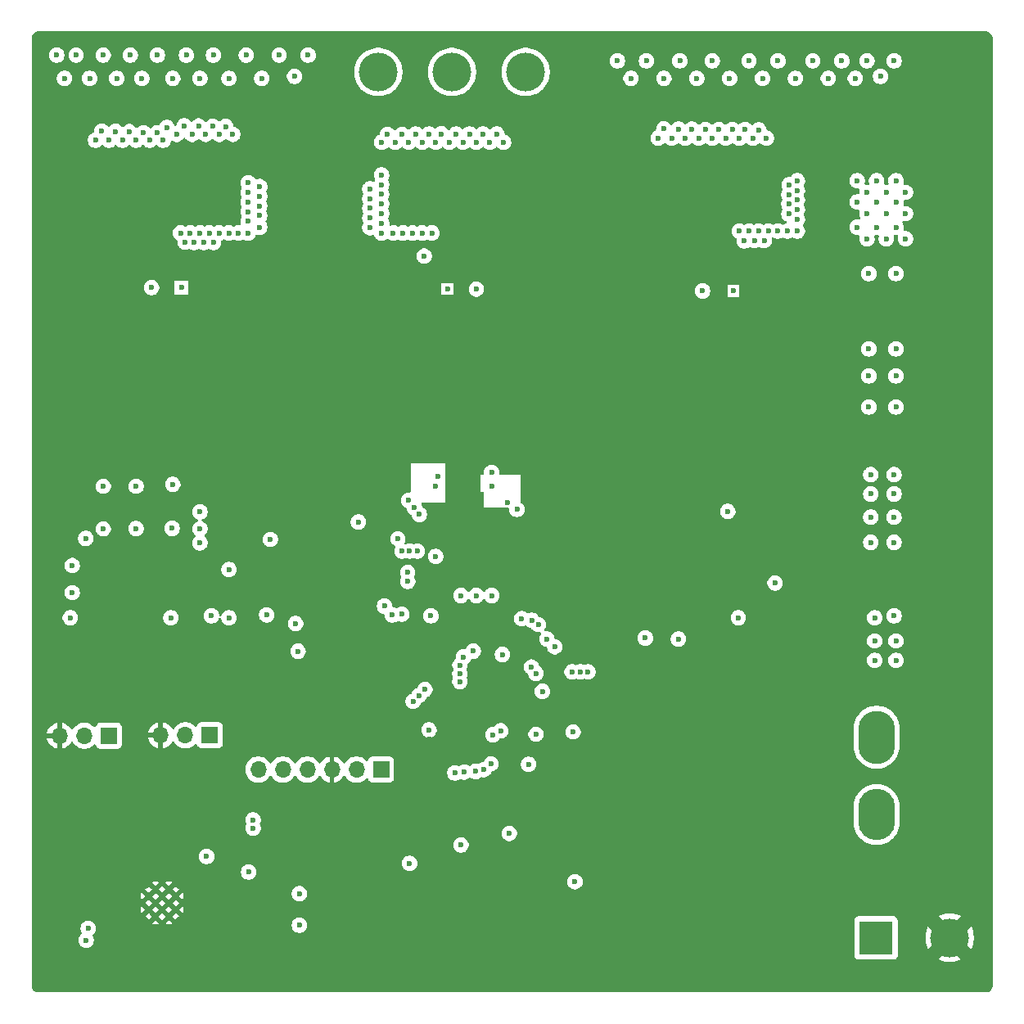
<source format=gbr>
%TF.GenerationSoftware,KiCad,Pcbnew,9.0.1*%
%TF.CreationDate,2025-04-18T15:35:09+02:00*%
%TF.ProjectId,BLDC_DRIVER,424c4443-5f44-4524-9956-45522e6b6963,rev?*%
%TF.SameCoordinates,Original*%
%TF.FileFunction,Copper,L3,Inr*%
%TF.FilePolarity,Positive*%
%FSLAX46Y46*%
G04 Gerber Fmt 4.6, Leading zero omitted, Abs format (unit mm)*
G04 Created by KiCad (PCBNEW 9.0.1) date 2025-04-18 15:35:09*
%MOMM*%
%LPD*%
G01*
G04 APERTURE LIST*
%TA.AperFunction,ComponentPad*%
%ADD10C,4.000000*%
%TD*%
%TA.AperFunction,ComponentPad*%
%ADD11R,1.700000X1.700000*%
%TD*%
%TA.AperFunction,ComponentPad*%
%ADD12O,1.700000X1.700000*%
%TD*%
%TA.AperFunction,ComponentPad*%
%ADD13C,0.600000*%
%TD*%
%TA.AperFunction,ComponentPad*%
%ADD14O,3.800000X5.500000*%
%TD*%
%TA.AperFunction,ComponentPad*%
%ADD15O,3.800000X5.300000*%
%TD*%
%TA.AperFunction,ComponentPad*%
%ADD16R,3.500000X3.500000*%
%TD*%
%TA.AperFunction,ViaPad*%
%ADD17C,0.600000*%
%TD*%
%TA.AperFunction,Conductor*%
%ADD18C,1.500000*%
%TD*%
G04 APERTURE END LIST*
D10*
%TO.N,/Motor_driver/SHA*%
%TO.C,J104*%
X173100000Y-16950000D03*
%TO.N,/Motor_driver/SHB*%
X165480000Y-16950000D03*
%TO.N,/Motor_driver/SHC*%
X157860000Y-16950000D03*
%TD*%
D11*
%TO.N,/MCU/TX_ESP32*%
%TO.C,J2*%
X129990000Y-85600000D03*
D12*
%TO.N,/MCU/RX_ESP32*%
X127450000Y-85600000D03*
%TO.N,GND*%
X124910000Y-85600000D03*
%TD*%
D13*
%TO.N,GND*%
%TO.C,U2*%
X136200000Y-104290000D03*
X134800000Y-104290000D03*
X136900000Y-103590000D03*
X135500000Y-103590000D03*
X134100000Y-103590000D03*
X136200000Y-102890000D03*
X134800000Y-102890000D03*
X136900000Y-102190000D03*
X135500000Y-102190000D03*
X134100000Y-102190000D03*
X136200000Y-101490000D03*
X134800000Y-101490000D03*
%TD*%
D14*
%TO.N,+48V*%
%TO.C,F1*%
X209400000Y-85750000D03*
D15*
%TO.N,Net-(J1-Pin_1)*%
X209400000Y-93750000D03*
%TD*%
D11*
%TO.N,/MCU/TX_STM32*%
%TO.C,J3*%
X140440000Y-85550000D03*
D12*
%TO.N,/MCU/RX_STM32*%
X137900000Y-85550000D03*
%TO.N,GND*%
X135360000Y-85550000D03*
%TD*%
D16*
%TO.N,Net-(J1-Pin_1)*%
%TO.C,J1*%
X209340000Y-106500000D03*
D10*
%TO.N,GND*%
X216960000Y-106500000D03*
%TD*%
D11*
%TO.N,+3.3V*%
%TO.C,J4*%
X158140000Y-89100000D03*
D12*
%TO.N,/MCU/SWDIO*%
X155600000Y-89100000D03*
%TO.N,GND*%
X153060000Y-89100000D03*
%TO.N,/MCU/SWCLK*%
X150520000Y-89100000D03*
%TO.N,/MCU/SWO*%
X147980000Y-89100000D03*
%TO.N,/MCU/NRST*%
X145440000Y-89100000D03*
%TD*%
D17*
%TO.N,/Motor_driver/SHC*%
X149200000Y-17400000D03*
X145800000Y-17600000D03*
X142400000Y-17600000D03*
X139400000Y-17600000D03*
X136600000Y-17600000D03*
X133400000Y-17600000D03*
X130800000Y-17600000D03*
X128000000Y-17600000D03*
X125400000Y-17600000D03*
X150600000Y-15200000D03*
X147600000Y-15200000D03*
X144200000Y-15200000D03*
X140800000Y-15200000D03*
X138000000Y-15200000D03*
X135000000Y-15200000D03*
X132200000Y-15200000D03*
X129400000Y-15200000D03*
X126600000Y-15200000D03*
X124600000Y-15200000D03*
%TO.N,/Motor_driver/SHA*%
X209800000Y-17400000D03*
X207200000Y-17600000D03*
X204400000Y-17600000D03*
X201000000Y-17600000D03*
X197600000Y-17600000D03*
X194200000Y-17600000D03*
X190800000Y-17600000D03*
X187400000Y-17600000D03*
X184000000Y-17600000D03*
X211200000Y-15800000D03*
X208400000Y-15800000D03*
X205800000Y-15800000D03*
X202800000Y-15800000D03*
X199200000Y-15800000D03*
X196200000Y-15800000D03*
X192400000Y-15800000D03*
X189043780Y-15794121D03*
X185600000Y-15800000D03*
X182600000Y-15800000D03*
%TO.N,/Motor_driver/SHC*%
X142092800Y-22589364D03*
X140734354Y-22575287D03*
X139270330Y-22533055D03*
X137778151Y-22526017D03*
X135983313Y-22680865D03*
X134962720Y-23258029D03*
X133562042Y-23243952D03*
X132105056Y-23124296D03*
X130676225Y-23096142D03*
X129247393Y-23075026D03*
%TO.N,/Motor_driver/SHA*%
X197218468Y-22949725D03*
X195792906Y-22879666D03*
X194473172Y-22879666D03*
X193079533Y-22879666D03*
X191707010Y-22890224D03*
X190292256Y-22869109D03*
X188909175Y-22847993D03*
X187388842Y-22837435D03*
%TO.N,/Motor_driver/SHB*%
X170123252Y-23368925D03*
X168666266Y-23375964D03*
X167289569Y-23361887D03*
X165910008Y-23368925D03*
X164389675Y-23354848D03*
X163129769Y-23368925D03*
X161700938Y-23361887D03*
X160335453Y-23397080D03*
X158800000Y-23400000D03*
%TO.N,+48V*%
X200360999Y-28621365D03*
X200313488Y-29634920D03*
X200313488Y-30600965D03*
X200329325Y-31630358D03*
X197763763Y-34385961D03*
X196766044Y-34370124D03*
X195720815Y-34417635D03*
X140800000Y-34600000D03*
X139800000Y-34600000D03*
X138800000Y-34600000D03*
X137903913Y-34556203D03*
X145600000Y-28800000D03*
X145600000Y-29800000D03*
X145600000Y-30800000D03*
X145600000Y-31800000D03*
X145600000Y-33000000D03*
X156984723Y-29052189D03*
X156984723Y-30052189D03*
X156984723Y-31052189D03*
X156984723Y-32052189D03*
X156984723Y-33052189D03*
X211400000Y-77800000D03*
X211400000Y-75800000D03*
X211200000Y-73200000D03*
X211200000Y-65600000D03*
X211200000Y-63000000D03*
X211200000Y-60600000D03*
X211200000Y-58600000D03*
X211400000Y-51600000D03*
X211400000Y-48400000D03*
X211400000Y-45600000D03*
X211400000Y-37800000D03*
X208600000Y-37800000D03*
X208600000Y-45600000D03*
X208600000Y-48400000D03*
X208600000Y-51600000D03*
X208800000Y-58600000D03*
X208800000Y-60600000D03*
X208800000Y-63000000D03*
X208800000Y-65600000D03*
X209200000Y-73400000D03*
X209200000Y-75800000D03*
X209200000Y-77800000D03*
%TO.N,GND*%
X165000000Y-34600000D03*
%TO.N,+48V*%
X158200000Y-31600000D03*
X163400000Y-33600000D03*
X159400000Y-33600000D03*
X208400000Y-29400000D03*
X207400000Y-28200000D03*
X161400000Y-33600000D03*
X208400000Y-31600000D03*
X210400000Y-34200000D03*
X158200000Y-27600000D03*
X158200000Y-29600000D03*
X162400000Y-33600000D03*
X158200000Y-30600000D03*
X144400000Y-28400000D03*
X144400000Y-31400000D03*
X198200000Y-33400000D03*
X201200000Y-30200000D03*
X139400000Y-33600000D03*
X207400000Y-33000000D03*
X196200000Y-33400000D03*
X209400000Y-33000000D03*
X209400000Y-30400000D03*
X210400000Y-29400000D03*
X140400000Y-33600000D03*
X144400000Y-33600000D03*
X201200000Y-32200000D03*
X197200000Y-33400000D03*
X209400000Y-28200000D03*
X211400000Y-30400000D03*
X212400000Y-34200000D03*
X158200000Y-28600000D03*
X160400000Y-33600000D03*
X210400000Y-31600000D03*
X212400000Y-31600000D03*
X207400000Y-30400000D03*
X142400000Y-33600000D03*
X141400000Y-33600000D03*
X144400000Y-32400000D03*
X212400000Y-29400000D03*
X144400000Y-30400000D03*
X211400000Y-28200000D03*
X201200000Y-28200000D03*
X138400000Y-33600000D03*
X200200000Y-33400000D03*
X199200000Y-33400000D03*
X201200000Y-31200000D03*
X137400000Y-33600000D03*
X195200000Y-33400000D03*
X211400000Y-33000000D03*
X158200000Y-32600000D03*
X208400000Y-34200000D03*
X201200000Y-29200000D03*
X201200000Y-33400000D03*
X143400000Y-33600000D03*
X158200000Y-33600000D03*
X144400000Y-29400000D03*
%TO.N,GND*%
X161774623Y-75490394D03*
X202647879Y-63405732D03*
X149025000Y-92175000D03*
X178363819Y-60999855D03*
X192285404Y-66450845D03*
X154017917Y-79505095D03*
X181575000Y-108175000D03*
X176515394Y-65658163D03*
X139025000Y-99675000D03*
X200100000Y-91825000D03*
X186880709Y-111079158D03*
X200050000Y-60175000D03*
X187445038Y-60928737D03*
X186275000Y-105325000D03*
X154790001Y-40930984D03*
X132450000Y-70900000D03*
X139173537Y-89020709D03*
X175673631Y-87130344D03*
X175764530Y-50952583D03*
X200011810Y-62587642D03*
X203170940Y-40590114D03*
X186990543Y-82789922D03*
X167400000Y-111000000D03*
X123850000Y-57700000D03*
X192671725Y-73290987D03*
X197800000Y-43200000D03*
X168200000Y-64200000D03*
X184240852Y-86471327D03*
X156232230Y-92171871D03*
X177950000Y-81925000D03*
X143655442Y-83004703D03*
X200034535Y-57860899D03*
X181800000Y-111100000D03*
X130413422Y-55311195D03*
X144500000Y-101200000D03*
X217722696Y-66076901D03*
X179225000Y-103575000D03*
X156380732Y-43839749D03*
X193058045Y-69086913D03*
X177720418Y-93713106D03*
X138550000Y-68700000D03*
X127584577Y-97612133D03*
X197800000Y-42000000D03*
X197466641Y-55383904D03*
X202761502Y-49952695D03*
X202647879Y-46998481D03*
X137025000Y-68675000D03*
X138564023Y-60765129D03*
X192324841Y-89062112D03*
X136352150Y-57492769D03*
X157926013Y-40999159D03*
X146125000Y-93400000D03*
X202929712Y-99379137D03*
X200150000Y-96550000D03*
X184490824Y-66291772D03*
X179947441Y-110983897D03*
X132325000Y-95850000D03*
X150608127Y-57962413D03*
X202378971Y-110851910D03*
X189217566Y-66405396D03*
X125975000Y-77000000D03*
X159925000Y-90525000D03*
X202100000Y-93750000D03*
X202034311Y-76086128D03*
X155229902Y-81762418D03*
X150366811Y-79520245D03*
X153275576Y-69172920D03*
X176826335Y-75231614D03*
X196197846Y-110806461D03*
X159622268Y-58159361D03*
X138575000Y-74325000D03*
X123420449Y-80366632D03*
X203697005Y-87059124D03*
X140800000Y-38600000D03*
X123190481Y-108245826D03*
X137625000Y-91000000D03*
X217375000Y-102375000D03*
X144450000Y-102550000D03*
X137300000Y-71400000D03*
X165400000Y-62800000D03*
X176605344Y-86221355D03*
X160777175Y-88823761D03*
X135025000Y-69225000D03*
X193500000Y-103250000D03*
X141300000Y-71125000D03*
X217765366Y-15874266D03*
X191671837Y-81221916D03*
X169453424Y-73746932D03*
X178997808Y-84826498D03*
X152920197Y-95877387D03*
X199536153Y-80244919D03*
X135749679Y-87672375D03*
X176151798Y-63294792D03*
X157948346Y-50066319D03*
X193967034Y-51657050D03*
X150253801Y-100500224D03*
X127341531Y-88202619D03*
X200096696Y-89213611D03*
X123193202Y-63709409D03*
X142199979Y-59977339D03*
X151653989Y-41226406D03*
X176582620Y-56406517D03*
X147836792Y-67097396D03*
X161600000Y-43400000D03*
X161600000Y-42200000D03*
X161592825Y-76990226D03*
X149775000Y-98025000D03*
X162470566Y-54747612D03*
X156275000Y-103050000D03*
X146000000Y-98025000D03*
X159039525Y-43839749D03*
X133594884Y-54553704D03*
X145575000Y-51875000D03*
X162625000Y-111050000D03*
X148900000Y-111000000D03*
X136575000Y-95950000D03*
X169000000Y-95150000D03*
X144425000Y-75675000D03*
X187876808Y-63269384D03*
X188717622Y-69177812D03*
X180150401Y-90834474D03*
X167357944Y-101575861D03*
X154000000Y-77275000D03*
X166800000Y-64200000D03*
X199625490Y-55565702D03*
X160334309Y-59931889D03*
X143594843Y-88428337D03*
X173350000Y-107250000D03*
X131375000Y-106525000D03*
X156675000Y-59925000D03*
X171776396Y-77211190D03*
X137500000Y-39250000D03*
X161600000Y-39400000D03*
X197800000Y-38200000D03*
X172963376Y-103469588D03*
X164000000Y-92000000D03*
X161600000Y-44600000D03*
X155623797Y-68430579D03*
X144472452Y-62552807D03*
X217279564Y-97164324D03*
X178750000Y-107300000D03*
X135875000Y-110750000D03*
X184675000Y-101600000D03*
X155198654Y-46884857D03*
X163153256Y-76944776D03*
X172554331Y-97667208D03*
X217620435Y-91744477D03*
X147100000Y-96000000D03*
X154714808Y-86867906D03*
X202738777Y-58815338D03*
X163250000Y-87775000D03*
X198106723Y-106306965D03*
X134650000Y-79625000D03*
X132750000Y-110675000D03*
X175264586Y-58883512D03*
X217824957Y-37682358D03*
X167388243Y-103408988D03*
X199466417Y-66473570D03*
X197800000Y-40600000D03*
X200534872Y-40476490D03*
X171196860Y-55270281D03*
X217859045Y-33046514D03*
X123650000Y-75475000D03*
X160289941Y-81944216D03*
X123762653Y-47175744D03*
X151275000Y-92250000D03*
X129580182Y-58462357D03*
X197800000Y-44400000D03*
X134550000Y-71850000D03*
X169475000Y-93025000D03*
X172660379Y-99606385D03*
X176417534Y-103257490D03*
X150760706Y-67157995D03*
X187058718Y-85221468D03*
X151994468Y-51202555D03*
X193944309Y-56679214D03*
X126641118Y-50599602D03*
X181775000Y-88550000D03*
X217824957Y-51453541D03*
X166800000Y-65600000D03*
X171241102Y-73686333D03*
X144337184Y-79186949D03*
X185013492Y-70973065D03*
X202738777Y-73450060D03*
X200853018Y-43930648D03*
X180423098Y-95061273D03*
X171200000Y-61499997D03*
X201535929Y-80184320D03*
X139775000Y-80100000D03*
X147579245Y-79292998D03*
X147950000Y-64000000D03*
X203511810Y-43589777D03*
X153750042Y-58858297D03*
X192500000Y-91350000D03*
X188876696Y-58769888D03*
X156638835Y-71142397D03*
X158904346Y-102969644D03*
X123448028Y-110836444D03*
X167629078Y-47839296D03*
X127325000Y-103175000D03*
X140930916Y-89066158D03*
X179877705Y-98424532D03*
X123443174Y-60323425D03*
X151600000Y-106825000D03*
X151900000Y-102050000D03*
X167515455Y-51520701D03*
X128475000Y-110375000D03*
X131150000Y-91000000D03*
X191766525Y-110806461D03*
X184127228Y-51566151D03*
X149631097Y-48816459D03*
X139609361Y-58159361D03*
X186175000Y-76850000D03*
X140800000Y-43600000D03*
X161607975Y-71036348D03*
X192525000Y-93375000D03*
X156375000Y-110975000D03*
X192500000Y-97025000D03*
X203625000Y-89700000D03*
X165000000Y-39400000D03*
X185371075Y-92773817D03*
X166025000Y-91350000D03*
X202488805Y-55588427D03*
X152400000Y-44300000D03*
X172655085Y-82352028D03*
X199739114Y-78517674D03*
X155305651Y-79459646D03*
X169600000Y-59800000D03*
X123800000Y-50100000D03*
X151403625Y-54633988D03*
X148608876Y-41226406D03*
X146500000Y-110950000D03*
X140800000Y-42400000D03*
X162110759Y-106965982D03*
X145250000Y-71075000D03*
X184127228Y-48680111D03*
X166100000Y-95075000D03*
X165400000Y-65600000D03*
X186854195Y-88493828D03*
X159925789Y-40681012D03*
X149669919Y-82095714D03*
X124705463Y-88051121D03*
X202401696Y-106397864D03*
X144725000Y-44450000D03*
X123808102Y-53114472D03*
X154335114Y-53270505D03*
X193421640Y-71404835D03*
X149866867Y-69354718D03*
X180718519Y-66200873D03*
X179741356Y-46771234D03*
X140275000Y-95975000D03*
X188948659Y-79605414D03*
X127383459Y-55992937D03*
X202378971Y-102966431D03*
X197800000Y-39400000D03*
X168925000Y-110975000D03*
X158275000Y-98275000D03*
X151150000Y-109325000D03*
X182922818Y-56542865D03*
X133575000Y-68750000D03*
X143991179Y-92232470D03*
X130975000Y-69350000D03*
X123352275Y-66618174D03*
X155525000Y-75925000D03*
X186581498Y-66314497D03*
X151078852Y-70960599D03*
X126641118Y-46645500D03*
X191285516Y-60837838D03*
X152325000Y-62050000D03*
X172540000Y-95410000D03*
X167150000Y-98875000D03*
X175357047Y-111150545D03*
X177196187Y-48839184D03*
X144911796Y-57901814D03*
X163800000Y-59800000D03*
X156200000Y-96075000D03*
X147790261Y-60007638D03*
X163025000Y-95200000D03*
X134640221Y-60371234D03*
X195197958Y-106306965D03*
X218151686Y-20987329D03*
X217995393Y-47397177D03*
X164750000Y-85950000D03*
X153018029Y-67385242D03*
X147575000Y-106400000D03*
X138375000Y-63775000D03*
X182225000Y-101300000D03*
X185125000Y-97250000D03*
X154550000Y-97975000D03*
X132716194Y-57720016D03*
X166800000Y-62800000D03*
X126262373Y-60113687D03*
X174442764Y-77605085D03*
X129850000Y-80250000D03*
X194475000Y-94450000D03*
X186558774Y-56792837D03*
X156881232Y-85474123D03*
X154494580Y-38590338D03*
X194300000Y-96250000D03*
X181625000Y-51850000D03*
X194300000Y-101575000D03*
X138950000Y-110800000D03*
X202534255Y-61292333D03*
X161600000Y-38200000D03*
X164875000Y-76175000D03*
X198012035Y-75631634D03*
X151404017Y-38453989D03*
X185699023Y-79696313D03*
X217688609Y-60691141D03*
X165447505Y-55452079D03*
X165400000Y-64200000D03*
X217654522Y-84279405D03*
X165197533Y-47657498D03*
X218050000Y-24925000D03*
X161100000Y-110975000D03*
X172644985Y-84957796D03*
X191444589Y-63269384D03*
X200839037Y-99106441D03*
X193334530Y-76583026D03*
X145290674Y-48748285D03*
X191750000Y-104125000D03*
X217586348Y-77700597D03*
X155075000Y-110950000D03*
X176099388Y-95303837D03*
X181309362Y-59247108D03*
X148222556Y-38840310D03*
X195325000Y-92700000D03*
X154653128Y-62113463D03*
X197200000Y-92125000D03*
X194600000Y-39600000D03*
X123341979Y-101822304D03*
X145975000Y-54125000D03*
X192525000Y-95225000D03*
X168200000Y-62800000D03*
X161176818Y-103257490D03*
X161825000Y-93875000D03*
X147767669Y-47225728D03*
X123235930Y-97277359D03*
X148825000Y-107375000D03*
X168089941Y-80039156D03*
X170857551Y-103469588D03*
X196627389Y-98939793D03*
X178968716Y-54224943D03*
X141125000Y-68425000D03*
X188717622Y-72472897D03*
X123554077Y-89384305D03*
X148276136Y-83943991D03*
X180150000Y-101475000D03*
X146170312Y-82171463D03*
X158728429Y-59947039D03*
X123266230Y-99837678D03*
X173800000Y-111100000D03*
X196194057Y-66291772D03*
X198493043Y-103375476D03*
X175610000Y-92730000D03*
X131155763Y-61295373D03*
X168200000Y-65600000D03*
X125625000Y-82925000D03*
X132856064Y-85430203D03*
X127650000Y-71870000D03*
X200220122Y-110829186D03*
X146594507Y-85534722D03*
X127425000Y-100350000D03*
X199739114Y-73972729D03*
X140800000Y-41000000D03*
X139400000Y-107100000D03*
X156550000Y-106600000D03*
X182809194Y-96856526D03*
X163200000Y-85950000D03*
X217800126Y-28313567D03*
X123147752Y-69776910D03*
X194103382Y-54543090D03*
X144396703Y-65370673D03*
X127120000Y-74580000D03*
X175836547Y-74322625D03*
X145975000Y-106400000D03*
X168178261Y-107034157D03*
X185450000Y-103750000D03*
X123493477Y-91702226D03*
X202920575Y-69336885D03*
X123311680Y-94732190D03*
X184081779Y-69336885D03*
X202466081Y-52656937D03*
X140800000Y-44800000D03*
X143791791Y-85307475D03*
X160825000Y-96500000D03*
X144600000Y-110825000D03*
X183127340Y-99288072D03*
X188700000Y-76925000D03*
X133386307Y-83491026D03*
X182400149Y-67837053D03*
X166241663Y-73050040D03*
X217654522Y-72655709D03*
X172857327Y-101666760D03*
X161600000Y-40600000D03*
X134600000Y-63700000D03*
X153700000Y-92225000D03*
X153396774Y-71399943D03*
X174100000Y-66325000D03*
X203490255Y-80199470D03*
X190194730Y-56792837D03*
X200225000Y-93925000D03*
X123220781Y-105306761D03*
X131525000Y-99350000D03*
X164873374Y-103348389D03*
X133507506Y-87596626D03*
X184377200Y-59474355D03*
X131125000Y-64425000D03*
X179700499Y-80244700D03*
X202556980Y-66678092D03*
X181775000Y-92575000D03*
X149750000Y-62050000D03*
%TO.N,+3.3V*%
X163300000Y-73200000D03*
X195100000Y-73400000D03*
X163100000Y-85000000D03*
X161100000Y-98800000D03*
X149700000Y-101950000D03*
X149550000Y-76862500D03*
X155800000Y-63500000D03*
X176100000Y-76400000D03*
X149700000Y-105200000D03*
X166675000Y-77450000D03*
X174175000Y-85450000D03*
%TO.N,/MCU/NRST*%
X166300000Y-80000000D03*
X178200000Y-100700000D03*
%TO.N,/MCU/FUNC_BTN1*%
X167675000Y-76850000D03*
X171400000Y-95700000D03*
%TO.N,/MCU/FUNC_BTN2*%
X178000000Y-85200000D03*
X166400000Y-96900000D03*
%TO.N,/MCU/BOOT*%
X144450000Y-99700000D03*
X140100000Y-98100000D03*
%TO.N,/MCU/PVDDSENSE*%
X198900000Y-69800000D03*
X194000000Y-62400000D03*
X174825000Y-81012174D03*
%TO.N,/MCU/TEMP_MOSFET*%
X126200000Y-70800000D03*
X162600000Y-36000000D03*
X170525000Y-85100000D03*
X146700000Y-65300000D03*
X140600000Y-73200000D03*
%TO.N,/MCU/SensVA*%
X139400000Y-62450000D03*
X126200000Y-68000000D03*
X136525000Y-64150000D03*
%TO.N,/MCU/SensVB*%
X127600000Y-65200000D03*
X132800000Y-64175000D03*
X139400000Y-64200000D03*
%TO.N,/MCU/SensVC*%
X139400000Y-65650000D03*
X129400000Y-64200000D03*
%TO.N,/MCU/SensVN*%
X142400000Y-68400000D03*
X136400000Y-73400000D03*
X126000000Y-73400000D03*
%TO.N,/Motor_driver/SHA*%
X193800000Y-23800000D03*
X192400000Y-23800000D03*
X195200000Y-23800000D03*
X196600000Y-23800000D03*
X198000000Y-23800000D03*
X191000000Y-23800000D03*
X136600000Y-59600000D03*
X189600000Y-23800000D03*
X186800000Y-23800000D03*
X188200000Y-23800000D03*
%TO.N,/MCU/SDO*%
X161100000Y-66500000D03*
X167900000Y-89300000D03*
%TO.N,/MCU/GH3*%
X169598777Y-71100007D03*
X179550003Y-79000000D03*
%TO.N,/MCU/SCLK*%
X161900000Y-66500000D03*
X166750000Y-89350000D03*
%TO.N,/Motor_driver/SHB*%
X165200000Y-24200000D03*
X158215000Y-24215000D03*
X166615000Y-24215000D03*
X168000000Y-24200000D03*
X170815000Y-24215000D03*
X132800000Y-59800000D03*
X162415000Y-24215000D03*
X163800000Y-24200000D03*
X169400000Y-24200000D03*
X159600000Y-24200000D03*
X161000000Y-24200000D03*
%TO.N,/MCU/NFAULT*%
X159875000Y-65225000D03*
X173400000Y-88550000D03*
%TO.N,/MCU/SensIB*%
X146300000Y-73100000D03*
X159302880Y-73102880D03*
X162050000Y-81450000D03*
X161600000Y-62015685D03*
%TO.N,/MCU/GH2*%
X167998772Y-71100000D03*
X178750000Y-79000000D03*
%TO.N,/MCU/GH1*%
X177900000Y-79000000D03*
X166398766Y-71100000D03*
%TO.N,/MCU/SensIA*%
X160300000Y-73025000D03*
X162675000Y-80825000D03*
X162110383Y-62710383D03*
X149300000Y-74000000D03*
%TO.N,/MCU/CAL*%
X160900000Y-69650000D03*
X169700000Y-85500000D03*
%TO.N,/MCU/NSCS*%
X160893260Y-68712500D03*
X169525000Y-88508360D03*
%TO.N,/MCU/SensIC*%
X161450000Y-82050000D03*
X142400000Y-73400000D03*
X161000000Y-61250000D03*
X158500000Y-72200000D03*
%TO.N,/MCU/ENABLE*%
X165780624Y-89450000D03*
X163800000Y-67050000D03*
%TO.N,/Motor_driver/SHC*%
X142800000Y-23400000D03*
X140000000Y-23400000D03*
X129400000Y-59800000D03*
X128600000Y-24000000D03*
X132800000Y-24000000D03*
X131400000Y-24000000D03*
X130000000Y-24000000D03*
X134200000Y-24000000D03*
X135600000Y-24000000D03*
X141400000Y-23400000D03*
X138600000Y-23400000D03*
X137000000Y-23400000D03*
%TO.N,/MCU/SDI*%
X160300000Y-66500000D03*
X168800000Y-89100000D03*
%TO.N,/MCU/RX_ESP32*%
X127850000Y-105550000D03*
%TO.N,/MCU/TX_ESP32*%
X127650000Y-106750000D03*
%TO.N,/MCU/TX_STM32*%
X166300000Y-79200000D03*
%TO.N,/MCU/RX_STM32*%
X166300000Y-78300000D03*
%TO.N,/MCU/SWO*%
X170700000Y-77200000D03*
%TO.N,/MCU/SWCLK*%
X174400000Y-74100000D03*
%TO.N,/MCU/SWDIO*%
X175300000Y-75600000D03*
%TO.N,/MCU/LED1*%
X173729440Y-73651321D03*
X185480000Y-75500000D03*
%TO.N,/MCU/LED2*%
X172700000Y-73500000D03*
X188900000Y-75600000D03*
%TO.N,/MCU/D+*%
X144900000Y-94310000D03*
X173700000Y-78500000D03*
%TO.N,/MCU/D-*%
X144900000Y-95160000D03*
X174162227Y-79162227D03*
%TO.N,/Motor_driver/SPA*%
X191400000Y-39600000D03*
X172200000Y-62200000D03*
%TO.N,/Motor_driver/SPB*%
X168000000Y-39400000D03*
X169574293Y-58375707D03*
%TO.N,/Motor_driver/SPC*%
X134400000Y-39250000D03*
X164000000Y-58800000D03*
%TD*%
D18*
%TO.N,GND*%
X216960000Y-106504407D02*
X219167593Y-108712000D01*
X214630000Y-108830000D02*
X214630000Y-108966000D01*
X219456000Y-104005071D02*
X219456000Y-103886000D01*
X216961071Y-106500000D02*
X219456000Y-104005071D01*
X216960000Y-106500000D02*
X214376000Y-103916000D01*
X216960000Y-106500000D02*
X216960000Y-106504407D01*
X219167593Y-108712000D02*
X219202000Y-108712000D01*
X216960000Y-106500000D02*
X214630000Y-108830000D01*
X216960000Y-106500000D02*
X216961071Y-106500000D01*
X214376000Y-103916000D02*
X214376000Y-103886000D01*
%TD*%
%TA.AperFunction,Conductor*%
%TO.N,GND*%
G36*
X220706061Y-12751097D02*
G01*
X220824317Y-12762744D01*
X220848145Y-12767483D01*
X220956005Y-12800202D01*
X220978453Y-12809501D01*
X221077849Y-12862629D01*
X221098059Y-12876133D01*
X221185179Y-12947630D01*
X221202369Y-12964820D01*
X221273866Y-13051940D01*
X221287370Y-13072150D01*
X221340495Y-13171538D01*
X221349798Y-13193997D01*
X221382514Y-13301848D01*
X221387256Y-13325688D01*
X221398903Y-13443937D01*
X221399500Y-13456092D01*
X221399500Y-111443907D01*
X221398903Y-111456061D01*
X221398903Y-111456062D01*
X221387256Y-111574311D01*
X221382514Y-111598151D01*
X221349798Y-111706002D01*
X221340495Y-111728461D01*
X221287370Y-111827849D01*
X221273866Y-111848059D01*
X221202369Y-111935179D01*
X221185179Y-111952369D01*
X221098059Y-112023866D01*
X221077849Y-112037370D01*
X220978461Y-112090495D01*
X220956002Y-112099798D01*
X220848151Y-112132514D01*
X220824311Y-112137256D01*
X220737215Y-112145834D01*
X220706060Y-112148903D01*
X220693907Y-112149500D01*
X122706093Y-112149500D01*
X122693939Y-112148903D01*
X122643081Y-112143893D01*
X122575688Y-112137256D01*
X122551848Y-112132514D01*
X122443997Y-112099798D01*
X122421541Y-112090496D01*
X122322150Y-112037370D01*
X122301940Y-112023866D01*
X122214820Y-111952369D01*
X122197630Y-111935179D01*
X122126133Y-111848059D01*
X122112629Y-111827849D01*
X122073441Y-111754534D01*
X122059501Y-111728453D01*
X122050201Y-111706002D01*
X122017483Y-111598145D01*
X122012744Y-111574317D01*
X122001097Y-111456061D01*
X122000500Y-111443907D01*
X122000500Y-106671153D01*
X126849500Y-106671153D01*
X126849500Y-106828846D01*
X126880261Y-106983489D01*
X126880264Y-106983501D01*
X126940602Y-107129172D01*
X126940609Y-107129185D01*
X127028210Y-107260288D01*
X127028213Y-107260292D01*
X127139707Y-107371786D01*
X127139711Y-107371789D01*
X127270814Y-107459390D01*
X127270827Y-107459397D01*
X127368853Y-107500000D01*
X127416503Y-107519737D01*
X127571153Y-107550499D01*
X127571156Y-107550500D01*
X127571158Y-107550500D01*
X127728844Y-107550500D01*
X127728845Y-107550499D01*
X127883497Y-107519737D01*
X128029179Y-107459394D01*
X128160289Y-107371789D01*
X128271789Y-107260289D01*
X128359394Y-107129179D01*
X128419737Y-106983497D01*
X128450500Y-106828842D01*
X128450500Y-106671158D01*
X128450500Y-106671155D01*
X128450499Y-106671153D01*
X128444382Y-106640399D01*
X128419737Y-106516503D01*
X128412901Y-106499999D01*
X128359397Y-106370827D01*
X128359395Y-106370823D01*
X128359394Y-106370821D01*
X128336260Y-106336198D01*
X128315382Y-106269521D01*
X128333866Y-106202141D01*
X128356333Y-106176448D01*
X128355982Y-106176097D01*
X128471786Y-106060292D01*
X128471789Y-106060289D01*
X128559394Y-105929179D01*
X128619737Y-105783497D01*
X128650500Y-105628842D01*
X128650500Y-105471158D01*
X128650500Y-105471155D01*
X128650499Y-105471153D01*
X128619737Y-105316503D01*
X128604138Y-105278844D01*
X128559397Y-105170827D01*
X128559390Y-105170814D01*
X128526207Y-105121153D01*
X148899500Y-105121153D01*
X148899500Y-105278846D01*
X148930261Y-105433489D01*
X148930264Y-105433501D01*
X148990602Y-105579172D01*
X148990609Y-105579185D01*
X149078210Y-105710288D01*
X149078213Y-105710292D01*
X149189707Y-105821786D01*
X149189711Y-105821789D01*
X149320814Y-105909390D01*
X149320827Y-105909397D01*
X149452172Y-105963801D01*
X149466503Y-105969737D01*
X149621153Y-106000499D01*
X149621156Y-106000500D01*
X149621158Y-106000500D01*
X149778844Y-106000500D01*
X149778845Y-106000499D01*
X149933497Y-105969737D01*
X150079179Y-105909394D01*
X150210289Y-105821789D01*
X150321789Y-105710289D01*
X150409394Y-105579179D01*
X150469737Y-105433497D01*
X150500500Y-105278842D01*
X150500500Y-105121158D01*
X150500500Y-105121155D01*
X150500499Y-105121153D01*
X150484299Y-105039711D01*
X150469737Y-104966503D01*
X150449539Y-104917741D01*
X150409397Y-104820827D01*
X150409390Y-104820814D01*
X150373898Y-104767697D01*
X150330091Y-104702135D01*
X207089500Y-104702135D01*
X207089500Y-108297870D01*
X207089501Y-108297876D01*
X207095908Y-108357483D01*
X207146202Y-108492328D01*
X207146206Y-108492335D01*
X207232452Y-108607544D01*
X207232455Y-108607547D01*
X207347664Y-108693793D01*
X207347671Y-108693797D01*
X207482517Y-108744091D01*
X207482516Y-108744091D01*
X207489444Y-108744835D01*
X207542127Y-108750500D01*
X211137872Y-108750499D01*
X211197483Y-108744091D01*
X211332331Y-108693796D01*
X211447546Y-108607546D01*
X211533796Y-108492331D01*
X211584091Y-108357483D01*
X211590500Y-108297873D01*
X211590499Y-106359598D01*
X214460000Y-106359598D01*
X214460000Y-106640401D01*
X214491437Y-106919412D01*
X214491439Y-106919424D01*
X214553921Y-107193178D01*
X214553922Y-107193180D01*
X214646662Y-107458217D01*
X214768492Y-107711200D01*
X214917884Y-107948956D01*
X215024187Y-108082257D01*
X216097425Y-107009019D01*
X216183249Y-107137463D01*
X216322537Y-107276751D01*
X216450979Y-107362573D01*
X215377741Y-108435810D01*
X215377741Y-108435811D01*
X215511043Y-108542115D01*
X215748799Y-108691507D01*
X216001782Y-108813337D01*
X216266819Y-108906077D01*
X216266821Y-108906078D01*
X216540575Y-108968560D01*
X216540587Y-108968562D01*
X216819598Y-108999999D01*
X216819600Y-109000000D01*
X217100400Y-109000000D01*
X217100401Y-108999999D01*
X217379412Y-108968562D01*
X217379424Y-108968560D01*
X217653178Y-108906078D01*
X217653180Y-108906077D01*
X217918217Y-108813337D01*
X218171200Y-108691507D01*
X218408956Y-108542116D01*
X218542257Y-108435810D01*
X217469020Y-107362573D01*
X217597463Y-107276751D01*
X217736751Y-107137463D01*
X217822573Y-107009020D01*
X218895810Y-108082257D01*
X219002116Y-107948956D01*
X219151507Y-107711200D01*
X219273337Y-107458217D01*
X219366077Y-107193180D01*
X219366078Y-107193178D01*
X219428560Y-106919424D01*
X219428562Y-106919412D01*
X219459999Y-106640401D01*
X219460000Y-106640399D01*
X219460000Y-106359600D01*
X219459999Y-106359598D01*
X219428562Y-106080587D01*
X219428560Y-106080575D01*
X219366078Y-105806821D01*
X219366077Y-105806819D01*
X219273337Y-105541782D01*
X219151507Y-105288799D01*
X219002115Y-105051043D01*
X218895810Y-104917741D01*
X217822573Y-105990978D01*
X217736751Y-105862537D01*
X217597463Y-105723249D01*
X217469020Y-105637425D01*
X218542257Y-104564187D01*
X218408956Y-104457884D01*
X218171200Y-104308492D01*
X217918217Y-104186662D01*
X217653180Y-104093922D01*
X217653178Y-104093921D01*
X217379424Y-104031439D01*
X217379412Y-104031437D01*
X217100401Y-104000000D01*
X216819598Y-104000000D01*
X216540587Y-104031437D01*
X216540575Y-104031439D01*
X216266821Y-104093921D01*
X216266819Y-104093922D01*
X216001782Y-104186662D01*
X215748799Y-104308492D01*
X215511043Y-104457884D01*
X215377741Y-104564187D01*
X216450979Y-105637425D01*
X216322537Y-105723249D01*
X216183249Y-105862537D01*
X216097425Y-105990979D01*
X215024187Y-104917741D01*
X214917884Y-105051043D01*
X214768492Y-105288799D01*
X214646662Y-105541782D01*
X214553922Y-105806819D01*
X214553921Y-105806821D01*
X214491439Y-106080575D01*
X214491437Y-106080587D01*
X214460000Y-106359598D01*
X211590499Y-106359598D01*
X211590499Y-104702128D01*
X211584091Y-104642517D01*
X211560106Y-104578211D01*
X211533797Y-104507671D01*
X211533793Y-104507664D01*
X211447547Y-104392455D01*
X211447544Y-104392452D01*
X211332335Y-104306206D01*
X211332328Y-104306202D01*
X211197482Y-104255908D01*
X211197483Y-104255908D01*
X211137883Y-104249501D01*
X211137881Y-104249500D01*
X211137873Y-104249500D01*
X211137864Y-104249500D01*
X207542129Y-104249500D01*
X207542123Y-104249501D01*
X207482516Y-104255908D01*
X207347671Y-104306202D01*
X207347664Y-104306206D01*
X207232455Y-104392452D01*
X207232452Y-104392455D01*
X207146206Y-104507664D01*
X207146202Y-104507671D01*
X207095908Y-104642517D01*
X207090835Y-104689707D01*
X207089501Y-104702123D01*
X207089500Y-104702135D01*
X150330091Y-104702135D01*
X150321789Y-104689711D01*
X150321786Y-104689707D01*
X150210292Y-104578213D01*
X150210288Y-104578210D01*
X150079185Y-104490609D01*
X150079172Y-104490602D01*
X149933501Y-104430264D01*
X149933489Y-104430261D01*
X149778845Y-104399500D01*
X149778842Y-104399500D01*
X149621158Y-104399500D01*
X149621155Y-104399500D01*
X149466510Y-104430261D01*
X149466498Y-104430264D01*
X149320827Y-104490602D01*
X149320814Y-104490609D01*
X149189711Y-104578210D01*
X149189707Y-104578213D01*
X149078213Y-104689707D01*
X149078210Y-104689711D01*
X148990609Y-104820814D01*
X148990602Y-104820827D01*
X148930264Y-104966498D01*
X148930261Y-104966510D01*
X148899500Y-105121153D01*
X128526207Y-105121153D01*
X128471788Y-105039709D01*
X128437924Y-105005845D01*
X134437706Y-105005845D01*
X134566652Y-105059257D01*
X134566656Y-105059258D01*
X134721202Y-105089999D01*
X134721206Y-105090000D01*
X134878794Y-105090000D01*
X134878797Y-105089999D01*
X135033343Y-105059258D01*
X135033347Y-105059257D01*
X135162293Y-105005845D01*
X135837706Y-105005845D01*
X135966652Y-105059257D01*
X135966656Y-105059258D01*
X136121202Y-105089999D01*
X136121206Y-105090000D01*
X136278794Y-105090000D01*
X136278797Y-105089999D01*
X136433343Y-105059258D01*
X136433347Y-105059257D01*
X136562293Y-105005845D01*
X136200001Y-104643553D01*
X136200000Y-104643553D01*
X135837706Y-105005845D01*
X135162293Y-105005845D01*
X134800001Y-104643553D01*
X134800000Y-104643553D01*
X134437706Y-105005845D01*
X128437924Y-105005845D01*
X128360292Y-104928213D01*
X128360288Y-104928210D01*
X128229185Y-104840609D01*
X128229172Y-104840602D01*
X128083501Y-104780264D01*
X128083489Y-104780261D01*
X127928845Y-104749500D01*
X127928842Y-104749500D01*
X127771158Y-104749500D01*
X127771155Y-104749500D01*
X127616510Y-104780261D01*
X127616498Y-104780264D01*
X127470827Y-104840602D01*
X127470814Y-104840609D01*
X127339711Y-104928210D01*
X127339707Y-104928213D01*
X127228213Y-105039707D01*
X127228210Y-105039711D01*
X127140609Y-105170814D01*
X127140602Y-105170827D01*
X127080264Y-105316498D01*
X127080261Y-105316510D01*
X127049500Y-105471153D01*
X127049500Y-105628846D01*
X127080261Y-105783489D01*
X127080264Y-105783501D01*
X127140602Y-105929172D01*
X127140609Y-105929185D01*
X127163739Y-105963801D01*
X127184617Y-106030479D01*
X127166132Y-106097859D01*
X127143668Y-106123553D01*
X127144018Y-106123903D01*
X127028213Y-106239707D01*
X127028210Y-106239711D01*
X126940609Y-106370814D01*
X126940602Y-106370827D01*
X126880264Y-106516498D01*
X126880261Y-106516510D01*
X126849500Y-106671153D01*
X122000500Y-106671153D01*
X122000500Y-104305845D01*
X133737706Y-104305845D01*
X133866652Y-104359257D01*
X133866656Y-104359258D01*
X133922255Y-104370318D01*
X133984166Y-104402702D01*
X134018740Y-104463418D01*
X134019681Y-104467743D01*
X134030741Y-104523345D01*
X134030743Y-104523351D01*
X134084153Y-104652293D01*
X134446446Y-104290001D01*
X134446446Y-104289999D01*
X134416610Y-104260163D01*
X134650000Y-104260163D01*
X134650000Y-104319837D01*
X134672836Y-104374968D01*
X134715032Y-104417164D01*
X134770163Y-104440000D01*
X134829837Y-104440000D01*
X134884968Y-104417164D01*
X134927164Y-104374968D01*
X134950000Y-104319837D01*
X134950000Y-104290000D01*
X135153553Y-104290000D01*
X135500000Y-104636446D01*
X135500001Y-104636446D01*
X135846446Y-104290001D01*
X135846446Y-104289999D01*
X135816610Y-104260163D01*
X136050000Y-104260163D01*
X136050000Y-104319837D01*
X136072836Y-104374968D01*
X136115032Y-104417164D01*
X136170163Y-104440000D01*
X136229837Y-104440000D01*
X136284968Y-104417164D01*
X136327164Y-104374968D01*
X136350000Y-104319837D01*
X136350000Y-104290000D01*
X136553553Y-104290000D01*
X136915845Y-104652293D01*
X136969256Y-104523349D01*
X136969257Y-104523348D01*
X136980316Y-104467746D01*
X137012700Y-104405834D01*
X137073415Y-104371258D01*
X137077746Y-104370316D01*
X137133348Y-104359257D01*
X137133349Y-104359256D01*
X137262293Y-104305845D01*
X136900000Y-103943553D01*
X136553553Y-104290000D01*
X136350000Y-104290000D01*
X136350000Y-104260163D01*
X136327164Y-104205032D01*
X136284968Y-104162836D01*
X136229837Y-104140000D01*
X136170163Y-104140000D01*
X136115032Y-104162836D01*
X136072836Y-104205032D01*
X136050000Y-104260163D01*
X135816610Y-104260163D01*
X135500000Y-103943553D01*
X135153553Y-104290000D01*
X134950000Y-104290000D01*
X134950000Y-104260163D01*
X134927164Y-104205032D01*
X134884968Y-104162836D01*
X134829837Y-104140000D01*
X134770163Y-104140000D01*
X134715032Y-104162836D01*
X134672836Y-104205032D01*
X134650000Y-104260163D01*
X134416610Y-104260163D01*
X134256417Y-104099970D01*
X134100001Y-103943553D01*
X134100000Y-103943553D01*
X133737706Y-104305845D01*
X122000500Y-104305845D01*
X122000500Y-103511202D01*
X133300000Y-103511202D01*
X133300000Y-103668797D01*
X133330741Y-103823343D01*
X133330743Y-103823351D01*
X133384153Y-103952293D01*
X133746446Y-103590001D01*
X133746446Y-103589999D01*
X133716610Y-103560163D01*
X133950000Y-103560163D01*
X133950000Y-103619837D01*
X133972836Y-103674968D01*
X134015032Y-103717164D01*
X134070163Y-103740000D01*
X134129837Y-103740000D01*
X134184968Y-103717164D01*
X134227164Y-103674968D01*
X134250000Y-103619837D01*
X134250000Y-103590000D01*
X134453553Y-103590000D01*
X134626776Y-103763223D01*
X134800000Y-103936446D01*
X134800001Y-103936446D01*
X134973223Y-103763223D01*
X135146446Y-103590000D01*
X135146446Y-103589999D01*
X135116610Y-103560163D01*
X135350000Y-103560163D01*
X135350000Y-103619837D01*
X135372836Y-103674968D01*
X135415032Y-103717164D01*
X135470163Y-103740000D01*
X135529837Y-103740000D01*
X135584968Y-103717164D01*
X135627164Y-103674968D01*
X135650000Y-103619837D01*
X135650000Y-103590000D01*
X135853553Y-103590000D01*
X136026776Y-103763223D01*
X136200000Y-103936446D01*
X136200001Y-103936446D01*
X136373223Y-103763223D01*
X136546446Y-103590000D01*
X136546446Y-103589999D01*
X136516610Y-103560163D01*
X136750000Y-103560163D01*
X136750000Y-103619837D01*
X136772836Y-103674968D01*
X136815032Y-103717164D01*
X136870163Y-103740000D01*
X136929837Y-103740000D01*
X136984968Y-103717164D01*
X137027164Y-103674968D01*
X137050000Y-103619837D01*
X137050000Y-103589999D01*
X137253553Y-103589999D01*
X137253553Y-103590001D01*
X137615845Y-103952293D01*
X137669257Y-103823347D01*
X137669258Y-103823343D01*
X137699999Y-103668797D01*
X137700000Y-103668794D01*
X137700000Y-103511206D01*
X137699999Y-103511202D01*
X137669258Y-103356656D01*
X137669257Y-103356652D01*
X137615845Y-103227706D01*
X137253553Y-103589999D01*
X137050000Y-103589999D01*
X137050000Y-103560163D01*
X137027164Y-103505032D01*
X136984968Y-103462836D01*
X136929837Y-103440000D01*
X136870163Y-103440000D01*
X136815032Y-103462836D01*
X136772836Y-103505032D01*
X136750000Y-103560163D01*
X136516610Y-103560163D01*
X136200000Y-103243553D01*
X135853553Y-103590000D01*
X135650000Y-103590000D01*
X135650000Y-103560163D01*
X135627164Y-103505032D01*
X135584968Y-103462836D01*
X135529837Y-103440000D01*
X135470163Y-103440000D01*
X135415032Y-103462836D01*
X135372836Y-103505032D01*
X135350000Y-103560163D01*
X135116610Y-103560163D01*
X134800000Y-103243553D01*
X134453553Y-103590000D01*
X134250000Y-103590000D01*
X134250000Y-103560163D01*
X134227164Y-103505032D01*
X134184968Y-103462836D01*
X134129837Y-103440000D01*
X134070163Y-103440000D01*
X134015032Y-103462836D01*
X133972836Y-103505032D01*
X133950000Y-103560163D01*
X133716610Y-103560163D01*
X133384153Y-103227705D01*
X133330743Y-103356648D01*
X133330741Y-103356656D01*
X133300000Y-103511202D01*
X122000500Y-103511202D01*
X122000500Y-102890000D01*
X133753553Y-102890000D01*
X134100000Y-103236446D01*
X134100001Y-103236446D01*
X134273223Y-103063223D01*
X134446446Y-102890000D01*
X134446446Y-102889999D01*
X134416610Y-102860163D01*
X134650000Y-102860163D01*
X134650000Y-102919837D01*
X134672836Y-102974968D01*
X134715032Y-103017164D01*
X134770163Y-103040000D01*
X134829837Y-103040000D01*
X134884968Y-103017164D01*
X134927164Y-102974968D01*
X134950000Y-102919837D01*
X134950000Y-102890000D01*
X135153553Y-102890000D01*
X135326776Y-103063223D01*
X135500000Y-103236446D01*
X135500001Y-103236446D01*
X135673223Y-103063223D01*
X135846446Y-102890000D01*
X135846446Y-102889999D01*
X135816610Y-102860163D01*
X136050000Y-102860163D01*
X136050000Y-102919837D01*
X136072836Y-102974968D01*
X136115032Y-103017164D01*
X136170163Y-103040000D01*
X136229837Y-103040000D01*
X136284968Y-103017164D01*
X136327164Y-102974968D01*
X136350000Y-102919837D01*
X136350000Y-102890000D01*
X136553553Y-102890000D01*
X136726776Y-103063223D01*
X136900000Y-103236446D01*
X136900001Y-103236446D01*
X137246446Y-102890001D01*
X137246446Y-102889999D01*
X136900001Y-102543553D01*
X136900000Y-102543553D01*
X136553553Y-102890000D01*
X136350000Y-102890000D01*
X136350000Y-102860163D01*
X136327164Y-102805032D01*
X136284968Y-102762836D01*
X136229837Y-102740000D01*
X136170163Y-102740000D01*
X136115032Y-102762836D01*
X136072836Y-102805032D01*
X136050000Y-102860163D01*
X135816610Y-102860163D01*
X135500000Y-102543553D01*
X135153553Y-102890000D01*
X134950000Y-102890000D01*
X134950000Y-102860163D01*
X134927164Y-102805032D01*
X134884968Y-102762836D01*
X134829837Y-102740000D01*
X134770163Y-102740000D01*
X134715032Y-102762836D01*
X134672836Y-102805032D01*
X134650000Y-102860163D01*
X134416610Y-102860163D01*
X134100000Y-102543553D01*
X133753553Y-102890000D01*
X122000500Y-102890000D01*
X122000500Y-102111202D01*
X133300000Y-102111202D01*
X133300000Y-102268797D01*
X133330741Y-102423343D01*
X133330743Y-102423351D01*
X133384153Y-102552293D01*
X133746446Y-102190001D01*
X133746446Y-102189999D01*
X133716610Y-102160163D01*
X133950000Y-102160163D01*
X133950000Y-102219837D01*
X133972836Y-102274968D01*
X134015032Y-102317164D01*
X134070163Y-102340000D01*
X134129837Y-102340000D01*
X134184968Y-102317164D01*
X134227164Y-102274968D01*
X134250000Y-102219837D01*
X134250000Y-102190000D01*
X134453553Y-102190000D01*
X134626776Y-102363223D01*
X134800000Y-102536446D01*
X134800001Y-102536446D01*
X134973223Y-102363223D01*
X135146446Y-102190000D01*
X135146446Y-102189999D01*
X135116610Y-102160163D01*
X135350000Y-102160163D01*
X135350000Y-102219837D01*
X135372836Y-102274968D01*
X135415032Y-102317164D01*
X135470163Y-102340000D01*
X135529837Y-102340000D01*
X135584968Y-102317164D01*
X135627164Y-102274968D01*
X135650000Y-102219837D01*
X135650000Y-102190000D01*
X135853553Y-102190000D01*
X136026776Y-102363223D01*
X136200000Y-102536446D01*
X136200001Y-102536446D01*
X136373223Y-102363223D01*
X136546446Y-102190000D01*
X136546446Y-102189999D01*
X136516610Y-102160163D01*
X136750000Y-102160163D01*
X136750000Y-102219837D01*
X136772836Y-102274968D01*
X136815032Y-102317164D01*
X136870163Y-102340000D01*
X136929837Y-102340000D01*
X136984968Y-102317164D01*
X137027164Y-102274968D01*
X137050000Y-102219837D01*
X137050000Y-102189999D01*
X137253553Y-102189999D01*
X137253553Y-102190001D01*
X137615845Y-102552293D01*
X137669257Y-102423347D01*
X137669258Y-102423343D01*
X137699999Y-102268797D01*
X137700000Y-102268794D01*
X137700000Y-102111206D01*
X137699999Y-102111202D01*
X137669258Y-101956656D01*
X137669257Y-101956652D01*
X137650977Y-101912520D01*
X137633842Y-101871153D01*
X148899500Y-101871153D01*
X148899500Y-102028846D01*
X148930261Y-102183489D01*
X148930264Y-102183501D01*
X148990602Y-102329172D01*
X148990609Y-102329185D01*
X149078210Y-102460288D01*
X149078213Y-102460292D01*
X149189707Y-102571786D01*
X149189711Y-102571789D01*
X149320814Y-102659390D01*
X149320827Y-102659397D01*
X149466498Y-102719735D01*
X149466503Y-102719737D01*
X149621153Y-102750499D01*
X149621156Y-102750500D01*
X149621158Y-102750500D01*
X149778844Y-102750500D01*
X149778845Y-102750499D01*
X149933497Y-102719737D01*
X150079179Y-102659394D01*
X150210289Y-102571789D01*
X150321789Y-102460289D01*
X150409394Y-102329179D01*
X150469737Y-102183497D01*
X150500500Y-102028842D01*
X150500500Y-101871158D01*
X150500500Y-101871155D01*
X150500499Y-101871153D01*
X150491857Y-101827706D01*
X150469737Y-101716503D01*
X150411112Y-101574968D01*
X150409397Y-101570827D01*
X150409390Y-101570814D01*
X150321789Y-101439711D01*
X150321786Y-101439707D01*
X150210292Y-101328213D01*
X150210288Y-101328210D01*
X150079185Y-101240609D01*
X150079172Y-101240602D01*
X149933501Y-101180264D01*
X149933489Y-101180261D01*
X149778845Y-101149500D01*
X149778842Y-101149500D01*
X149621158Y-101149500D01*
X149621155Y-101149500D01*
X149466510Y-101180261D01*
X149466498Y-101180264D01*
X149320827Y-101240602D01*
X149320814Y-101240609D01*
X149189711Y-101328210D01*
X149189707Y-101328213D01*
X149078213Y-101439707D01*
X149078210Y-101439711D01*
X148990609Y-101570814D01*
X148990602Y-101570827D01*
X148930264Y-101716498D01*
X148930261Y-101716510D01*
X148899500Y-101871153D01*
X137633842Y-101871153D01*
X137615845Y-101827706D01*
X137253553Y-102189999D01*
X137050000Y-102189999D01*
X137050000Y-102160163D01*
X137027164Y-102105032D01*
X136984968Y-102062836D01*
X136929837Y-102040000D01*
X136870163Y-102040000D01*
X136815032Y-102062836D01*
X136772836Y-102105032D01*
X136750000Y-102160163D01*
X136516610Y-102160163D01*
X136200000Y-101843553D01*
X135853553Y-102190000D01*
X135650000Y-102190000D01*
X135650000Y-102160163D01*
X135627164Y-102105032D01*
X135584968Y-102062836D01*
X135529837Y-102040000D01*
X135470163Y-102040000D01*
X135415032Y-102062836D01*
X135372836Y-102105032D01*
X135350000Y-102160163D01*
X135116610Y-102160163D01*
X134800000Y-101843553D01*
X134453553Y-102190000D01*
X134250000Y-102190000D01*
X134250000Y-102160163D01*
X134227164Y-102105032D01*
X134184968Y-102062836D01*
X134129837Y-102040000D01*
X134070163Y-102040000D01*
X134015032Y-102062836D01*
X133972836Y-102105032D01*
X133950000Y-102160163D01*
X133716610Y-102160163D01*
X133384153Y-101827705D01*
X133330743Y-101956648D01*
X133330741Y-101956656D01*
X133300000Y-102111202D01*
X122000500Y-102111202D01*
X122000500Y-101474153D01*
X133737705Y-101474153D01*
X134100000Y-101836446D01*
X134100001Y-101836446D01*
X134273223Y-101663223D01*
X134446446Y-101490000D01*
X134446446Y-101489999D01*
X134416610Y-101460163D01*
X134650000Y-101460163D01*
X134650000Y-101519837D01*
X134672836Y-101574968D01*
X134715032Y-101617164D01*
X134770163Y-101640000D01*
X134829837Y-101640000D01*
X134884968Y-101617164D01*
X134927164Y-101574968D01*
X134950000Y-101519837D01*
X134950000Y-101490000D01*
X135153553Y-101490000D01*
X135326776Y-101663223D01*
X135500000Y-101836446D01*
X135500001Y-101836446D01*
X135673223Y-101663223D01*
X135846446Y-101490000D01*
X135846446Y-101489999D01*
X135816610Y-101460163D01*
X136050000Y-101460163D01*
X136050000Y-101519837D01*
X136072836Y-101574968D01*
X136115032Y-101617164D01*
X136170163Y-101640000D01*
X136229837Y-101640000D01*
X136284968Y-101617164D01*
X136327164Y-101574968D01*
X136350000Y-101519837D01*
X136350000Y-101489999D01*
X136553553Y-101489999D01*
X136553553Y-101490000D01*
X136726776Y-101663223D01*
X136900000Y-101836446D01*
X136900001Y-101836446D01*
X137262293Y-101474153D01*
X137133351Y-101420743D01*
X137133345Y-101420741D01*
X137077743Y-101409681D01*
X137015832Y-101377296D01*
X136981258Y-101316580D01*
X136980318Y-101312255D01*
X136969258Y-101256656D01*
X136969257Y-101256652D01*
X136915845Y-101127706D01*
X136553553Y-101489999D01*
X136350000Y-101489999D01*
X136350000Y-101460163D01*
X136327164Y-101405032D01*
X136284968Y-101362836D01*
X136229837Y-101340000D01*
X136170163Y-101340000D01*
X136115032Y-101362836D01*
X136072836Y-101405032D01*
X136050000Y-101460163D01*
X135816610Y-101460163D01*
X135500001Y-101143553D01*
X135500000Y-101143553D01*
X135153553Y-101490000D01*
X134950000Y-101490000D01*
X134950000Y-101460163D01*
X134927164Y-101405032D01*
X134884968Y-101362836D01*
X134829837Y-101340000D01*
X134770163Y-101340000D01*
X134715032Y-101362836D01*
X134672836Y-101405032D01*
X134650000Y-101460163D01*
X134416610Y-101460163D01*
X134084153Y-101127705D01*
X134030743Y-101256648D01*
X134030741Y-101256653D01*
X134019681Y-101312257D01*
X133987295Y-101374167D01*
X133926579Y-101408741D01*
X133922257Y-101409681D01*
X133866653Y-101420741D01*
X133866648Y-101420743D01*
X133737705Y-101474153D01*
X122000500Y-101474153D01*
X122000500Y-100774153D01*
X134437705Y-100774153D01*
X134800000Y-101136446D01*
X134800001Y-101136446D01*
X135162293Y-100774153D01*
X135837705Y-100774153D01*
X136200000Y-101136446D01*
X136200001Y-101136446D01*
X136562293Y-100774153D01*
X136433351Y-100720743D01*
X136433343Y-100720741D01*
X136278797Y-100690000D01*
X136121202Y-100690000D01*
X135966656Y-100720741D01*
X135966648Y-100720743D01*
X135837705Y-100774153D01*
X135162293Y-100774153D01*
X135033351Y-100720743D01*
X135033343Y-100720741D01*
X134878797Y-100690000D01*
X134721202Y-100690000D01*
X134566656Y-100720741D01*
X134566648Y-100720743D01*
X134437705Y-100774153D01*
X122000500Y-100774153D01*
X122000500Y-100621153D01*
X177399500Y-100621153D01*
X177399500Y-100778846D01*
X177430261Y-100933489D01*
X177430264Y-100933501D01*
X177490602Y-101079172D01*
X177490609Y-101079185D01*
X177578210Y-101210288D01*
X177578213Y-101210292D01*
X177689707Y-101321786D01*
X177689711Y-101321789D01*
X177820814Y-101409390D01*
X177820827Y-101409397D01*
X177894013Y-101439711D01*
X177966503Y-101469737D01*
X178121153Y-101500499D01*
X178121156Y-101500500D01*
X178121158Y-101500500D01*
X178278844Y-101500500D01*
X178278845Y-101500499D01*
X178433497Y-101469737D01*
X178579179Y-101409394D01*
X178710289Y-101321789D01*
X178821789Y-101210289D01*
X178909394Y-101079179D01*
X178969737Y-100933497D01*
X179000500Y-100778842D01*
X179000500Y-100621158D01*
X179000500Y-100621155D01*
X179000499Y-100621153D01*
X178969738Y-100466510D01*
X178969737Y-100466503D01*
X178909794Y-100321786D01*
X178909397Y-100320827D01*
X178909390Y-100320814D01*
X178821789Y-100189711D01*
X178821786Y-100189707D01*
X178710292Y-100078213D01*
X178710288Y-100078210D01*
X178579185Y-99990609D01*
X178579172Y-99990602D01*
X178433501Y-99930264D01*
X178433489Y-99930261D01*
X178278845Y-99899500D01*
X178278842Y-99899500D01*
X178121158Y-99899500D01*
X178121155Y-99899500D01*
X177966510Y-99930261D01*
X177966498Y-99930264D01*
X177820827Y-99990602D01*
X177820814Y-99990609D01*
X177689711Y-100078210D01*
X177689707Y-100078213D01*
X177578213Y-100189707D01*
X177578210Y-100189711D01*
X177490609Y-100320814D01*
X177490602Y-100320827D01*
X177430264Y-100466498D01*
X177430261Y-100466510D01*
X177399500Y-100621153D01*
X122000500Y-100621153D01*
X122000500Y-99621153D01*
X143649500Y-99621153D01*
X143649500Y-99778846D01*
X143680261Y-99933489D01*
X143680264Y-99933501D01*
X143740602Y-100079172D01*
X143740609Y-100079185D01*
X143828210Y-100210288D01*
X143828213Y-100210292D01*
X143939707Y-100321786D01*
X143939711Y-100321789D01*
X144070814Y-100409390D01*
X144070827Y-100409397D01*
X144208683Y-100466498D01*
X144216503Y-100469737D01*
X144371153Y-100500499D01*
X144371156Y-100500500D01*
X144371158Y-100500500D01*
X144528844Y-100500500D01*
X144528845Y-100500499D01*
X144539179Y-100498443D01*
X144564287Y-100493450D01*
X144564292Y-100493449D01*
X144649800Y-100476439D01*
X144683497Y-100469737D01*
X144829179Y-100409394D01*
X144960289Y-100321789D01*
X145071789Y-100210289D01*
X145159394Y-100079179D01*
X145219737Y-99933497D01*
X145250500Y-99778842D01*
X145250500Y-99621158D01*
X145250500Y-99621155D01*
X145250499Y-99621153D01*
X145228269Y-99509397D01*
X145219737Y-99466503D01*
X145201215Y-99421786D01*
X145159397Y-99320827D01*
X145159390Y-99320814D01*
X145071789Y-99189711D01*
X145071786Y-99189707D01*
X144960292Y-99078213D01*
X144960288Y-99078210D01*
X144829185Y-98990609D01*
X144829172Y-98990602D01*
X144683501Y-98930264D01*
X144683489Y-98930261D01*
X144528845Y-98899500D01*
X144528842Y-98899500D01*
X144371158Y-98899500D01*
X144371155Y-98899500D01*
X144216510Y-98930261D01*
X144216498Y-98930264D01*
X144070827Y-98990602D01*
X144070814Y-98990609D01*
X143939711Y-99078210D01*
X143939707Y-99078213D01*
X143828213Y-99189707D01*
X143828210Y-99189711D01*
X143740609Y-99320814D01*
X143740602Y-99320827D01*
X143680264Y-99466498D01*
X143680261Y-99466510D01*
X143649500Y-99621153D01*
X122000500Y-99621153D01*
X122000500Y-98021153D01*
X139299500Y-98021153D01*
X139299500Y-98178846D01*
X139330261Y-98333489D01*
X139330264Y-98333501D01*
X139390602Y-98479172D01*
X139390609Y-98479185D01*
X139478210Y-98610288D01*
X139478213Y-98610292D01*
X139589707Y-98721786D01*
X139589711Y-98721789D01*
X139720814Y-98809390D01*
X139720827Y-98809397D01*
X139866498Y-98869735D01*
X139866503Y-98869737D01*
X140016131Y-98899500D01*
X140021153Y-98900499D01*
X140021156Y-98900500D01*
X140021158Y-98900500D01*
X140178844Y-98900500D01*
X140178845Y-98900499D01*
X140333497Y-98869737D01*
X140479179Y-98809394D01*
X140610289Y-98721789D01*
X140610925Y-98721153D01*
X160299500Y-98721153D01*
X160299500Y-98878846D01*
X160330261Y-99033489D01*
X160330264Y-99033501D01*
X160390602Y-99179172D01*
X160390609Y-99179185D01*
X160478210Y-99310288D01*
X160478213Y-99310292D01*
X160589707Y-99421786D01*
X160589711Y-99421789D01*
X160720814Y-99509390D01*
X160720827Y-99509397D01*
X160866498Y-99569735D01*
X160866503Y-99569737D01*
X161021153Y-99600499D01*
X161021156Y-99600500D01*
X161021158Y-99600500D01*
X161178844Y-99600500D01*
X161178845Y-99600499D01*
X161333497Y-99569737D01*
X161479179Y-99509394D01*
X161610289Y-99421789D01*
X161721789Y-99310289D01*
X161809394Y-99179179D01*
X161869737Y-99033497D01*
X161900500Y-98878842D01*
X161900500Y-98721158D01*
X161900500Y-98721155D01*
X161900499Y-98721153D01*
X161878447Y-98610292D01*
X161869737Y-98566503D01*
X161833569Y-98479185D01*
X161809397Y-98420827D01*
X161809390Y-98420814D01*
X161721789Y-98289711D01*
X161721786Y-98289707D01*
X161610292Y-98178213D01*
X161610288Y-98178210D01*
X161479185Y-98090609D01*
X161479172Y-98090602D01*
X161333501Y-98030264D01*
X161333489Y-98030261D01*
X161178845Y-97999500D01*
X161178842Y-97999500D01*
X161021158Y-97999500D01*
X161021155Y-97999500D01*
X160866510Y-98030261D01*
X160866498Y-98030264D01*
X160720827Y-98090602D01*
X160720814Y-98090609D01*
X160589711Y-98178210D01*
X160589707Y-98178213D01*
X160478213Y-98289707D01*
X160478210Y-98289711D01*
X160390609Y-98420814D01*
X160390602Y-98420827D01*
X160330264Y-98566498D01*
X160330261Y-98566510D01*
X160299500Y-98721153D01*
X140610925Y-98721153D01*
X140704694Y-98627385D01*
X140721786Y-98610292D01*
X140721789Y-98610289D01*
X140809394Y-98479179D01*
X140869737Y-98333497D01*
X140900500Y-98178842D01*
X140900500Y-98021158D01*
X140900500Y-98021155D01*
X140900499Y-98021153D01*
X140869738Y-97866510D01*
X140869737Y-97866503D01*
X140869735Y-97866498D01*
X140809397Y-97720827D01*
X140809390Y-97720814D01*
X140721789Y-97589711D01*
X140721786Y-97589707D01*
X140610292Y-97478213D01*
X140610288Y-97478210D01*
X140479185Y-97390609D01*
X140479172Y-97390602D01*
X140333501Y-97330264D01*
X140333489Y-97330261D01*
X140178845Y-97299500D01*
X140178842Y-97299500D01*
X140021158Y-97299500D01*
X140021155Y-97299500D01*
X139866510Y-97330261D01*
X139866498Y-97330264D01*
X139720827Y-97390602D01*
X139720814Y-97390609D01*
X139589711Y-97478210D01*
X139589707Y-97478213D01*
X139478213Y-97589707D01*
X139478210Y-97589711D01*
X139390609Y-97720814D01*
X139390602Y-97720827D01*
X139330264Y-97866498D01*
X139330261Y-97866510D01*
X139299500Y-98021153D01*
X122000500Y-98021153D01*
X122000500Y-96821153D01*
X165599500Y-96821153D01*
X165599500Y-96978846D01*
X165630261Y-97133489D01*
X165630264Y-97133501D01*
X165690602Y-97279172D01*
X165690609Y-97279185D01*
X165778210Y-97410288D01*
X165778213Y-97410292D01*
X165889707Y-97521786D01*
X165889711Y-97521789D01*
X166020814Y-97609390D01*
X166020827Y-97609397D01*
X166166498Y-97669735D01*
X166166503Y-97669737D01*
X166321153Y-97700499D01*
X166321156Y-97700500D01*
X166321158Y-97700500D01*
X166478844Y-97700500D01*
X166478845Y-97700499D01*
X166633497Y-97669737D01*
X166779179Y-97609394D01*
X166910289Y-97521789D01*
X167021789Y-97410289D01*
X167109394Y-97279179D01*
X167169737Y-97133497D01*
X167200500Y-96978842D01*
X167200500Y-96821158D01*
X167200500Y-96821155D01*
X167200499Y-96821153D01*
X167169738Y-96666510D01*
X167169737Y-96666503D01*
X167143966Y-96604285D01*
X167109397Y-96520827D01*
X167109390Y-96520814D01*
X167021789Y-96389711D01*
X167021786Y-96389707D01*
X166910292Y-96278213D01*
X166910288Y-96278210D01*
X166779185Y-96190609D01*
X166779172Y-96190602D01*
X166633501Y-96130264D01*
X166633489Y-96130261D01*
X166478845Y-96099500D01*
X166478842Y-96099500D01*
X166321158Y-96099500D01*
X166321155Y-96099500D01*
X166166510Y-96130261D01*
X166166498Y-96130264D01*
X166020827Y-96190602D01*
X166020814Y-96190609D01*
X165889711Y-96278210D01*
X165889707Y-96278213D01*
X165778213Y-96389707D01*
X165778210Y-96389711D01*
X165690609Y-96520814D01*
X165690602Y-96520827D01*
X165630264Y-96666498D01*
X165630261Y-96666510D01*
X165599500Y-96821153D01*
X122000500Y-96821153D01*
X122000500Y-94231153D01*
X144099500Y-94231153D01*
X144099500Y-94388846D01*
X144130261Y-94543489D01*
X144130264Y-94543501D01*
X144189930Y-94687548D01*
X144197399Y-94757017D01*
X144189930Y-94782452D01*
X144130264Y-94926498D01*
X144130261Y-94926510D01*
X144099500Y-95081153D01*
X144099500Y-95238846D01*
X144130261Y-95393489D01*
X144130264Y-95393501D01*
X144190602Y-95539172D01*
X144190609Y-95539185D01*
X144278210Y-95670288D01*
X144278213Y-95670292D01*
X144389707Y-95781786D01*
X144389711Y-95781789D01*
X144520814Y-95869390D01*
X144520827Y-95869397D01*
X144666498Y-95929735D01*
X144666503Y-95929737D01*
X144821153Y-95960499D01*
X144821156Y-95960500D01*
X144821158Y-95960500D01*
X144978844Y-95960500D01*
X144978845Y-95960499D01*
X145133497Y-95929737D01*
X145279179Y-95869394D01*
X145410289Y-95781789D01*
X145521789Y-95670289D01*
X145554620Y-95621153D01*
X170599500Y-95621153D01*
X170599500Y-95778846D01*
X170630261Y-95933489D01*
X170630264Y-95933501D01*
X170690602Y-96079172D01*
X170690609Y-96079185D01*
X170778210Y-96210288D01*
X170778213Y-96210292D01*
X170889707Y-96321786D01*
X170889711Y-96321789D01*
X171020814Y-96409390D01*
X171020827Y-96409397D01*
X171166498Y-96469735D01*
X171166503Y-96469737D01*
X171321153Y-96500499D01*
X171321156Y-96500500D01*
X171321158Y-96500500D01*
X171478844Y-96500500D01*
X171478845Y-96500499D01*
X171633497Y-96469737D01*
X171779179Y-96409394D01*
X171910289Y-96321789D01*
X172021789Y-96210289D01*
X172109394Y-96079179D01*
X172169737Y-95933497D01*
X172200500Y-95778842D01*
X172200500Y-95621158D01*
X172200500Y-95621155D01*
X172200499Y-95621153D01*
X172169738Y-95466510D01*
X172169737Y-95466503D01*
X172139494Y-95393489D01*
X172109397Y-95320827D01*
X172109390Y-95320814D01*
X172021789Y-95189711D01*
X172021786Y-95189707D01*
X171910292Y-95078213D01*
X171910288Y-95078210D01*
X171779185Y-94990609D01*
X171779172Y-94990602D01*
X171633501Y-94930264D01*
X171633489Y-94930261D01*
X171478845Y-94899500D01*
X171478842Y-94899500D01*
X171321158Y-94899500D01*
X171321155Y-94899500D01*
X171166510Y-94930261D01*
X171166498Y-94930264D01*
X171020827Y-94990602D01*
X171020814Y-94990609D01*
X170889711Y-95078210D01*
X170889707Y-95078213D01*
X170778213Y-95189707D01*
X170778210Y-95189711D01*
X170690609Y-95320814D01*
X170690602Y-95320827D01*
X170630264Y-95466498D01*
X170630261Y-95466510D01*
X170599500Y-95621153D01*
X145554620Y-95621153D01*
X145566076Y-95604007D01*
X145604720Y-95546175D01*
X145606911Y-95542893D01*
X145609394Y-95539179D01*
X145669737Y-95393497D01*
X145700500Y-95238842D01*
X145700500Y-95081158D01*
X145700500Y-95081155D01*
X145700499Y-95081153D01*
X145699914Y-95078210D01*
X145669737Y-94926503D01*
X145659891Y-94902732D01*
X145610070Y-94782452D01*
X145602601Y-94712983D01*
X145610070Y-94687548D01*
X145669735Y-94543501D01*
X145669737Y-94543497D01*
X145700500Y-94388842D01*
X145700500Y-94231158D01*
X145700500Y-94231155D01*
X145700499Y-94231153D01*
X145669738Y-94076510D01*
X145669737Y-94076503D01*
X145669735Y-94076498D01*
X145609397Y-93930827D01*
X145609390Y-93930814D01*
X145521789Y-93799711D01*
X145521786Y-93799707D01*
X145410292Y-93688213D01*
X145410288Y-93688210D01*
X145279185Y-93600609D01*
X145279172Y-93600602D01*
X145133501Y-93540264D01*
X145133489Y-93540261D01*
X144978845Y-93509500D01*
X144978842Y-93509500D01*
X144821158Y-93509500D01*
X144821155Y-93509500D01*
X144666510Y-93540261D01*
X144666498Y-93540264D01*
X144520827Y-93600602D01*
X144520814Y-93600609D01*
X144389711Y-93688210D01*
X144389707Y-93688213D01*
X144278213Y-93799707D01*
X144278210Y-93799711D01*
X144190609Y-93930814D01*
X144190602Y-93930827D01*
X144130264Y-94076498D01*
X144130261Y-94076510D01*
X144099500Y-94231153D01*
X122000500Y-94231153D01*
X122000500Y-92865186D01*
X206999500Y-92865186D01*
X206999500Y-94634813D01*
X207029686Y-94902719D01*
X207029687Y-94902728D01*
X207029688Y-94902732D01*
X207035114Y-94926503D01*
X207089684Y-95165594D01*
X207089687Y-95165602D01*
X207178734Y-95420082D01*
X207295714Y-95662994D01*
X207295716Y-95662997D01*
X207439162Y-95891289D01*
X207472822Y-95933497D01*
X207605204Y-96099500D01*
X207607266Y-96102085D01*
X207797915Y-96292734D01*
X208008711Y-96460838D01*
X208237003Y-96604284D01*
X208479921Y-96721267D01*
X208671049Y-96788145D01*
X208734397Y-96810312D01*
X208734405Y-96810315D01*
X208734408Y-96810315D01*
X208734409Y-96810316D01*
X208997268Y-96870312D01*
X209265187Y-96900499D01*
X209265188Y-96900500D01*
X209265191Y-96900500D01*
X209534812Y-96900500D01*
X209534812Y-96900499D01*
X209802732Y-96870312D01*
X210065591Y-96810316D01*
X210320079Y-96721267D01*
X210562997Y-96604284D01*
X210791289Y-96460838D01*
X211002085Y-96292734D01*
X211192734Y-96102085D01*
X211360838Y-95891289D01*
X211504284Y-95662997D01*
X211621267Y-95420079D01*
X211710316Y-95165591D01*
X211770312Y-94902732D01*
X211800500Y-94634809D01*
X211800500Y-92865191D01*
X211770312Y-92597268D01*
X211710316Y-92334409D01*
X211621267Y-92079921D01*
X211504284Y-91837003D01*
X211360838Y-91608711D01*
X211192734Y-91397915D01*
X211002085Y-91207266D01*
X210791289Y-91039162D01*
X210562997Y-90895716D01*
X210562994Y-90895714D01*
X210320082Y-90778734D01*
X210065602Y-90689687D01*
X210065594Y-90689684D01*
X209868446Y-90644687D01*
X209802732Y-90629688D01*
X209802728Y-90629687D01*
X209802719Y-90629686D01*
X209534813Y-90599500D01*
X209534809Y-90599500D01*
X209265191Y-90599500D01*
X209265186Y-90599500D01*
X208997280Y-90629686D01*
X208997268Y-90629688D01*
X208734405Y-90689684D01*
X208734397Y-90689687D01*
X208479917Y-90778734D01*
X208237005Y-90895714D01*
X208008712Y-91039161D01*
X207797915Y-91207265D01*
X207607265Y-91397915D01*
X207439161Y-91608712D01*
X207295714Y-91837005D01*
X207178734Y-92079917D01*
X207089687Y-92334397D01*
X207089684Y-92334405D01*
X207029688Y-92597268D01*
X207029686Y-92597280D01*
X206999500Y-92865186D01*
X122000500Y-92865186D01*
X122000500Y-88993713D01*
X144089500Y-88993713D01*
X144089500Y-89206286D01*
X144107468Y-89319735D01*
X144122754Y-89416243D01*
X144185803Y-89610288D01*
X144188444Y-89618414D01*
X144284951Y-89807820D01*
X144409890Y-89979786D01*
X144560213Y-90130109D01*
X144732179Y-90255048D01*
X144732181Y-90255049D01*
X144732184Y-90255051D01*
X144921588Y-90351557D01*
X145123757Y-90417246D01*
X145333713Y-90450500D01*
X145333714Y-90450500D01*
X145546286Y-90450500D01*
X145546287Y-90450500D01*
X145756243Y-90417246D01*
X145958412Y-90351557D01*
X146147816Y-90255051D01*
X146234138Y-90192335D01*
X146319786Y-90130109D01*
X146319788Y-90130106D01*
X146319792Y-90130104D01*
X146470104Y-89979792D01*
X146470106Y-89979788D01*
X146470109Y-89979786D01*
X146593902Y-89809397D01*
X146595051Y-89807816D01*
X146599514Y-89799054D01*
X146647488Y-89748259D01*
X146715308Y-89731463D01*
X146781444Y-89753999D01*
X146820486Y-89799056D01*
X146824951Y-89807820D01*
X146949890Y-89979786D01*
X147100213Y-90130109D01*
X147272179Y-90255048D01*
X147272181Y-90255049D01*
X147272184Y-90255051D01*
X147461588Y-90351557D01*
X147663757Y-90417246D01*
X147873713Y-90450500D01*
X147873714Y-90450500D01*
X148086286Y-90450500D01*
X148086287Y-90450500D01*
X148296243Y-90417246D01*
X148498412Y-90351557D01*
X148687816Y-90255051D01*
X148774138Y-90192335D01*
X148859786Y-90130109D01*
X148859788Y-90130106D01*
X148859792Y-90130104D01*
X149010104Y-89979792D01*
X149010106Y-89979788D01*
X149010109Y-89979786D01*
X149133902Y-89809397D01*
X149135051Y-89807816D01*
X149139514Y-89799054D01*
X149187488Y-89748259D01*
X149255308Y-89731463D01*
X149321444Y-89753999D01*
X149360486Y-89799056D01*
X149364951Y-89807820D01*
X149489890Y-89979786D01*
X149640213Y-90130109D01*
X149812179Y-90255048D01*
X149812181Y-90255049D01*
X149812184Y-90255051D01*
X150001588Y-90351557D01*
X150203757Y-90417246D01*
X150413713Y-90450500D01*
X150413714Y-90450500D01*
X150626286Y-90450500D01*
X150626287Y-90450500D01*
X150836243Y-90417246D01*
X151038412Y-90351557D01*
X151227816Y-90255051D01*
X151314138Y-90192335D01*
X151399786Y-90130109D01*
X151399788Y-90130106D01*
X151399792Y-90130104D01*
X151550104Y-89979792D01*
X151550106Y-89979788D01*
X151550109Y-89979786D01*
X151630063Y-89869737D01*
X151675051Y-89807816D01*
X151679793Y-89798508D01*
X151727763Y-89747711D01*
X151795583Y-89730911D01*
X151861719Y-89753445D01*
X151900763Y-89798500D01*
X151905377Y-89807555D01*
X152030272Y-89979459D01*
X152030276Y-89979464D01*
X152180535Y-90129723D01*
X152180540Y-90129727D01*
X152352442Y-90254620D01*
X152541782Y-90351095D01*
X152743871Y-90416757D01*
X152810000Y-90427231D01*
X152810000Y-89533012D01*
X152867007Y-89565925D01*
X152994174Y-89600000D01*
X153125826Y-89600000D01*
X153252993Y-89565925D01*
X153310000Y-89533012D01*
X153310000Y-90427230D01*
X153376126Y-90416757D01*
X153376129Y-90416757D01*
X153578217Y-90351095D01*
X153767557Y-90254620D01*
X153939459Y-90129727D01*
X153939464Y-90129723D01*
X154089723Y-89979464D01*
X154089727Y-89979459D01*
X154214620Y-89807558D01*
X154219232Y-89798507D01*
X154267205Y-89747709D01*
X154335025Y-89730912D01*
X154401161Y-89753447D01*
X154440204Y-89798504D01*
X154444949Y-89807817D01*
X154569890Y-89979786D01*
X154720213Y-90130109D01*
X154892179Y-90255048D01*
X154892181Y-90255049D01*
X154892184Y-90255051D01*
X155081588Y-90351557D01*
X155283757Y-90417246D01*
X155493713Y-90450500D01*
X155493714Y-90450500D01*
X155706286Y-90450500D01*
X155706287Y-90450500D01*
X155916243Y-90417246D01*
X156118412Y-90351557D01*
X156307816Y-90255051D01*
X156394147Y-90192328D01*
X156479784Y-90130110D01*
X156479784Y-90130109D01*
X156479792Y-90130104D01*
X156593329Y-90016566D01*
X156654648Y-89983084D01*
X156724340Y-89988068D01*
X156780274Y-90029939D01*
X156797189Y-90060917D01*
X156846202Y-90192328D01*
X156846206Y-90192335D01*
X156932452Y-90307544D01*
X156932455Y-90307547D01*
X157047664Y-90393793D01*
X157047671Y-90393797D01*
X157182517Y-90444091D01*
X157182516Y-90444091D01*
X157189444Y-90444835D01*
X157242127Y-90450500D01*
X159037872Y-90450499D01*
X159097483Y-90444091D01*
X159232331Y-90393796D01*
X159347546Y-90307546D01*
X159433796Y-90192331D01*
X159484091Y-90057483D01*
X159490500Y-89997873D01*
X159490499Y-89371153D01*
X164980124Y-89371153D01*
X164980124Y-89528846D01*
X165010885Y-89683489D01*
X165010888Y-89683501D01*
X165071226Y-89829172D01*
X165071233Y-89829185D01*
X165158834Y-89960288D01*
X165158837Y-89960292D01*
X165270331Y-90071786D01*
X165270335Y-90071789D01*
X165401438Y-90159390D01*
X165401451Y-90159397D01*
X165480972Y-90192335D01*
X165547127Y-90219737D01*
X165701777Y-90250499D01*
X165701780Y-90250500D01*
X165701782Y-90250500D01*
X165859468Y-90250500D01*
X165859469Y-90250499D01*
X166014121Y-90219737D01*
X166159803Y-90159394D01*
X166277838Y-90080525D01*
X166344510Y-90059649D01*
X166394174Y-90069067D01*
X166516503Y-90119737D01*
X166671153Y-90150499D01*
X166671156Y-90150500D01*
X166671158Y-90150500D01*
X166828844Y-90150500D01*
X166828845Y-90150499D01*
X166983497Y-90119737D01*
X167125502Y-90060917D01*
X167129172Y-90059397D01*
X167129172Y-90059396D01*
X167129179Y-90059394D01*
X167260289Y-89971789D01*
X167270140Y-89961938D01*
X167331462Y-89928451D01*
X167401153Y-89933433D01*
X167426713Y-89946512D01*
X167520821Y-90009394D01*
X167520823Y-90009395D01*
X167520827Y-90009397D01*
X167642148Y-90059649D01*
X167666503Y-90069737D01*
X167821153Y-90100499D01*
X167821156Y-90100500D01*
X167821158Y-90100500D01*
X167978844Y-90100500D01*
X167978845Y-90100499D01*
X168133497Y-90069737D01*
X168279179Y-90009394D01*
X168410289Y-89921789D01*
X168434263Y-89897813D01*
X168495583Y-89864330D01*
X168560374Y-89868962D01*
X168560676Y-89867969D01*
X168565054Y-89869297D01*
X168565275Y-89869313D01*
X168565841Y-89869536D01*
X168566493Y-89869732D01*
X168566503Y-89869737D01*
X168707665Y-89897816D01*
X168721153Y-89900499D01*
X168721156Y-89900500D01*
X168721158Y-89900500D01*
X168878844Y-89900500D01*
X168878845Y-89900499D01*
X169033497Y-89869737D01*
X169179179Y-89809394D01*
X169310289Y-89721789D01*
X169421789Y-89610289D01*
X169509394Y-89479179D01*
X169509395Y-89479176D01*
X169509397Y-89479173D01*
X169552432Y-89375275D01*
X169596272Y-89320871D01*
X169642796Y-89301111D01*
X169758497Y-89278097D01*
X169904179Y-89217754D01*
X170035289Y-89130149D01*
X170146789Y-89018649D01*
X170234394Y-88887539D01*
X170294737Y-88741857D01*
X170325500Y-88587202D01*
X170325500Y-88471153D01*
X172599500Y-88471153D01*
X172599500Y-88628846D01*
X172630261Y-88783489D01*
X172630264Y-88783501D01*
X172690602Y-88929172D01*
X172690609Y-88929185D01*
X172778210Y-89060288D01*
X172778213Y-89060292D01*
X172889707Y-89171786D01*
X172889711Y-89171789D01*
X173020814Y-89259390D01*
X173020827Y-89259397D01*
X173140243Y-89308860D01*
X173166503Y-89319737D01*
X173321153Y-89350499D01*
X173321156Y-89350500D01*
X173321158Y-89350500D01*
X173478844Y-89350500D01*
X173478845Y-89350499D01*
X173633497Y-89319737D01*
X173779179Y-89259394D01*
X173910289Y-89171789D01*
X174021789Y-89060289D01*
X174109394Y-88929179D01*
X174169737Y-88783497D01*
X174200500Y-88628842D01*
X174200500Y-88471158D01*
X174200500Y-88471155D01*
X174200499Y-88471153D01*
X174184843Y-88392444D01*
X174169737Y-88316503D01*
X174152487Y-88274858D01*
X174109397Y-88170827D01*
X174109390Y-88170814D01*
X174021789Y-88039711D01*
X174021786Y-88039707D01*
X173910292Y-87928213D01*
X173910288Y-87928210D01*
X173779185Y-87840609D01*
X173779172Y-87840602D01*
X173633501Y-87780264D01*
X173633489Y-87780261D01*
X173478845Y-87749500D01*
X173478842Y-87749500D01*
X173321158Y-87749500D01*
X173321155Y-87749500D01*
X173166510Y-87780261D01*
X173166498Y-87780264D01*
X173020827Y-87840602D01*
X173020814Y-87840609D01*
X172889711Y-87928210D01*
X172889707Y-87928213D01*
X172778213Y-88039707D01*
X172778210Y-88039711D01*
X172690609Y-88170814D01*
X172690602Y-88170827D01*
X172630264Y-88316498D01*
X172630261Y-88316510D01*
X172599500Y-88471153D01*
X170325500Y-88471153D01*
X170325500Y-88429518D01*
X170325500Y-88429515D01*
X170325499Y-88429513D01*
X170303021Y-88316510D01*
X170294737Y-88274863D01*
X170272234Y-88220535D01*
X170234397Y-88129187D01*
X170234390Y-88129174D01*
X170146789Y-87998071D01*
X170146786Y-87998067D01*
X170035292Y-87886573D01*
X170035288Y-87886570D01*
X169904185Y-87798969D01*
X169904172Y-87798962D01*
X169758501Y-87738624D01*
X169758489Y-87738621D01*
X169603845Y-87707860D01*
X169603842Y-87707860D01*
X169446158Y-87707860D01*
X169446155Y-87707860D01*
X169291510Y-87738621D01*
X169291498Y-87738624D01*
X169145827Y-87798962D01*
X169145814Y-87798969D01*
X169014711Y-87886570D01*
X169014707Y-87886573D01*
X168903213Y-87998067D01*
X168903210Y-87998071D01*
X168815609Y-88129174D01*
X168815604Y-88129184D01*
X168772567Y-88233085D01*
X168728726Y-88287488D01*
X168682198Y-88307249D01*
X168566508Y-88330261D01*
X168566498Y-88330264D01*
X168420827Y-88390602D01*
X168420814Y-88390609D01*
X168289714Y-88478208D01*
X168289708Y-88478213D01*
X168265733Y-88502187D01*
X168204409Y-88535670D01*
X168139626Y-88531034D01*
X168139324Y-88532031D01*
X168134931Y-88530698D01*
X168134717Y-88530683D01*
X168134165Y-88530466D01*
X168133500Y-88530264D01*
X168133497Y-88530263D01*
X168133492Y-88530262D01*
X168133489Y-88530261D01*
X167978845Y-88499500D01*
X167978842Y-88499500D01*
X167821158Y-88499500D01*
X167821155Y-88499500D01*
X167666510Y-88530261D01*
X167666498Y-88530264D01*
X167520827Y-88590602D01*
X167520814Y-88590609D01*
X167389711Y-88678210D01*
X167389705Y-88678215D01*
X167379853Y-88688067D01*
X167318529Y-88721550D01*
X167248837Y-88716563D01*
X167223284Y-88703485D01*
X167129184Y-88640609D01*
X167129172Y-88640602D01*
X166983501Y-88580264D01*
X166983489Y-88580261D01*
X166828845Y-88549500D01*
X166828842Y-88549500D01*
X166671158Y-88549500D01*
X166671155Y-88549500D01*
X166516510Y-88580261D01*
X166516498Y-88580264D01*
X166370827Y-88640602D01*
X166370814Y-88640609D01*
X166252789Y-88719472D01*
X166186111Y-88740350D01*
X166136446Y-88730931D01*
X166014125Y-88680264D01*
X166014113Y-88680261D01*
X165859469Y-88649500D01*
X165859466Y-88649500D01*
X165701782Y-88649500D01*
X165701779Y-88649500D01*
X165547134Y-88680261D01*
X165547122Y-88680264D01*
X165401451Y-88740602D01*
X165401438Y-88740609D01*
X165270335Y-88828210D01*
X165270331Y-88828213D01*
X165158837Y-88939707D01*
X165158834Y-88939711D01*
X165071233Y-89070814D01*
X165071226Y-89070827D01*
X165010888Y-89216498D01*
X165010885Y-89216510D01*
X164980124Y-89371153D01*
X159490499Y-89371153D01*
X159490499Y-89070827D01*
X159490499Y-88202129D01*
X159490498Y-88202123D01*
X159487133Y-88170821D01*
X159484091Y-88142517D01*
X159482810Y-88139083D01*
X159433797Y-88007671D01*
X159433793Y-88007664D01*
X159347547Y-87892455D01*
X159347544Y-87892452D01*
X159232335Y-87806206D01*
X159232328Y-87806202D01*
X159097482Y-87755908D01*
X159097483Y-87755908D01*
X159037883Y-87749501D01*
X159037881Y-87749500D01*
X159037873Y-87749500D01*
X159037864Y-87749500D01*
X157242129Y-87749500D01*
X157242123Y-87749501D01*
X157182516Y-87755908D01*
X157047671Y-87806202D01*
X157047664Y-87806206D01*
X156932455Y-87892452D01*
X156932452Y-87892455D01*
X156846206Y-88007664D01*
X156846203Y-88007669D01*
X156797189Y-88139083D01*
X156755317Y-88195016D01*
X156689853Y-88219433D01*
X156621580Y-88204581D01*
X156593326Y-88183430D01*
X156479786Y-88069890D01*
X156307820Y-87944951D01*
X156118414Y-87848444D01*
X156118413Y-87848443D01*
X156118412Y-87848443D01*
X155916243Y-87782754D01*
X155916241Y-87782753D01*
X155916240Y-87782753D01*
X155754957Y-87757208D01*
X155706287Y-87749500D01*
X155493713Y-87749500D01*
X155445042Y-87757208D01*
X155283760Y-87782753D01*
X155182672Y-87815598D01*
X155105699Y-87840609D01*
X155081585Y-87848444D01*
X154892179Y-87944951D01*
X154720213Y-88069890D01*
X154569890Y-88220213D01*
X154444949Y-88392182D01*
X154440202Y-88401499D01*
X154392227Y-88452293D01*
X154324405Y-88469087D01*
X154258271Y-88446548D01*
X154219234Y-88401495D01*
X154214622Y-88392444D01*
X154089727Y-88220540D01*
X154089723Y-88220535D01*
X153939464Y-88070276D01*
X153939459Y-88070272D01*
X153767557Y-87945379D01*
X153578215Y-87848903D01*
X153376124Y-87783241D01*
X153310000Y-87772768D01*
X153310000Y-88666988D01*
X153252993Y-88634075D01*
X153125826Y-88600000D01*
X152994174Y-88600000D01*
X152867007Y-88634075D01*
X152810000Y-88666988D01*
X152810000Y-87772768D01*
X152809999Y-87772768D01*
X152743875Y-87783241D01*
X152541784Y-87848903D01*
X152352442Y-87945379D01*
X152180540Y-88070272D01*
X152180535Y-88070276D01*
X152030276Y-88220535D01*
X152030272Y-88220540D01*
X151905378Y-88392443D01*
X151900762Y-88401502D01*
X151852784Y-88452295D01*
X151784963Y-88469087D01*
X151718829Y-88446546D01*
X151679794Y-88401493D01*
X151675051Y-88392184D01*
X151675049Y-88392181D01*
X151675048Y-88392179D01*
X151550109Y-88220213D01*
X151399786Y-88069890D01*
X151227820Y-87944951D01*
X151038414Y-87848444D01*
X151038413Y-87848443D01*
X151038412Y-87848443D01*
X150836243Y-87782754D01*
X150836241Y-87782753D01*
X150836240Y-87782753D01*
X150674957Y-87757208D01*
X150626287Y-87749500D01*
X150413713Y-87749500D01*
X150365042Y-87757208D01*
X150203760Y-87782753D01*
X150102672Y-87815598D01*
X150025699Y-87840609D01*
X150001585Y-87848444D01*
X149812179Y-87944951D01*
X149640213Y-88069890D01*
X149489890Y-88220213D01*
X149364949Y-88392182D01*
X149360484Y-88400946D01*
X149312509Y-88451742D01*
X149244688Y-88468536D01*
X149178553Y-88445998D01*
X149139516Y-88400946D01*
X149135050Y-88392182D01*
X149010109Y-88220213D01*
X148859786Y-88069890D01*
X148687820Y-87944951D01*
X148498414Y-87848444D01*
X148498413Y-87848443D01*
X148498412Y-87848443D01*
X148296243Y-87782754D01*
X148296241Y-87782753D01*
X148296240Y-87782753D01*
X148134957Y-87757208D01*
X148086287Y-87749500D01*
X147873713Y-87749500D01*
X147825042Y-87757208D01*
X147663760Y-87782753D01*
X147562672Y-87815598D01*
X147485699Y-87840609D01*
X147461585Y-87848444D01*
X147272179Y-87944951D01*
X147100213Y-88069890D01*
X146949890Y-88220213D01*
X146824949Y-88392182D01*
X146820484Y-88400946D01*
X146772509Y-88451742D01*
X146704688Y-88468536D01*
X146638553Y-88445998D01*
X146599516Y-88400946D01*
X146595050Y-88392182D01*
X146470109Y-88220213D01*
X146319786Y-88069890D01*
X146147820Y-87944951D01*
X145958414Y-87848444D01*
X145958413Y-87848443D01*
X145958412Y-87848443D01*
X145756243Y-87782754D01*
X145756241Y-87782753D01*
X145756240Y-87782753D01*
X145594957Y-87757208D01*
X145546287Y-87749500D01*
X145333713Y-87749500D01*
X145285042Y-87757208D01*
X145123760Y-87782753D01*
X145022672Y-87815598D01*
X144945699Y-87840609D01*
X144921585Y-87848444D01*
X144732179Y-87944951D01*
X144560213Y-88069890D01*
X144409890Y-88220213D01*
X144284951Y-88392179D01*
X144188444Y-88581585D01*
X144122753Y-88783760D01*
X144089500Y-88993713D01*
X122000500Y-88993713D01*
X122000500Y-85350000D01*
X123582769Y-85350000D01*
X124476988Y-85350000D01*
X124444075Y-85407007D01*
X124410000Y-85534174D01*
X124410000Y-85665826D01*
X124444075Y-85792993D01*
X124476988Y-85850000D01*
X123582769Y-85850000D01*
X123593242Y-85916126D01*
X123593242Y-85916129D01*
X123658904Y-86118217D01*
X123755379Y-86307557D01*
X123880272Y-86479459D01*
X123880276Y-86479464D01*
X124030535Y-86629723D01*
X124030540Y-86629727D01*
X124202442Y-86754620D01*
X124391782Y-86851095D01*
X124593871Y-86916757D01*
X124660000Y-86927231D01*
X124660000Y-86033012D01*
X124717007Y-86065925D01*
X124844174Y-86100000D01*
X124975826Y-86100000D01*
X125102993Y-86065925D01*
X125160000Y-86033012D01*
X125160000Y-86927230D01*
X125226126Y-86916757D01*
X125226129Y-86916757D01*
X125428217Y-86851095D01*
X125617557Y-86754620D01*
X125789459Y-86629727D01*
X125789464Y-86629723D01*
X125939723Y-86479464D01*
X125939727Y-86479459D01*
X126064620Y-86307558D01*
X126069232Y-86298507D01*
X126117205Y-86247709D01*
X126185025Y-86230912D01*
X126251161Y-86253447D01*
X126290204Y-86298504D01*
X126294949Y-86307817D01*
X126419890Y-86479786D01*
X126570213Y-86630109D01*
X126742179Y-86755048D01*
X126742181Y-86755049D01*
X126742184Y-86755051D01*
X126931588Y-86851557D01*
X127133757Y-86917246D01*
X127343713Y-86950500D01*
X127343714Y-86950500D01*
X127556286Y-86950500D01*
X127556287Y-86950500D01*
X127766243Y-86917246D01*
X127968412Y-86851557D01*
X128157816Y-86755051D01*
X128244147Y-86692328D01*
X128329784Y-86630110D01*
X128329784Y-86630109D01*
X128329792Y-86630104D01*
X128443329Y-86516566D01*
X128504648Y-86483084D01*
X128574340Y-86488068D01*
X128630274Y-86529939D01*
X128647189Y-86560917D01*
X128696202Y-86692328D01*
X128696206Y-86692335D01*
X128782452Y-86807544D01*
X128782455Y-86807547D01*
X128897664Y-86893793D01*
X128897671Y-86893797D01*
X129032517Y-86944091D01*
X129032516Y-86944091D01*
X129039444Y-86944835D01*
X129092127Y-86950500D01*
X130887872Y-86950499D01*
X130947483Y-86944091D01*
X131082331Y-86893796D01*
X131197546Y-86807546D01*
X131283796Y-86692331D01*
X131334091Y-86557483D01*
X131340500Y-86497873D01*
X131340499Y-85300000D01*
X134032769Y-85300000D01*
X134926988Y-85300000D01*
X134894075Y-85357007D01*
X134860000Y-85484174D01*
X134860000Y-85615826D01*
X134894075Y-85742993D01*
X134926988Y-85800000D01*
X134032769Y-85800000D01*
X134043242Y-85866126D01*
X134043242Y-85866129D01*
X134108904Y-86068217D01*
X134205379Y-86257557D01*
X134330272Y-86429459D01*
X134330276Y-86429464D01*
X134480535Y-86579723D01*
X134480540Y-86579727D01*
X134652442Y-86704620D01*
X134841782Y-86801095D01*
X135043871Y-86866757D01*
X135110000Y-86877231D01*
X135110000Y-85983012D01*
X135167007Y-86015925D01*
X135294174Y-86050000D01*
X135425826Y-86050000D01*
X135552993Y-86015925D01*
X135610000Y-85983012D01*
X135610000Y-86877230D01*
X135676126Y-86866757D01*
X135676129Y-86866757D01*
X135878217Y-86801095D01*
X136067557Y-86704620D01*
X136239459Y-86579727D01*
X136239464Y-86579723D01*
X136389723Y-86429464D01*
X136389727Y-86429459D01*
X136514620Y-86257558D01*
X136519232Y-86248507D01*
X136567205Y-86197709D01*
X136635025Y-86180912D01*
X136701161Y-86203447D01*
X136740204Y-86248504D01*
X136744949Y-86257817D01*
X136869890Y-86429786D01*
X137020213Y-86580109D01*
X137192179Y-86705048D01*
X137192181Y-86705049D01*
X137192184Y-86705051D01*
X137381588Y-86801557D01*
X137583757Y-86867246D01*
X137793713Y-86900500D01*
X137793714Y-86900500D01*
X138006286Y-86900500D01*
X138006287Y-86900500D01*
X138216243Y-86867246D01*
X138418412Y-86801557D01*
X138607816Y-86705051D01*
X138710966Y-86630109D01*
X138779784Y-86580110D01*
X138779784Y-86580109D01*
X138779792Y-86580104D01*
X138893329Y-86466566D01*
X138954648Y-86433084D01*
X139024340Y-86438068D01*
X139080274Y-86479939D01*
X139097189Y-86510917D01*
X139146202Y-86642328D01*
X139146206Y-86642335D01*
X139232452Y-86757544D01*
X139232455Y-86757547D01*
X139347664Y-86843793D01*
X139347671Y-86843797D01*
X139482517Y-86894091D01*
X139482516Y-86894091D01*
X139489444Y-86894835D01*
X139542127Y-86900500D01*
X141337872Y-86900499D01*
X141397483Y-86894091D01*
X141532331Y-86843796D01*
X141647546Y-86757546D01*
X141733796Y-86642331D01*
X141784091Y-86507483D01*
X141790500Y-86447873D01*
X141790499Y-84921153D01*
X162299500Y-84921153D01*
X162299500Y-85078846D01*
X162330261Y-85233489D01*
X162330264Y-85233501D01*
X162390602Y-85379172D01*
X162390609Y-85379185D01*
X162478210Y-85510288D01*
X162478213Y-85510292D01*
X162589707Y-85621786D01*
X162589711Y-85621789D01*
X162720814Y-85709390D01*
X162720827Y-85709397D01*
X162866498Y-85769735D01*
X162866503Y-85769737D01*
X163018644Y-85800000D01*
X163021153Y-85800499D01*
X163021156Y-85800500D01*
X163021158Y-85800500D01*
X163178844Y-85800500D01*
X163178845Y-85800499D01*
X163333497Y-85769737D01*
X163479179Y-85709394D01*
X163610289Y-85621789D01*
X163721789Y-85510289D01*
X163781348Y-85421153D01*
X168899500Y-85421153D01*
X168899500Y-85578846D01*
X168930261Y-85733489D01*
X168930264Y-85733501D01*
X168990602Y-85879172D01*
X168990609Y-85879185D01*
X169078210Y-86010288D01*
X169078213Y-86010292D01*
X169189707Y-86121786D01*
X169189711Y-86121789D01*
X169320814Y-86209390D01*
X169320827Y-86209397D01*
X169437100Y-86257558D01*
X169466503Y-86269737D01*
X169611139Y-86298507D01*
X169621153Y-86300499D01*
X169621156Y-86300500D01*
X169621158Y-86300500D01*
X169778844Y-86300500D01*
X169778845Y-86300499D01*
X169933497Y-86269737D01*
X170079179Y-86209394D01*
X170210289Y-86121789D01*
X170321789Y-86010289D01*
X170331754Y-85995374D01*
X170358325Y-85955610D01*
X170411937Y-85910804D01*
X170461427Y-85900500D01*
X170603844Y-85900500D01*
X170603845Y-85900499D01*
X170758497Y-85869737D01*
X170904179Y-85809394D01*
X171035289Y-85721789D01*
X171146789Y-85610289D01*
X171234394Y-85479179D01*
X171279139Y-85371153D01*
X173374500Y-85371153D01*
X173374500Y-85528846D01*
X173405261Y-85683489D01*
X173405264Y-85683501D01*
X173465602Y-85829172D01*
X173465609Y-85829185D01*
X173553210Y-85960288D01*
X173553213Y-85960292D01*
X173664707Y-86071786D01*
X173664711Y-86071789D01*
X173795814Y-86159390D01*
X173795827Y-86159397D01*
X173941498Y-86219735D01*
X173941503Y-86219737D01*
X174086139Y-86248507D01*
X174096153Y-86250499D01*
X174096156Y-86250500D01*
X174096158Y-86250500D01*
X174253844Y-86250500D01*
X174253845Y-86250499D01*
X174408497Y-86219737D01*
X174554179Y-86159394D01*
X174685289Y-86071789D01*
X174796789Y-85960289D01*
X174884394Y-85829179D01*
X174944737Y-85683497D01*
X174975500Y-85528842D01*
X174975500Y-85371158D01*
X174975500Y-85371155D01*
X174975499Y-85371153D01*
X174971291Y-85350000D01*
X174944737Y-85216503D01*
X174905242Y-85121153D01*
X177199500Y-85121153D01*
X177199500Y-85278846D01*
X177230261Y-85433489D01*
X177230264Y-85433501D01*
X177290602Y-85579172D01*
X177290609Y-85579185D01*
X177378210Y-85710288D01*
X177378213Y-85710292D01*
X177489707Y-85821786D01*
X177489711Y-85821789D01*
X177620814Y-85909390D01*
X177620827Y-85909397D01*
X177766498Y-85969735D01*
X177766503Y-85969737D01*
X177919142Y-86000099D01*
X177921153Y-86000499D01*
X177921156Y-86000500D01*
X177921158Y-86000500D01*
X178078844Y-86000500D01*
X178078845Y-86000499D01*
X178233497Y-85969737D01*
X178362919Y-85916129D01*
X178379172Y-85909397D01*
X178379172Y-85909396D01*
X178379179Y-85909394D01*
X178510289Y-85821789D01*
X178621789Y-85710289D01*
X178709394Y-85579179D01*
X178769737Y-85433497D01*
X178800500Y-85278842D01*
X178800500Y-85121158D01*
X178800500Y-85121155D01*
X178800499Y-85121153D01*
X178793124Y-85084075D01*
X178769737Y-84966503D01*
X178763851Y-84952293D01*
X178709394Y-84820820D01*
X178672220Y-84765186D01*
X206999500Y-84765186D01*
X206999500Y-86734813D01*
X207029686Y-87002719D01*
X207029688Y-87002731D01*
X207089684Y-87265594D01*
X207089687Y-87265602D01*
X207178734Y-87520082D01*
X207295714Y-87762994D01*
X207308130Y-87782754D01*
X207439162Y-87991289D01*
X207549132Y-88129187D01*
X207601628Y-88195016D01*
X207607266Y-88202085D01*
X207797915Y-88392734D01*
X208008711Y-88560838D01*
X208237003Y-88704284D01*
X208237005Y-88704285D01*
X208312433Y-88740609D01*
X208479921Y-88821267D01*
X208669296Y-88887532D01*
X208734397Y-88910312D01*
X208734405Y-88910315D01*
X208734408Y-88910315D01*
X208734409Y-88910316D01*
X208997268Y-88970312D01*
X209265187Y-89000499D01*
X209265188Y-89000500D01*
X209265191Y-89000500D01*
X209534812Y-89000500D01*
X209534812Y-89000499D01*
X209802732Y-88970312D01*
X210065591Y-88910316D01*
X210320079Y-88821267D01*
X210562997Y-88704284D01*
X210791289Y-88560838D01*
X211002085Y-88392734D01*
X211192734Y-88202085D01*
X211360838Y-87991289D01*
X211504284Y-87762997D01*
X211621267Y-87520079D01*
X211710316Y-87265591D01*
X211770312Y-87002732D01*
X211800500Y-86734809D01*
X211800500Y-84765191D01*
X211770312Y-84497268D01*
X211710316Y-84234409D01*
X211700343Y-84205909D01*
X211688145Y-84171049D01*
X211621267Y-83979921D01*
X211504284Y-83737003D01*
X211360838Y-83508711D01*
X211192734Y-83297915D01*
X211002085Y-83107266D01*
X210791289Y-82939162D01*
X210562997Y-82795716D01*
X210562994Y-82795714D01*
X210320082Y-82678734D01*
X210065602Y-82589687D01*
X210065594Y-82589684D01*
X209868446Y-82544687D01*
X209802732Y-82529688D01*
X209802728Y-82529687D01*
X209802719Y-82529686D01*
X209534813Y-82499500D01*
X209534809Y-82499500D01*
X209265191Y-82499500D01*
X209265186Y-82499500D01*
X208997280Y-82529686D01*
X208997268Y-82529688D01*
X208734405Y-82589684D01*
X208734397Y-82589687D01*
X208479917Y-82678734D01*
X208237005Y-82795714D01*
X208008712Y-82939161D01*
X207797915Y-83107265D01*
X207607265Y-83297915D01*
X207439161Y-83508712D01*
X207295714Y-83737005D01*
X207178734Y-83979917D01*
X207089687Y-84234397D01*
X207089684Y-84234405D01*
X207029688Y-84497268D01*
X207029686Y-84497280D01*
X206999500Y-84765186D01*
X178672220Y-84765186D01*
X178621789Y-84689711D01*
X178621786Y-84689707D01*
X178510292Y-84578213D01*
X178510288Y-84578210D01*
X178379185Y-84490609D01*
X178379172Y-84490602D01*
X178233501Y-84430264D01*
X178233489Y-84430261D01*
X178078845Y-84399500D01*
X178078842Y-84399500D01*
X177921158Y-84399500D01*
X177921155Y-84399500D01*
X177766510Y-84430261D01*
X177766498Y-84430264D01*
X177620827Y-84490602D01*
X177620814Y-84490609D01*
X177489711Y-84578210D01*
X177489707Y-84578213D01*
X177378213Y-84689707D01*
X177378210Y-84689711D01*
X177290609Y-84820814D01*
X177290602Y-84820827D01*
X177230264Y-84966498D01*
X177230261Y-84966510D01*
X177199500Y-85121153D01*
X174905242Y-85121153D01*
X174889884Y-85084075D01*
X174884397Y-85070827D01*
X174884390Y-85070814D01*
X174796789Y-84939711D01*
X174796786Y-84939707D01*
X174685292Y-84828213D01*
X174685288Y-84828210D01*
X174554185Y-84740609D01*
X174554172Y-84740602D01*
X174408501Y-84680264D01*
X174408489Y-84680261D01*
X174253845Y-84649500D01*
X174253842Y-84649500D01*
X174096158Y-84649500D01*
X174096155Y-84649500D01*
X173941510Y-84680261D01*
X173941498Y-84680264D01*
X173795827Y-84740602D01*
X173795814Y-84740609D01*
X173664711Y-84828210D01*
X173664707Y-84828213D01*
X173553213Y-84939707D01*
X173553210Y-84939711D01*
X173465609Y-85070814D01*
X173465602Y-85070827D01*
X173405264Y-85216498D01*
X173405261Y-85216510D01*
X173374500Y-85371153D01*
X171279139Y-85371153D01*
X171294737Y-85333497D01*
X171325500Y-85178842D01*
X171325500Y-85021158D01*
X171325500Y-85021155D01*
X171325499Y-85021153D01*
X171309298Y-84939707D01*
X171294737Y-84866503D01*
X171252773Y-84765191D01*
X171234397Y-84720827D01*
X171234390Y-84720814D01*
X171146789Y-84589711D01*
X171146786Y-84589707D01*
X171035292Y-84478213D01*
X171035288Y-84478210D01*
X170904185Y-84390609D01*
X170904172Y-84390602D01*
X170758501Y-84330264D01*
X170758489Y-84330261D01*
X170603845Y-84299500D01*
X170603842Y-84299500D01*
X170446158Y-84299500D01*
X170446155Y-84299500D01*
X170291510Y-84330261D01*
X170291498Y-84330264D01*
X170145827Y-84390602D01*
X170145814Y-84390609D01*
X170014711Y-84478210D01*
X170014707Y-84478213D01*
X169903217Y-84589704D01*
X169903216Y-84589704D01*
X169903211Y-84589710D01*
X169903211Y-84589711D01*
X169866672Y-84644394D01*
X169813062Y-84689196D01*
X169763573Y-84699500D01*
X169621155Y-84699500D01*
X169466510Y-84730261D01*
X169466498Y-84730264D01*
X169320827Y-84790602D01*
X169320814Y-84790609D01*
X169189711Y-84878210D01*
X169189707Y-84878213D01*
X169078213Y-84989707D01*
X169078210Y-84989711D01*
X168990609Y-85120814D01*
X168990602Y-85120827D01*
X168930264Y-85266498D01*
X168930261Y-85266510D01*
X168899500Y-85421153D01*
X163781348Y-85421153D01*
X163809394Y-85379179D01*
X163869737Y-85233497D01*
X163900500Y-85078842D01*
X163900500Y-84921158D01*
X163900500Y-84921155D01*
X163900499Y-84921153D01*
X163884791Y-84842184D01*
X163869737Y-84766503D01*
X163869192Y-84765188D01*
X163809397Y-84620827D01*
X163809390Y-84620814D01*
X163721789Y-84489711D01*
X163721786Y-84489707D01*
X163610292Y-84378213D01*
X163610288Y-84378210D01*
X163479185Y-84290609D01*
X163479172Y-84290602D01*
X163333501Y-84230264D01*
X163333489Y-84230261D01*
X163178845Y-84199500D01*
X163178842Y-84199500D01*
X163021158Y-84199500D01*
X163021155Y-84199500D01*
X162866510Y-84230261D01*
X162866498Y-84230264D01*
X162720827Y-84290602D01*
X162720814Y-84290609D01*
X162589711Y-84378210D01*
X162589707Y-84378213D01*
X162478213Y-84489707D01*
X162478210Y-84489711D01*
X162390609Y-84620814D01*
X162390602Y-84620827D01*
X162330264Y-84766498D01*
X162330261Y-84766510D01*
X162299500Y-84921153D01*
X141790499Y-84921153D01*
X141790499Y-84652128D01*
X141784091Y-84592517D01*
X141783044Y-84589711D01*
X141733797Y-84457671D01*
X141733793Y-84457664D01*
X141647547Y-84342455D01*
X141647544Y-84342452D01*
X141532335Y-84256206D01*
X141532328Y-84256202D01*
X141397482Y-84205908D01*
X141397483Y-84205908D01*
X141337883Y-84199501D01*
X141337881Y-84199500D01*
X141337873Y-84199500D01*
X141337864Y-84199500D01*
X139542129Y-84199500D01*
X139542123Y-84199501D01*
X139482516Y-84205908D01*
X139347671Y-84256202D01*
X139347664Y-84256206D01*
X139232455Y-84342452D01*
X139232452Y-84342455D01*
X139146206Y-84457664D01*
X139146203Y-84457669D01*
X139097189Y-84589083D01*
X139055317Y-84645016D01*
X138989853Y-84669433D01*
X138921580Y-84654581D01*
X138893326Y-84633430D01*
X138779786Y-84519890D01*
X138607820Y-84394951D01*
X138418414Y-84298444D01*
X138418413Y-84298443D01*
X138418412Y-84298443D01*
X138216243Y-84232754D01*
X138216241Y-84232753D01*
X138216240Y-84232753D01*
X138054957Y-84207208D01*
X138006287Y-84199500D01*
X137793713Y-84199500D01*
X137745042Y-84207208D01*
X137583760Y-84232753D01*
X137482672Y-84265598D01*
X137405699Y-84290609D01*
X137381585Y-84298444D01*
X137192179Y-84394951D01*
X137020213Y-84519890D01*
X136869890Y-84670213D01*
X136744949Y-84842182D01*
X136740202Y-84851499D01*
X136692227Y-84902293D01*
X136624405Y-84919087D01*
X136558271Y-84896548D01*
X136519234Y-84851495D01*
X136514622Y-84842444D01*
X136389727Y-84670540D01*
X136389723Y-84670535D01*
X136239464Y-84520276D01*
X136239459Y-84520272D01*
X136067557Y-84395379D01*
X135878215Y-84298903D01*
X135676124Y-84233241D01*
X135610000Y-84222768D01*
X135610000Y-85116988D01*
X135552993Y-85084075D01*
X135425826Y-85050000D01*
X135294174Y-85050000D01*
X135167007Y-85084075D01*
X135110000Y-85116988D01*
X135110000Y-84222768D01*
X135109999Y-84222768D01*
X135043875Y-84233241D01*
X134841784Y-84298903D01*
X134652442Y-84395379D01*
X134480540Y-84520272D01*
X134480535Y-84520276D01*
X134330276Y-84670535D01*
X134330272Y-84670540D01*
X134205379Y-84842442D01*
X134108904Y-85031782D01*
X134043242Y-85233870D01*
X134043242Y-85233873D01*
X134032769Y-85300000D01*
X131340499Y-85300000D01*
X131340499Y-84702128D01*
X131334091Y-84642517D01*
X131332810Y-84639083D01*
X131283797Y-84507671D01*
X131283793Y-84507664D01*
X131197547Y-84392455D01*
X131197544Y-84392452D01*
X131082335Y-84306206D01*
X131082328Y-84306202D01*
X130947482Y-84255908D01*
X130947483Y-84255908D01*
X130887883Y-84249501D01*
X130887881Y-84249500D01*
X130887873Y-84249500D01*
X130887864Y-84249500D01*
X129092129Y-84249500D01*
X129092123Y-84249501D01*
X129032516Y-84255908D01*
X128897671Y-84306202D01*
X128897664Y-84306206D01*
X128782455Y-84392452D01*
X128782452Y-84392455D01*
X128696206Y-84507664D01*
X128696203Y-84507669D01*
X128647189Y-84639083D01*
X128605317Y-84695016D01*
X128539853Y-84719433D01*
X128471580Y-84704581D01*
X128443326Y-84683430D01*
X128329786Y-84569890D01*
X128157820Y-84444951D01*
X127968414Y-84348444D01*
X127968413Y-84348443D01*
X127968412Y-84348443D01*
X127766243Y-84282754D01*
X127766241Y-84282753D01*
X127766240Y-84282753D01*
X127598601Y-84256202D01*
X127556287Y-84249500D01*
X127343713Y-84249500D01*
X127301399Y-84256202D01*
X127133760Y-84282753D01*
X126931585Y-84348444D01*
X126742179Y-84444951D01*
X126570213Y-84569890D01*
X126419890Y-84720213D01*
X126294949Y-84892182D01*
X126290202Y-84901499D01*
X126242227Y-84952293D01*
X126174405Y-84969087D01*
X126108271Y-84946548D01*
X126069234Y-84901495D01*
X126064622Y-84892444D01*
X125939727Y-84720540D01*
X125939723Y-84720535D01*
X125789464Y-84570276D01*
X125789459Y-84570272D01*
X125617557Y-84445379D01*
X125428215Y-84348903D01*
X125226124Y-84283241D01*
X125160000Y-84272768D01*
X125160000Y-85166988D01*
X125102993Y-85134075D01*
X124975826Y-85100000D01*
X124844174Y-85100000D01*
X124717007Y-85134075D01*
X124660000Y-85166988D01*
X124660000Y-84272768D01*
X124659999Y-84272768D01*
X124593875Y-84283241D01*
X124391784Y-84348903D01*
X124202442Y-84445379D01*
X124030540Y-84570272D01*
X124030535Y-84570276D01*
X123880276Y-84720535D01*
X123880272Y-84720540D01*
X123755379Y-84892442D01*
X123658904Y-85081782D01*
X123593242Y-85283870D01*
X123593242Y-85283873D01*
X123582769Y-85350000D01*
X122000500Y-85350000D01*
X122000500Y-81971153D01*
X160649500Y-81971153D01*
X160649500Y-82128846D01*
X160680261Y-82283489D01*
X160680264Y-82283501D01*
X160740602Y-82429172D01*
X160740609Y-82429185D01*
X160828210Y-82560288D01*
X160828213Y-82560292D01*
X160939707Y-82671786D01*
X160939711Y-82671789D01*
X161070814Y-82759390D01*
X161070827Y-82759397D01*
X161216498Y-82819735D01*
X161216503Y-82819737D01*
X161371153Y-82850499D01*
X161371156Y-82850500D01*
X161371158Y-82850500D01*
X161528844Y-82850500D01*
X161528845Y-82850499D01*
X161683497Y-82819737D01*
X161829179Y-82759394D01*
X161960289Y-82671789D01*
X162071789Y-82560289D01*
X162159394Y-82429179D01*
X162218756Y-82285864D01*
X162262596Y-82231461D01*
X162285865Y-82218756D01*
X162429172Y-82159397D01*
X162429172Y-82159396D01*
X162429179Y-82159394D01*
X162560289Y-82071789D01*
X162671789Y-81960289D01*
X162759394Y-81829179D01*
X162819737Y-81683497D01*
X162819740Y-81683478D01*
X162821151Y-81678830D01*
X162859444Y-81620388D01*
X162903830Y-81596151D01*
X162908478Y-81594740D01*
X162908497Y-81594737D01*
X163054179Y-81534394D01*
X163185289Y-81446789D01*
X163296789Y-81335289D01*
X163384394Y-81204179D01*
X163444737Y-81058497D01*
X163469635Y-80933327D01*
X174024500Y-80933327D01*
X174024500Y-81091020D01*
X174055261Y-81245663D01*
X174055264Y-81245675D01*
X174115602Y-81391346D01*
X174115609Y-81391359D01*
X174203210Y-81522462D01*
X174203213Y-81522466D01*
X174314707Y-81633960D01*
X174314711Y-81633963D01*
X174445814Y-81721564D01*
X174445827Y-81721571D01*
X174591498Y-81781909D01*
X174591503Y-81781911D01*
X174746153Y-81812673D01*
X174746156Y-81812674D01*
X174746158Y-81812674D01*
X174903844Y-81812674D01*
X174903845Y-81812673D01*
X175058497Y-81781911D01*
X175204179Y-81721568D01*
X175335289Y-81633963D01*
X175446789Y-81522463D01*
X175534394Y-81391353D01*
X175594737Y-81245671D01*
X175625500Y-81091016D01*
X175625500Y-80933332D01*
X175625500Y-80933329D01*
X175625499Y-80933327D01*
X175599078Y-80800500D01*
X175594737Y-80778677D01*
X175566041Y-80709397D01*
X175534397Y-80633001D01*
X175534390Y-80632988D01*
X175446789Y-80501885D01*
X175446786Y-80501881D01*
X175335292Y-80390387D01*
X175335288Y-80390384D01*
X175204185Y-80302783D01*
X175204172Y-80302776D01*
X175058501Y-80242438D01*
X175058489Y-80242435D01*
X174903845Y-80211674D01*
X174903842Y-80211674D01*
X174746158Y-80211674D01*
X174746155Y-80211674D01*
X174591510Y-80242435D01*
X174591498Y-80242438D01*
X174445827Y-80302776D01*
X174445814Y-80302783D01*
X174314711Y-80390384D01*
X174314707Y-80390387D01*
X174203213Y-80501881D01*
X174203210Y-80501885D01*
X174115609Y-80632988D01*
X174115602Y-80633001D01*
X174055264Y-80778672D01*
X174055261Y-80778684D01*
X174024500Y-80933327D01*
X163469635Y-80933327D01*
X163475500Y-80903842D01*
X163475500Y-80746158D01*
X163475500Y-80746155D01*
X163475499Y-80746153D01*
X163468186Y-80709390D01*
X163444737Y-80591503D01*
X163411099Y-80510292D01*
X163384397Y-80445827D01*
X163384390Y-80445814D01*
X163296789Y-80314711D01*
X163296786Y-80314707D01*
X163185292Y-80203213D01*
X163185288Y-80203210D01*
X163054185Y-80115609D01*
X163054172Y-80115602D01*
X162908501Y-80055264D01*
X162908489Y-80055261D01*
X162753845Y-80024500D01*
X162753842Y-80024500D01*
X162596158Y-80024500D01*
X162596155Y-80024500D01*
X162441510Y-80055261D01*
X162441498Y-80055264D01*
X162295827Y-80115602D01*
X162295814Y-80115609D01*
X162164711Y-80203210D01*
X162164707Y-80203213D01*
X162053213Y-80314707D01*
X162053210Y-80314711D01*
X161965609Y-80445814D01*
X161965602Y-80445827D01*
X161905259Y-80591509D01*
X161903839Y-80596192D01*
X161865535Y-80654626D01*
X161821192Y-80678839D01*
X161816509Y-80680259D01*
X161670827Y-80740602D01*
X161670814Y-80740609D01*
X161539711Y-80828210D01*
X161539707Y-80828213D01*
X161428213Y-80939707D01*
X161428210Y-80939711D01*
X161340609Y-81070814D01*
X161340604Y-81070824D01*
X161281243Y-81214135D01*
X161237402Y-81268538D01*
X161214135Y-81281243D01*
X161070824Y-81340604D01*
X161070814Y-81340609D01*
X160939711Y-81428210D01*
X160939707Y-81428213D01*
X160828213Y-81539707D01*
X160828210Y-81539711D01*
X160740609Y-81670814D01*
X160740602Y-81670827D01*
X160680264Y-81816498D01*
X160680261Y-81816510D01*
X160649500Y-81971153D01*
X122000500Y-81971153D01*
X122000500Y-78221153D01*
X165499500Y-78221153D01*
X165499500Y-78378846D01*
X165530261Y-78533489D01*
X165530264Y-78533501D01*
X165590604Y-78679177D01*
X165590605Y-78679179D01*
X165591899Y-78681115D01*
X165592264Y-78682282D01*
X165593476Y-78684549D01*
X165593045Y-78684778D01*
X165612773Y-78747794D01*
X165594285Y-78815173D01*
X165591899Y-78818885D01*
X165590605Y-78820820D01*
X165590604Y-78820822D01*
X165530264Y-78966498D01*
X165530261Y-78966510D01*
X165499500Y-79121153D01*
X165499500Y-79278846D01*
X165530261Y-79433489D01*
X165530264Y-79433501D01*
X165579574Y-79552548D01*
X165587043Y-79622018D01*
X165579574Y-79647452D01*
X165530264Y-79766498D01*
X165530261Y-79766510D01*
X165499500Y-79921153D01*
X165499500Y-80078846D01*
X165530261Y-80233489D01*
X165530264Y-80233501D01*
X165590602Y-80379172D01*
X165590609Y-80379185D01*
X165678210Y-80510288D01*
X165678213Y-80510292D01*
X165789707Y-80621786D01*
X165789711Y-80621789D01*
X165920814Y-80709390D01*
X165920827Y-80709397D01*
X166066498Y-80769735D01*
X166066503Y-80769737D01*
X166221153Y-80800499D01*
X166221156Y-80800500D01*
X166221158Y-80800500D01*
X166378844Y-80800500D01*
X166378845Y-80800499D01*
X166533497Y-80769737D01*
X166679179Y-80709394D01*
X166810289Y-80621789D01*
X166921789Y-80510289D01*
X167009394Y-80379179D01*
X167069737Y-80233497D01*
X167100500Y-80078842D01*
X167100500Y-79921158D01*
X167100500Y-79921155D01*
X167100499Y-79921153D01*
X167090646Y-79871621D01*
X167069737Y-79766503D01*
X167020425Y-79647452D01*
X167012956Y-79577983D01*
X167020425Y-79552548D01*
X167069735Y-79433501D01*
X167069737Y-79433497D01*
X167100500Y-79278842D01*
X167100500Y-79121158D01*
X167100500Y-79121155D01*
X167100499Y-79121153D01*
X167092986Y-79083382D01*
X167069737Y-78966503D01*
X167058452Y-78939258D01*
X167009397Y-78820827D01*
X167009394Y-78820822D01*
X167009394Y-78820821D01*
X167008103Y-78818889D01*
X167007737Y-78817723D01*
X167006525Y-78815454D01*
X167006955Y-78815223D01*
X166987226Y-78752214D01*
X167005710Y-78684834D01*
X167008100Y-78681115D01*
X167009394Y-78679179D01*
X167069737Y-78533497D01*
X167092084Y-78421153D01*
X172899500Y-78421153D01*
X172899500Y-78578846D01*
X172930261Y-78733489D01*
X172930264Y-78733501D01*
X172990602Y-78879172D01*
X172990609Y-78879185D01*
X173078210Y-79010288D01*
X173078213Y-79010292D01*
X173189710Y-79121789D01*
X173318024Y-79207525D01*
X173362829Y-79261137D01*
X173370750Y-79286435D01*
X173392488Y-79395718D01*
X173392491Y-79395728D01*
X173452829Y-79541399D01*
X173452836Y-79541412D01*
X173540437Y-79672515D01*
X173540440Y-79672519D01*
X173651934Y-79784013D01*
X173651938Y-79784016D01*
X173783041Y-79871617D01*
X173783054Y-79871624D01*
X173928725Y-79931962D01*
X173928730Y-79931964D01*
X174083380Y-79962726D01*
X174083383Y-79962727D01*
X174083385Y-79962727D01*
X174241071Y-79962727D01*
X174241072Y-79962726D01*
X174395724Y-79931964D01*
X174541406Y-79871621D01*
X174672516Y-79784016D01*
X174784016Y-79672516D01*
X174871621Y-79541406D01*
X174931964Y-79395724D01*
X174962727Y-79241069D01*
X174962727Y-79083385D01*
X174962727Y-79083382D01*
X174934058Y-78939258D01*
X174934058Y-78939257D01*
X174934057Y-78939254D01*
X174931964Y-78928731D01*
X174931962Y-78928725D01*
X174928826Y-78921153D01*
X177099500Y-78921153D01*
X177099500Y-79078846D01*
X177130261Y-79233489D01*
X177130264Y-79233501D01*
X177190602Y-79379172D01*
X177190609Y-79379185D01*
X177278210Y-79510288D01*
X177278213Y-79510292D01*
X177389707Y-79621786D01*
X177389711Y-79621789D01*
X177520814Y-79709390D01*
X177520827Y-79709397D01*
X177658683Y-79766498D01*
X177666503Y-79769737D01*
X177821153Y-79800499D01*
X177821156Y-79800500D01*
X177821158Y-79800500D01*
X177978844Y-79800500D01*
X177978845Y-79800499D01*
X178133497Y-79769737D01*
X178198033Y-79743005D01*
X178277548Y-79710070D01*
X178347017Y-79702601D01*
X178372452Y-79710070D01*
X178508683Y-79766498D01*
X178516503Y-79769737D01*
X178671153Y-79800499D01*
X178671156Y-79800500D01*
X178671158Y-79800500D01*
X178828844Y-79800500D01*
X178828845Y-79800499D01*
X178983497Y-79769737D01*
X179102550Y-79720423D01*
X179172017Y-79712955D01*
X179197450Y-79720422D01*
X179316506Y-79769737D01*
X179471156Y-79800499D01*
X179471159Y-79800500D01*
X179471161Y-79800500D01*
X179628847Y-79800500D01*
X179628848Y-79800499D01*
X179783500Y-79769737D01*
X179929182Y-79709394D01*
X180060292Y-79621789D01*
X180171792Y-79510289D01*
X180259397Y-79379179D01*
X180319740Y-79233497D01*
X180350503Y-79078842D01*
X180350503Y-78921158D01*
X180350503Y-78921155D01*
X180350502Y-78921153D01*
X180330545Y-78820822D01*
X180319740Y-78766503D01*
X180284855Y-78682282D01*
X180259400Y-78620827D01*
X180259393Y-78620814D01*
X180171792Y-78489711D01*
X180171789Y-78489707D01*
X180060295Y-78378213D01*
X180060291Y-78378210D01*
X179929188Y-78290609D01*
X179929175Y-78290602D01*
X179783504Y-78230264D01*
X179783492Y-78230261D01*
X179628848Y-78199500D01*
X179628845Y-78199500D01*
X179471161Y-78199500D01*
X179471158Y-78199500D01*
X179316513Y-78230261D01*
X179316501Y-78230264D01*
X179197453Y-78279575D01*
X179127983Y-78287044D01*
X179102549Y-78279575D01*
X178983501Y-78230264D01*
X178983489Y-78230261D01*
X178828845Y-78199500D01*
X178828842Y-78199500D01*
X178671158Y-78199500D01*
X178671155Y-78199500D01*
X178516510Y-78230261D01*
X178516498Y-78230264D01*
X178372452Y-78289930D01*
X178302983Y-78297399D01*
X178277548Y-78289930D01*
X178133501Y-78230264D01*
X178133489Y-78230261D01*
X177978845Y-78199500D01*
X177978842Y-78199500D01*
X177821158Y-78199500D01*
X177821155Y-78199500D01*
X177666510Y-78230261D01*
X177666498Y-78230264D01*
X177520827Y-78290602D01*
X177520814Y-78290609D01*
X177389711Y-78378210D01*
X177389707Y-78378213D01*
X177278213Y-78489707D01*
X177278210Y-78489711D01*
X177190609Y-78620814D01*
X177190602Y-78620827D01*
X177130264Y-78766498D01*
X177130261Y-78766510D01*
X177099500Y-78921153D01*
X174928826Y-78921153D01*
X174871624Y-78783054D01*
X174871617Y-78783041D01*
X174784016Y-78651938D01*
X174784013Y-78651934D01*
X174672519Y-78540440D01*
X174672515Y-78540437D01*
X174544202Y-78454700D01*
X174499397Y-78401087D01*
X174491476Y-78375789D01*
X174474531Y-78290606D01*
X174469737Y-78266503D01*
X174469735Y-78266498D01*
X174409397Y-78120827D01*
X174409390Y-78120814D01*
X174321789Y-77989711D01*
X174321786Y-77989707D01*
X174210292Y-77878213D01*
X174210288Y-77878210D01*
X174120429Y-77818168D01*
X174079185Y-77790609D01*
X174079172Y-77790602D01*
X173933501Y-77730264D01*
X173933489Y-77730261D01*
X173887701Y-77721153D01*
X208399500Y-77721153D01*
X208399500Y-77878846D01*
X208430261Y-78033489D01*
X208430264Y-78033501D01*
X208490602Y-78179172D01*
X208490609Y-78179185D01*
X208578210Y-78310288D01*
X208578213Y-78310292D01*
X208689707Y-78421786D01*
X208689711Y-78421789D01*
X208820814Y-78509390D01*
X208820827Y-78509397D01*
X208895768Y-78540438D01*
X208966503Y-78569737D01*
X209121153Y-78600499D01*
X209121156Y-78600500D01*
X209121158Y-78600500D01*
X209278844Y-78600500D01*
X209278845Y-78600499D01*
X209433497Y-78569737D01*
X209579179Y-78509394D01*
X209710289Y-78421789D01*
X209821789Y-78310289D01*
X209909394Y-78179179D01*
X209911751Y-78173490D01*
X209953876Y-78071788D01*
X209969737Y-78033497D01*
X210000500Y-77878842D01*
X210000500Y-77721158D01*
X210000500Y-77721155D01*
X210000499Y-77721153D01*
X210599500Y-77721153D01*
X210599500Y-77878846D01*
X210630261Y-78033489D01*
X210630264Y-78033501D01*
X210690602Y-78179172D01*
X210690609Y-78179185D01*
X210778210Y-78310288D01*
X210778213Y-78310292D01*
X210889707Y-78421786D01*
X210889711Y-78421789D01*
X211020814Y-78509390D01*
X211020827Y-78509397D01*
X211095768Y-78540438D01*
X211166503Y-78569737D01*
X211321153Y-78600499D01*
X211321156Y-78600500D01*
X211321158Y-78600500D01*
X211478844Y-78600500D01*
X211478845Y-78600499D01*
X211633497Y-78569737D01*
X211779179Y-78509394D01*
X211910289Y-78421789D01*
X212021789Y-78310289D01*
X212109394Y-78179179D01*
X212111751Y-78173490D01*
X212153876Y-78071788D01*
X212169737Y-78033497D01*
X212200500Y-77878842D01*
X212200500Y-77721158D01*
X212200500Y-77721155D01*
X212200499Y-77721153D01*
X212189289Y-77664799D01*
X212169737Y-77566503D01*
X212154375Y-77529415D01*
X212109397Y-77420827D01*
X212109390Y-77420814D01*
X212021789Y-77289711D01*
X212021786Y-77289707D01*
X211910292Y-77178213D01*
X211910288Y-77178210D01*
X211779185Y-77090609D01*
X211779172Y-77090602D01*
X211633501Y-77030264D01*
X211633489Y-77030261D01*
X211478845Y-76999500D01*
X211478842Y-76999500D01*
X211321158Y-76999500D01*
X211321155Y-76999500D01*
X211166510Y-77030261D01*
X211166498Y-77030264D01*
X211020827Y-77090602D01*
X211020814Y-77090609D01*
X210889711Y-77178210D01*
X210889707Y-77178213D01*
X210778213Y-77289707D01*
X210778210Y-77289711D01*
X210690609Y-77420814D01*
X210690602Y-77420827D01*
X210630264Y-77566498D01*
X210630261Y-77566510D01*
X210599500Y-77721153D01*
X210000499Y-77721153D01*
X209989289Y-77664799D01*
X209969737Y-77566503D01*
X209954375Y-77529415D01*
X209909397Y-77420827D01*
X209909390Y-77420814D01*
X209821789Y-77289711D01*
X209821786Y-77289707D01*
X209710292Y-77178213D01*
X209710288Y-77178210D01*
X209579185Y-77090609D01*
X209579172Y-77090602D01*
X209433501Y-77030264D01*
X209433489Y-77030261D01*
X209278845Y-76999500D01*
X209278842Y-76999500D01*
X209121158Y-76999500D01*
X209121155Y-76999500D01*
X208966510Y-77030261D01*
X208966498Y-77030264D01*
X208820827Y-77090602D01*
X208820814Y-77090609D01*
X208689711Y-77178210D01*
X208689707Y-77178213D01*
X208578213Y-77289707D01*
X208578210Y-77289711D01*
X208490609Y-77420814D01*
X208490602Y-77420827D01*
X208430264Y-77566498D01*
X208430261Y-77566510D01*
X208399500Y-77721153D01*
X173887701Y-77721153D01*
X173778845Y-77699500D01*
X173778842Y-77699500D01*
X173621158Y-77699500D01*
X173621155Y-77699500D01*
X173466510Y-77730261D01*
X173466498Y-77730264D01*
X173320827Y-77790602D01*
X173320814Y-77790609D01*
X173189711Y-77878210D01*
X173189707Y-77878213D01*
X173078213Y-77989707D01*
X173078210Y-77989711D01*
X172990609Y-78120814D01*
X172990602Y-78120827D01*
X172930264Y-78266498D01*
X172930261Y-78266510D01*
X172899500Y-78421153D01*
X167092084Y-78421153D01*
X167100500Y-78378842D01*
X167100500Y-78221158D01*
X167097875Y-78207965D01*
X167098010Y-78195098D01*
X167104599Y-78173490D01*
X167106614Y-78150988D01*
X167114596Y-78140712D01*
X167118392Y-78128267D01*
X167135618Y-78113652D01*
X167149477Y-78095812D01*
X167153083Y-78093307D01*
X167185289Y-78071789D01*
X167296789Y-77960289D01*
X167384394Y-77829179D01*
X167384395Y-77829176D01*
X167384397Y-77829173D01*
X167417048Y-77750342D01*
X167429947Y-77719202D01*
X167473787Y-77664799D01*
X167540081Y-77642734D01*
X167568697Y-77645037D01*
X167596158Y-77650500D01*
X167753844Y-77650500D01*
X167753845Y-77650499D01*
X167908497Y-77619737D01*
X168054179Y-77559394D01*
X168185289Y-77471789D01*
X168296789Y-77360289D01*
X168384394Y-77229179D01*
X168429139Y-77121153D01*
X169899500Y-77121153D01*
X169899500Y-77278846D01*
X169930261Y-77433489D01*
X169930264Y-77433501D01*
X169990602Y-77579172D01*
X169990609Y-77579185D01*
X170078210Y-77710288D01*
X170078213Y-77710292D01*
X170189707Y-77821786D01*
X170189711Y-77821789D01*
X170320814Y-77909390D01*
X170320827Y-77909397D01*
X170466498Y-77969735D01*
X170466503Y-77969737D01*
X170621153Y-78000499D01*
X170621156Y-78000500D01*
X170621158Y-78000500D01*
X170778844Y-78000500D01*
X170778845Y-78000499D01*
X170933497Y-77969737D01*
X171051592Y-77920821D01*
X171079172Y-77909397D01*
X171079172Y-77909396D01*
X171079179Y-77909394D01*
X171210289Y-77821789D01*
X171321789Y-77710289D01*
X171409394Y-77579179D01*
X171469737Y-77433497D01*
X171500500Y-77278842D01*
X171500500Y-77121158D01*
X171500500Y-77121155D01*
X171500499Y-77121153D01*
X171495495Y-77095997D01*
X171469737Y-76966503D01*
X171459315Y-76941342D01*
X171409397Y-76820827D01*
X171409390Y-76820814D01*
X171321789Y-76689711D01*
X171321786Y-76689707D01*
X171210292Y-76578213D01*
X171210288Y-76578210D01*
X171079185Y-76490609D01*
X171079172Y-76490602D01*
X170933501Y-76430264D01*
X170933489Y-76430261D01*
X170778845Y-76399500D01*
X170778842Y-76399500D01*
X170621158Y-76399500D01*
X170621155Y-76399500D01*
X170466510Y-76430261D01*
X170466498Y-76430264D01*
X170320827Y-76490602D01*
X170320814Y-76490609D01*
X170189711Y-76578210D01*
X170189707Y-76578213D01*
X170078213Y-76689707D01*
X170078210Y-76689711D01*
X169990609Y-76820814D01*
X169990602Y-76820827D01*
X169930264Y-76966498D01*
X169930261Y-76966510D01*
X169899500Y-77121153D01*
X168429139Y-77121153D01*
X168444737Y-77083497D01*
X168475500Y-76928842D01*
X168475500Y-76771158D01*
X168475500Y-76771155D01*
X168475499Y-76771153D01*
X168452387Y-76654962D01*
X168444737Y-76616503D01*
X168444735Y-76616498D01*
X168384397Y-76470827D01*
X168384390Y-76470814D01*
X168296789Y-76339711D01*
X168296786Y-76339707D01*
X168185292Y-76228213D01*
X168185288Y-76228210D01*
X168054185Y-76140609D01*
X168054172Y-76140602D01*
X167908501Y-76080264D01*
X167908489Y-76080261D01*
X167753845Y-76049500D01*
X167753842Y-76049500D01*
X167596158Y-76049500D01*
X167596155Y-76049500D01*
X167441510Y-76080261D01*
X167441498Y-76080264D01*
X167295827Y-76140602D01*
X167295814Y-76140609D01*
X167164711Y-76228210D01*
X167164707Y-76228213D01*
X167053213Y-76339707D01*
X167053210Y-76339711D01*
X166965609Y-76470814D01*
X166965604Y-76470824D01*
X166920052Y-76580797D01*
X166876211Y-76635200D01*
X166809917Y-76657265D01*
X166781301Y-76654962D01*
X166753842Y-76649500D01*
X166596158Y-76649500D01*
X166596155Y-76649500D01*
X166441510Y-76680261D01*
X166441498Y-76680264D01*
X166295827Y-76740602D01*
X166295814Y-76740609D01*
X166164711Y-76828210D01*
X166164707Y-76828213D01*
X166053213Y-76939707D01*
X166053210Y-76939711D01*
X165965609Y-77070814D01*
X165965602Y-77070827D01*
X165905264Y-77216498D01*
X165905261Y-77216510D01*
X165874500Y-77371153D01*
X165874500Y-77528841D01*
X165874614Y-77529415D01*
X165874586Y-77529721D01*
X165875097Y-77534905D01*
X165874114Y-77535001D01*
X165868388Y-77599006D01*
X165825526Y-77654184D01*
X165821891Y-77656708D01*
X165789709Y-77678212D01*
X165789704Y-77678217D01*
X165678213Y-77789707D01*
X165678210Y-77789711D01*
X165590609Y-77920814D01*
X165590602Y-77920827D01*
X165530264Y-78066498D01*
X165530261Y-78066510D01*
X165499500Y-78221153D01*
X122000500Y-78221153D01*
X122000500Y-76783653D01*
X148749500Y-76783653D01*
X148749500Y-76941346D01*
X148780261Y-77095989D01*
X148780264Y-77096001D01*
X148840602Y-77241672D01*
X148840609Y-77241685D01*
X148928210Y-77372788D01*
X148928213Y-77372792D01*
X149039707Y-77484286D01*
X149039711Y-77484289D01*
X149170814Y-77571890D01*
X149170827Y-77571897D01*
X149293676Y-77622782D01*
X149316503Y-77632237D01*
X149471153Y-77662999D01*
X149471156Y-77663000D01*
X149471158Y-77663000D01*
X149628844Y-77663000D01*
X149628845Y-77662999D01*
X149783497Y-77632237D01*
X149929179Y-77571894D01*
X150060289Y-77484289D01*
X150171789Y-77372789D01*
X150259394Y-77241679D01*
X150319737Y-77095997D01*
X150350500Y-76941342D01*
X150350500Y-76783658D01*
X150350500Y-76783655D01*
X150350499Y-76783653D01*
X150341936Y-76740606D01*
X150319737Y-76629003D01*
X150307931Y-76600500D01*
X150259397Y-76483327D01*
X150259390Y-76483314D01*
X150171789Y-76352211D01*
X150171786Y-76352207D01*
X150060292Y-76240713D01*
X150060288Y-76240710D01*
X149929185Y-76153109D01*
X149929172Y-76153102D01*
X149783501Y-76092764D01*
X149783489Y-76092761D01*
X149628845Y-76062000D01*
X149628842Y-76062000D01*
X149471158Y-76062000D01*
X149471155Y-76062000D01*
X149316510Y-76092761D01*
X149316498Y-76092764D01*
X149170827Y-76153102D01*
X149170814Y-76153109D01*
X149039711Y-76240710D01*
X149039707Y-76240713D01*
X148928213Y-76352207D01*
X148928210Y-76352211D01*
X148840609Y-76483314D01*
X148840602Y-76483327D01*
X148780264Y-76628998D01*
X148780261Y-76629010D01*
X148749500Y-76783653D01*
X122000500Y-76783653D01*
X122000500Y-73321153D01*
X125199500Y-73321153D01*
X125199500Y-73478846D01*
X125230261Y-73633489D01*
X125230264Y-73633501D01*
X125290602Y-73779172D01*
X125290609Y-73779185D01*
X125378210Y-73910288D01*
X125378213Y-73910292D01*
X125489707Y-74021786D01*
X125489711Y-74021789D01*
X125620814Y-74109390D01*
X125620827Y-74109397D01*
X125766498Y-74169735D01*
X125766503Y-74169737D01*
X125921153Y-74200499D01*
X125921156Y-74200500D01*
X125921158Y-74200500D01*
X126078844Y-74200500D01*
X126078845Y-74200499D01*
X126233497Y-74169737D01*
X126379179Y-74109394D01*
X126510289Y-74021789D01*
X126621789Y-73910289D01*
X126709394Y-73779179D01*
X126769737Y-73633497D01*
X126800500Y-73478842D01*
X126800500Y-73321158D01*
X126800500Y-73321155D01*
X126800499Y-73321153D01*
X135599500Y-73321153D01*
X135599500Y-73478846D01*
X135630261Y-73633489D01*
X135630264Y-73633501D01*
X135690602Y-73779172D01*
X135690609Y-73779185D01*
X135778210Y-73910288D01*
X135778213Y-73910292D01*
X135889707Y-74021786D01*
X135889711Y-74021789D01*
X136020814Y-74109390D01*
X136020827Y-74109397D01*
X136166498Y-74169735D01*
X136166503Y-74169737D01*
X136321153Y-74200499D01*
X136321156Y-74200500D01*
X136321158Y-74200500D01*
X136478844Y-74200500D01*
X136478845Y-74200499D01*
X136633497Y-74169737D01*
X136779179Y-74109394D01*
X136910289Y-74021789D01*
X137021789Y-73910289D01*
X137109394Y-73779179D01*
X137169737Y-73633497D01*
X137200500Y-73478842D01*
X137200500Y-73321158D01*
X137200500Y-73321155D01*
X137200499Y-73321153D01*
X137194422Y-73290602D01*
X137169737Y-73166503D01*
X137150955Y-73121158D01*
X137150953Y-73121153D01*
X139799500Y-73121153D01*
X139799500Y-73278846D01*
X139830261Y-73433489D01*
X139830264Y-73433501D01*
X139890602Y-73579172D01*
X139890609Y-73579185D01*
X139978210Y-73710288D01*
X139978213Y-73710292D01*
X140089707Y-73821786D01*
X140089711Y-73821789D01*
X140220814Y-73909390D01*
X140220827Y-73909397D01*
X140366498Y-73969735D01*
X140366503Y-73969737D01*
X140521153Y-74000499D01*
X140521156Y-74000500D01*
X140521158Y-74000500D01*
X140678844Y-74000500D01*
X140678845Y-74000499D01*
X140833497Y-73969737D01*
X140979179Y-73909394D01*
X141110289Y-73821789D01*
X141221789Y-73710289D01*
X141309394Y-73579179D01*
X141309534Y-73578842D01*
X141362435Y-73451126D01*
X141406275Y-73396722D01*
X141472569Y-73374657D01*
X141540269Y-73391936D01*
X141587880Y-73443073D01*
X141598613Y-73474386D01*
X141630261Y-73633491D01*
X141630264Y-73633501D01*
X141690602Y-73779172D01*
X141690609Y-73779185D01*
X141778210Y-73910288D01*
X141778213Y-73910292D01*
X141889707Y-74021786D01*
X141889711Y-74021789D01*
X142020814Y-74109390D01*
X142020827Y-74109397D01*
X142166498Y-74169735D01*
X142166503Y-74169737D01*
X142321153Y-74200499D01*
X142321156Y-74200500D01*
X142321158Y-74200500D01*
X142478844Y-74200500D01*
X142478845Y-74200499D01*
X142633497Y-74169737D01*
X142779179Y-74109394D01*
X142910289Y-74021789D01*
X143010925Y-73921153D01*
X148499500Y-73921153D01*
X148499500Y-74078846D01*
X148530261Y-74233489D01*
X148530264Y-74233501D01*
X148590602Y-74379172D01*
X148590609Y-74379185D01*
X148678210Y-74510288D01*
X148678213Y-74510292D01*
X148789707Y-74621786D01*
X148789711Y-74621789D01*
X148920814Y-74709390D01*
X148920827Y-74709397D01*
X149060250Y-74767147D01*
X149066503Y-74769737D01*
X149216131Y-74799500D01*
X149221153Y-74800499D01*
X149221156Y-74800500D01*
X149221158Y-74800500D01*
X149378844Y-74800500D01*
X149378845Y-74800499D01*
X149533497Y-74769737D01*
X149679179Y-74709394D01*
X149810289Y-74621789D01*
X149921789Y-74510289D01*
X150009394Y-74379179D01*
X150069737Y-74233497D01*
X150100500Y-74078842D01*
X150100500Y-73921158D01*
X150100500Y-73921155D01*
X150100499Y-73921153D01*
X150096964Y-73903380D01*
X150069737Y-73766503D01*
X150056439Y-73734398D01*
X150009397Y-73620827D01*
X150009390Y-73620814D01*
X149921789Y-73489711D01*
X149921786Y-73489707D01*
X149810292Y-73378213D01*
X149810288Y-73378210D01*
X149679185Y-73290609D01*
X149679172Y-73290602D01*
X149533501Y-73230264D01*
X149533489Y-73230261D01*
X149378845Y-73199500D01*
X149378842Y-73199500D01*
X149221158Y-73199500D01*
X149221155Y-73199500D01*
X149066510Y-73230261D01*
X149066498Y-73230264D01*
X148920827Y-73290602D01*
X148920814Y-73290609D01*
X148789711Y-73378210D01*
X148789707Y-73378213D01*
X148678213Y-73489707D01*
X148678210Y-73489711D01*
X148590609Y-73620814D01*
X148590602Y-73620827D01*
X148530264Y-73766498D01*
X148530261Y-73766510D01*
X148499500Y-73921153D01*
X143010925Y-73921153D01*
X143021789Y-73910289D01*
X143109394Y-73779179D01*
X143169737Y-73633497D01*
X143200500Y-73478842D01*
X143200500Y-73321158D01*
X143200500Y-73321155D01*
X143200499Y-73321153D01*
X143194422Y-73290602D01*
X143169737Y-73166503D01*
X143150955Y-73121158D01*
X143126666Y-73062518D01*
X143109532Y-73021153D01*
X145499500Y-73021153D01*
X145499500Y-73178846D01*
X145530261Y-73333489D01*
X145530264Y-73333501D01*
X145590602Y-73479172D01*
X145590609Y-73479185D01*
X145678210Y-73610288D01*
X145678213Y-73610292D01*
X145789707Y-73721786D01*
X145789711Y-73721789D01*
X145920814Y-73809390D01*
X145920827Y-73809397D01*
X146058683Y-73866498D01*
X146066503Y-73869737D01*
X146221153Y-73900499D01*
X146221156Y-73900500D01*
X146221158Y-73900500D01*
X146378844Y-73900500D01*
X146378845Y-73900499D01*
X146533497Y-73869737D01*
X146672226Y-73812274D01*
X146679172Y-73809397D01*
X146679172Y-73809396D01*
X146679179Y-73809394D01*
X146810289Y-73721789D01*
X146921789Y-73610289D01*
X147009394Y-73479179D01*
X147069737Y-73333497D01*
X147100500Y-73178842D01*
X147100500Y-73021158D01*
X147100500Y-73021155D01*
X147100499Y-73021153D01*
X147084361Y-72940024D01*
X147069737Y-72866503D01*
X147038674Y-72791510D01*
X147009397Y-72720827D01*
X147009390Y-72720814D01*
X146921789Y-72589711D01*
X146921786Y-72589707D01*
X146810292Y-72478213D01*
X146810288Y-72478210D01*
X146679185Y-72390609D01*
X146679172Y-72390602D01*
X146533501Y-72330264D01*
X146533489Y-72330261D01*
X146378845Y-72299500D01*
X146378842Y-72299500D01*
X146221158Y-72299500D01*
X146221155Y-72299500D01*
X146066510Y-72330261D01*
X146066498Y-72330264D01*
X145920827Y-72390602D01*
X145920814Y-72390609D01*
X145789711Y-72478210D01*
X145789707Y-72478213D01*
X145678213Y-72589707D01*
X145678210Y-72589711D01*
X145590609Y-72720814D01*
X145590602Y-72720827D01*
X145530264Y-72866498D01*
X145530261Y-72866510D01*
X145499500Y-73021153D01*
X143109532Y-73021153D01*
X143109395Y-73020823D01*
X143109390Y-73020814D01*
X143021789Y-72889711D01*
X143021786Y-72889707D01*
X142910292Y-72778213D01*
X142910288Y-72778210D01*
X142779185Y-72690609D01*
X142779172Y-72690602D01*
X142633501Y-72630264D01*
X142633489Y-72630261D01*
X142478845Y-72599500D01*
X142478842Y-72599500D01*
X142321158Y-72599500D01*
X142321155Y-72599500D01*
X142166510Y-72630261D01*
X142166498Y-72630264D01*
X142020827Y-72690602D01*
X142020814Y-72690609D01*
X141889711Y-72778210D01*
X141889707Y-72778213D01*
X141778213Y-72889707D01*
X141778210Y-72889711D01*
X141690609Y-73020814D01*
X141690604Y-73020824D01*
X141637564Y-73148874D01*
X141593723Y-73203277D01*
X141527428Y-73225342D01*
X141459729Y-73208063D01*
X141412119Y-73156925D01*
X141401386Y-73125612D01*
X141382206Y-73029188D01*
X141369737Y-72966503D01*
X141359559Y-72941930D01*
X141309397Y-72820827D01*
X141309390Y-72820814D01*
X141221789Y-72689711D01*
X141221786Y-72689707D01*
X141110292Y-72578213D01*
X141110288Y-72578210D01*
X140979185Y-72490609D01*
X140979172Y-72490602D01*
X140833501Y-72430264D01*
X140833489Y-72430261D01*
X140678845Y-72399500D01*
X140678842Y-72399500D01*
X140521158Y-72399500D01*
X140521155Y-72399500D01*
X140366510Y-72430261D01*
X140366498Y-72430264D01*
X140220827Y-72490602D01*
X140220814Y-72490609D01*
X140089711Y-72578210D01*
X140089707Y-72578213D01*
X139978213Y-72689707D01*
X139978210Y-72689711D01*
X139890609Y-72820814D01*
X139890602Y-72820827D01*
X139830264Y-72966498D01*
X139830261Y-72966510D01*
X139799500Y-73121153D01*
X137150953Y-73121153D01*
X137109397Y-73020827D01*
X137109390Y-73020814D01*
X137021789Y-72889711D01*
X137021786Y-72889707D01*
X136910292Y-72778213D01*
X136910288Y-72778210D01*
X136779185Y-72690609D01*
X136779172Y-72690602D01*
X136633501Y-72630264D01*
X136633489Y-72630261D01*
X136478845Y-72599500D01*
X136478842Y-72599500D01*
X136321158Y-72599500D01*
X136321155Y-72599500D01*
X136166510Y-72630261D01*
X136166498Y-72630264D01*
X136020827Y-72690602D01*
X136020814Y-72690609D01*
X135889711Y-72778210D01*
X135889707Y-72778213D01*
X135778213Y-72889707D01*
X135778210Y-72889711D01*
X135690609Y-73020814D01*
X135690602Y-73020827D01*
X135630264Y-73166498D01*
X135630261Y-73166510D01*
X135599500Y-73321153D01*
X126800499Y-73321153D01*
X126794422Y-73290602D01*
X126769737Y-73166503D01*
X126750955Y-73121158D01*
X126709397Y-73020827D01*
X126709390Y-73020814D01*
X126621789Y-72889711D01*
X126621786Y-72889707D01*
X126510292Y-72778213D01*
X126510288Y-72778210D01*
X126379185Y-72690609D01*
X126379172Y-72690602D01*
X126233501Y-72630264D01*
X126233489Y-72630261D01*
X126078845Y-72599500D01*
X126078842Y-72599500D01*
X125921158Y-72599500D01*
X125921155Y-72599500D01*
X125766510Y-72630261D01*
X125766498Y-72630264D01*
X125620827Y-72690602D01*
X125620814Y-72690609D01*
X125489711Y-72778210D01*
X125489707Y-72778213D01*
X125378213Y-72889707D01*
X125378210Y-72889711D01*
X125290609Y-73020814D01*
X125290602Y-73020827D01*
X125230264Y-73166498D01*
X125230261Y-73166510D01*
X125199500Y-73321153D01*
X122000500Y-73321153D01*
X122000500Y-72121153D01*
X157699500Y-72121153D01*
X157699500Y-72278846D01*
X157730261Y-72433489D01*
X157730264Y-72433501D01*
X157790602Y-72579172D01*
X157790609Y-72579185D01*
X157878210Y-72710288D01*
X157878213Y-72710292D01*
X157989707Y-72821786D01*
X157989711Y-72821789D01*
X158120814Y-72909390D01*
X158120827Y-72909397D01*
X158258683Y-72966498D01*
X158266503Y-72969737D01*
X158355264Y-72987392D01*
X158402571Y-72996803D01*
X158464482Y-73029188D01*
X158499056Y-73089903D01*
X158502380Y-73118420D01*
X158502380Y-73181726D01*
X158533141Y-73336369D01*
X158533144Y-73336381D01*
X158593482Y-73482052D01*
X158593489Y-73482065D01*
X158681090Y-73613168D01*
X158681093Y-73613172D01*
X158792587Y-73724666D01*
X158792591Y-73724669D01*
X158923694Y-73812270D01*
X158923707Y-73812277D01*
X159054610Y-73866498D01*
X159069383Y-73872617D01*
X159224033Y-73903379D01*
X159224036Y-73903380D01*
X159224038Y-73903380D01*
X159381724Y-73903380D01*
X159381725Y-73903379D01*
X159536377Y-73872617D01*
X159682059Y-73812274D01*
X159791131Y-73739393D01*
X159857806Y-73718517D01*
X159915084Y-73732323D01*
X159915192Y-73732063D01*
X159916846Y-73732748D01*
X159918480Y-73733142D01*
X159920814Y-73734389D01*
X159920821Y-73734394D01*
X159920827Y-73734396D01*
X159920830Y-73734398D01*
X159998356Y-73766510D01*
X160066503Y-73794737D01*
X160202487Y-73821786D01*
X160221153Y-73825499D01*
X160221156Y-73825500D01*
X160221158Y-73825500D01*
X160378844Y-73825500D01*
X160378845Y-73825499D01*
X160533497Y-73794737D01*
X160646166Y-73748067D01*
X160679172Y-73734397D01*
X160679172Y-73734396D01*
X160679179Y-73734394D01*
X160810289Y-73646789D01*
X160921789Y-73535289D01*
X161009394Y-73404179D01*
X161014906Y-73390873D01*
X161037482Y-73336369D01*
X161069737Y-73258497D01*
X161085581Y-73178842D01*
X161097057Y-73121153D01*
X162499500Y-73121153D01*
X162499500Y-73278846D01*
X162530261Y-73433489D01*
X162530264Y-73433501D01*
X162590602Y-73579172D01*
X162590609Y-73579185D01*
X162678210Y-73710288D01*
X162678213Y-73710292D01*
X162789707Y-73821786D01*
X162789711Y-73821789D01*
X162920814Y-73909390D01*
X162920827Y-73909397D01*
X163066498Y-73969735D01*
X163066503Y-73969737D01*
X163221153Y-74000499D01*
X163221156Y-74000500D01*
X163221158Y-74000500D01*
X163378844Y-74000500D01*
X163378845Y-74000499D01*
X163533497Y-73969737D01*
X163679179Y-73909394D01*
X163810289Y-73821789D01*
X163921789Y-73710289D01*
X164009394Y-73579179D01*
X164069737Y-73433497D01*
X164072192Y-73421153D01*
X171899500Y-73421153D01*
X171899500Y-73578846D01*
X171930261Y-73733489D01*
X171930264Y-73733501D01*
X171990602Y-73879172D01*
X171990609Y-73879185D01*
X172078210Y-74010288D01*
X172078213Y-74010292D01*
X172189707Y-74121786D01*
X172189711Y-74121789D01*
X172320814Y-74209390D01*
X172320827Y-74209397D01*
X172466498Y-74269735D01*
X172466503Y-74269737D01*
X172621153Y-74300499D01*
X172621156Y-74300500D01*
X172621158Y-74300500D01*
X172778844Y-74300500D01*
X172778845Y-74300499D01*
X172933497Y-74269737D01*
X173056553Y-74218765D01*
X173126022Y-74211297D01*
X173188501Y-74242572D01*
X173191686Y-74245646D01*
X173219147Y-74273107D01*
X173219151Y-74273110D01*
X173350254Y-74360711D01*
X173350267Y-74360718D01*
X173495938Y-74421056D01*
X173495943Y-74421058D01*
X173599574Y-74441671D01*
X173625280Y-74446785D01*
X173687191Y-74479170D01*
X173704191Y-74499511D01*
X173778210Y-74610288D01*
X173778213Y-74610292D01*
X173889707Y-74721786D01*
X173889711Y-74721789D01*
X174020814Y-74809390D01*
X174020827Y-74809397D01*
X174166498Y-74869735D01*
X174166503Y-74869737D01*
X174321153Y-74900499D01*
X174321156Y-74900500D01*
X174321158Y-74900500D01*
X174478843Y-74900500D01*
X174499670Y-74896356D01*
X174562988Y-74883762D01*
X174632578Y-74889989D01*
X174687756Y-74932851D01*
X174711001Y-74998741D01*
X174694934Y-75066738D01*
X174681422Y-75084464D01*
X174682076Y-75085001D01*
X174678210Y-75089711D01*
X174590609Y-75220814D01*
X174590602Y-75220827D01*
X174530264Y-75366498D01*
X174530261Y-75366510D01*
X174499500Y-75521153D01*
X174499500Y-75678846D01*
X174530261Y-75833489D01*
X174530264Y-75833501D01*
X174590602Y-75979172D01*
X174590609Y-75979185D01*
X174678210Y-76110288D01*
X174678213Y-76110292D01*
X174789707Y-76221786D01*
X174789711Y-76221789D01*
X174920814Y-76309390D01*
X174920827Y-76309397D01*
X175024191Y-76352211D01*
X175066503Y-76369737D01*
X175127011Y-76381772D01*
X175205239Y-76397334D01*
X175267150Y-76429719D01*
X175301724Y-76490435D01*
X175302665Y-76494759D01*
X175330261Y-76633491D01*
X175330264Y-76633501D01*
X175390602Y-76779172D01*
X175390609Y-76779185D01*
X175478210Y-76910288D01*
X175478213Y-76910292D01*
X175589707Y-77021786D01*
X175589711Y-77021789D01*
X175720814Y-77109390D01*
X175720827Y-77109397D01*
X175866498Y-77169735D01*
X175866503Y-77169737D01*
X176021153Y-77200499D01*
X176021156Y-77200500D01*
X176021158Y-77200500D01*
X176178844Y-77200500D01*
X176178845Y-77200499D01*
X176333497Y-77169737D01*
X176479179Y-77109394D01*
X176610289Y-77021789D01*
X176721789Y-76910289D01*
X176809394Y-76779179D01*
X176812719Y-76771153D01*
X176825373Y-76740602D01*
X176869737Y-76633497D01*
X176900500Y-76478842D01*
X176900500Y-76321158D01*
X176900500Y-76321155D01*
X176900499Y-76321153D01*
X176882012Y-76228213D01*
X176869737Y-76166503D01*
X176864186Y-76153102D01*
X176809397Y-76020827D01*
X176809390Y-76020814D01*
X176721789Y-75889711D01*
X176721786Y-75889707D01*
X176610292Y-75778213D01*
X176610288Y-75778210D01*
X176479185Y-75690609D01*
X176479172Y-75690602D01*
X176333501Y-75630264D01*
X176333491Y-75630261D01*
X176194759Y-75602665D01*
X176177044Y-75593398D01*
X176157592Y-75588802D01*
X176146722Y-75577537D01*
X176132848Y-75570280D01*
X176122954Y-75552905D01*
X176109076Y-75538523D01*
X176099812Y-75512266D01*
X176098274Y-75509564D01*
X176097334Y-75505240D01*
X176084209Y-75439258D01*
X176084209Y-75439257D01*
X176080608Y-75421153D01*
X184679500Y-75421153D01*
X184679500Y-75578846D01*
X184710261Y-75733489D01*
X184710264Y-75733501D01*
X184770602Y-75879172D01*
X184770609Y-75879185D01*
X184858210Y-76010288D01*
X184858213Y-76010292D01*
X184969707Y-76121786D01*
X184969711Y-76121789D01*
X185100814Y-76209390D01*
X185100827Y-76209397D01*
X185176432Y-76240713D01*
X185246503Y-76269737D01*
X185401153Y-76300499D01*
X185401156Y-76300500D01*
X185401158Y-76300500D01*
X185558844Y-76300500D01*
X185558845Y-76300499D01*
X185713497Y-76269737D01*
X185859179Y-76209394D01*
X185990289Y-76121789D01*
X186101789Y-76010289D01*
X186189394Y-75879179D01*
X186249737Y-75733497D01*
X186280500Y-75578842D01*
X186280500Y-75521153D01*
X188099500Y-75521153D01*
X188099500Y-75678846D01*
X188130261Y-75833489D01*
X188130264Y-75833501D01*
X188190602Y-75979172D01*
X188190609Y-75979185D01*
X188278210Y-76110288D01*
X188278213Y-76110292D01*
X188389707Y-76221786D01*
X188389711Y-76221789D01*
X188520814Y-76309390D01*
X188520827Y-76309397D01*
X188624191Y-76352211D01*
X188666503Y-76369737D01*
X188805242Y-76397334D01*
X188821153Y-76400499D01*
X188821156Y-76400500D01*
X188821158Y-76400500D01*
X188978844Y-76400500D01*
X188978845Y-76400499D01*
X189133497Y-76369737D01*
X189279179Y-76309394D01*
X189410289Y-76221789D01*
X189521789Y-76110289D01*
X189609394Y-75979179D01*
X189669737Y-75833497D01*
X189689628Y-75733501D01*
X189692084Y-75721153D01*
X208399500Y-75721153D01*
X208399500Y-75878846D01*
X208430261Y-76033489D01*
X208430264Y-76033501D01*
X208490602Y-76179172D01*
X208490609Y-76179185D01*
X208578210Y-76310288D01*
X208578213Y-76310292D01*
X208689707Y-76421786D01*
X208689711Y-76421789D01*
X208820814Y-76509390D01*
X208820827Y-76509397D01*
X208966498Y-76569735D01*
X208966503Y-76569737D01*
X209121153Y-76600499D01*
X209121156Y-76600500D01*
X209121158Y-76600500D01*
X209278844Y-76600500D01*
X209278845Y-76600499D01*
X209433497Y-76569737D01*
X209579179Y-76509394D01*
X209710289Y-76421789D01*
X209821789Y-76310289D01*
X209909394Y-76179179D01*
X209969737Y-76033497D01*
X210000500Y-75878842D01*
X210000500Y-75721158D01*
X210000500Y-75721155D01*
X210000499Y-75721153D01*
X210599500Y-75721153D01*
X210599500Y-75878846D01*
X210630261Y-76033489D01*
X210630264Y-76033501D01*
X210690602Y-76179172D01*
X210690609Y-76179185D01*
X210778210Y-76310288D01*
X210778213Y-76310292D01*
X210889707Y-76421786D01*
X210889711Y-76421789D01*
X211020814Y-76509390D01*
X211020827Y-76509397D01*
X211166498Y-76569735D01*
X211166503Y-76569737D01*
X211321153Y-76600499D01*
X211321156Y-76600500D01*
X211321158Y-76600500D01*
X211478844Y-76600500D01*
X211478845Y-76600499D01*
X211633497Y-76569737D01*
X211779179Y-76509394D01*
X211910289Y-76421789D01*
X212021789Y-76310289D01*
X212109394Y-76179179D01*
X212169737Y-76033497D01*
X212200500Y-75878842D01*
X212200500Y-75721158D01*
X212200500Y-75721155D01*
X212200499Y-75721153D01*
X212194422Y-75690602D01*
X212169737Y-75566503D01*
X212164105Y-75552905D01*
X212109397Y-75420827D01*
X212109390Y-75420814D01*
X212021789Y-75289711D01*
X212021786Y-75289707D01*
X211910292Y-75178213D01*
X211910288Y-75178210D01*
X211779185Y-75090609D01*
X211779172Y-75090602D01*
X211633501Y-75030264D01*
X211633489Y-75030261D01*
X211478845Y-74999500D01*
X211478842Y-74999500D01*
X211321158Y-74999500D01*
X211321155Y-74999500D01*
X211166510Y-75030261D01*
X211166498Y-75030264D01*
X211020827Y-75090602D01*
X211020814Y-75090609D01*
X210889711Y-75178210D01*
X210889707Y-75178213D01*
X210778213Y-75289707D01*
X210778210Y-75289711D01*
X210690609Y-75420814D01*
X210690602Y-75420827D01*
X210630264Y-75566498D01*
X210630261Y-75566510D01*
X210599500Y-75721153D01*
X210000499Y-75721153D01*
X209994422Y-75690602D01*
X209969737Y-75566503D01*
X209964105Y-75552905D01*
X209909397Y-75420827D01*
X209909390Y-75420814D01*
X209821789Y-75289711D01*
X209821786Y-75289707D01*
X209710292Y-75178213D01*
X209710288Y-75178210D01*
X209579185Y-75090609D01*
X209579172Y-75090602D01*
X209433501Y-75030264D01*
X209433489Y-75030261D01*
X209278845Y-74999500D01*
X209278842Y-74999500D01*
X209121158Y-74999500D01*
X209121155Y-74999500D01*
X208966510Y-75030261D01*
X208966498Y-75030264D01*
X208820827Y-75090602D01*
X208820814Y-75090609D01*
X208689711Y-75178210D01*
X208689707Y-75178213D01*
X208578213Y-75289707D01*
X208578210Y-75289711D01*
X208490609Y-75420814D01*
X208490602Y-75420827D01*
X208430264Y-75566498D01*
X208430261Y-75566510D01*
X208399500Y-75721153D01*
X189692084Y-75721153D01*
X189698107Y-75690875D01*
X189698107Y-75690874D01*
X189700500Y-75678844D01*
X189700500Y-75521155D01*
X189700499Y-75521153D01*
X189684209Y-75439257D01*
X189669737Y-75366503D01*
X189637929Y-75289711D01*
X189609397Y-75220827D01*
X189609390Y-75220814D01*
X189521789Y-75089711D01*
X189521786Y-75089707D01*
X189410292Y-74978213D01*
X189410288Y-74978210D01*
X189279185Y-74890609D01*
X189279172Y-74890602D01*
X189133501Y-74830264D01*
X189133489Y-74830261D01*
X188978845Y-74799500D01*
X188978842Y-74799500D01*
X188821158Y-74799500D01*
X188821155Y-74799500D01*
X188666510Y-74830261D01*
X188666498Y-74830264D01*
X188520827Y-74890602D01*
X188520814Y-74890609D01*
X188389711Y-74978210D01*
X188389707Y-74978213D01*
X188278213Y-75089707D01*
X188278210Y-75089711D01*
X188190609Y-75220814D01*
X188190602Y-75220827D01*
X188130264Y-75366498D01*
X188130261Y-75366510D01*
X188099500Y-75521153D01*
X186280500Y-75521153D01*
X186280500Y-75421158D01*
X186280500Y-75421155D01*
X186280499Y-75421153D01*
X186254353Y-75289711D01*
X186249737Y-75266503D01*
X186230812Y-75220814D01*
X186189397Y-75120827D01*
X186189390Y-75120814D01*
X186101789Y-74989711D01*
X186101786Y-74989707D01*
X185990292Y-74878213D01*
X185990288Y-74878210D01*
X185859185Y-74790609D01*
X185859172Y-74790602D01*
X185713501Y-74730264D01*
X185713489Y-74730261D01*
X185558845Y-74699500D01*
X185558842Y-74699500D01*
X185401158Y-74699500D01*
X185401155Y-74699500D01*
X185246510Y-74730261D01*
X185246498Y-74730264D01*
X185100827Y-74790602D01*
X185100814Y-74790609D01*
X184969711Y-74878210D01*
X184969707Y-74878213D01*
X184858213Y-74989707D01*
X184858210Y-74989711D01*
X184770609Y-75120814D01*
X184770602Y-75120827D01*
X184710264Y-75266498D01*
X184710261Y-75266510D01*
X184679500Y-75421153D01*
X176080608Y-75421153D01*
X176069738Y-75366510D01*
X176069737Y-75366503D01*
X176037929Y-75289711D01*
X176009397Y-75220827D01*
X176009390Y-75220814D01*
X175921789Y-75089711D01*
X175921786Y-75089707D01*
X175810292Y-74978213D01*
X175810288Y-74978210D01*
X175679185Y-74890609D01*
X175679172Y-74890602D01*
X175533501Y-74830264D01*
X175533489Y-74830261D01*
X175378845Y-74799500D01*
X175378842Y-74799500D01*
X175221158Y-74799500D01*
X175221153Y-74799500D01*
X175137011Y-74816237D01*
X175067419Y-74810010D01*
X175012242Y-74767147D01*
X174988998Y-74701257D01*
X175005066Y-74633260D01*
X175018585Y-74615541D01*
X175017924Y-74614999D01*
X175021786Y-74610292D01*
X175021789Y-74610289D01*
X175109394Y-74479179D01*
X175169737Y-74333497D01*
X175200500Y-74178842D01*
X175200500Y-74021158D01*
X175200500Y-74021155D01*
X175200499Y-74021153D01*
X175190271Y-73969735D01*
X175169737Y-73866503D01*
X175147275Y-73812274D01*
X175109397Y-73720827D01*
X175109390Y-73720814D01*
X175021789Y-73589711D01*
X175021786Y-73589707D01*
X174910292Y-73478213D01*
X174910288Y-73478210D01*
X174820429Y-73418168D01*
X174779185Y-73390609D01*
X174779172Y-73390602D01*
X174633501Y-73330264D01*
X174633491Y-73330261D01*
X174587702Y-73321153D01*
X194299500Y-73321153D01*
X194299500Y-73478846D01*
X194330261Y-73633489D01*
X194330264Y-73633501D01*
X194390602Y-73779172D01*
X194390609Y-73779185D01*
X194478210Y-73910288D01*
X194478213Y-73910292D01*
X194589707Y-74021786D01*
X194589711Y-74021789D01*
X194720814Y-74109390D01*
X194720827Y-74109397D01*
X194866498Y-74169735D01*
X194866503Y-74169737D01*
X195021153Y-74200499D01*
X195021156Y-74200500D01*
X195021158Y-74200500D01*
X195178844Y-74200500D01*
X195178845Y-74200499D01*
X195333497Y-74169737D01*
X195479179Y-74109394D01*
X195610289Y-74021789D01*
X195721789Y-73910289D01*
X195809394Y-73779179D01*
X195869737Y-73633497D01*
X195900500Y-73478842D01*
X195900500Y-73321158D01*
X195900500Y-73321155D01*
X195900499Y-73321153D01*
X208399500Y-73321153D01*
X208399500Y-73478846D01*
X208430261Y-73633489D01*
X208430264Y-73633501D01*
X208490602Y-73779172D01*
X208490609Y-73779185D01*
X208578210Y-73910288D01*
X208578213Y-73910292D01*
X208689707Y-74021786D01*
X208689711Y-74021789D01*
X208820814Y-74109390D01*
X208820827Y-74109397D01*
X208966498Y-74169735D01*
X208966503Y-74169737D01*
X209121153Y-74200499D01*
X209121156Y-74200500D01*
X209121158Y-74200500D01*
X209278844Y-74200500D01*
X209278845Y-74200499D01*
X209433497Y-74169737D01*
X209579179Y-74109394D01*
X209710289Y-74021789D01*
X209821789Y-73910289D01*
X209909394Y-73779179D01*
X209969737Y-73633497D01*
X210000500Y-73478842D01*
X210000500Y-73321158D01*
X210000500Y-73321155D01*
X210000499Y-73321153D01*
X209994422Y-73290602D01*
X209969737Y-73166503D01*
X209950955Y-73121158D01*
X209950953Y-73121153D01*
X210399500Y-73121153D01*
X210399500Y-73278846D01*
X210430261Y-73433489D01*
X210430264Y-73433501D01*
X210490602Y-73579172D01*
X210490609Y-73579185D01*
X210578210Y-73710288D01*
X210578213Y-73710292D01*
X210689707Y-73821786D01*
X210689711Y-73821789D01*
X210820814Y-73909390D01*
X210820827Y-73909397D01*
X210966498Y-73969735D01*
X210966503Y-73969737D01*
X211121153Y-74000499D01*
X211121156Y-74000500D01*
X211121158Y-74000500D01*
X211278844Y-74000500D01*
X211278845Y-74000499D01*
X211433497Y-73969737D01*
X211579179Y-73909394D01*
X211710289Y-73821789D01*
X211821789Y-73710289D01*
X211909394Y-73579179D01*
X211969737Y-73433497D01*
X212000500Y-73278842D01*
X212000500Y-73121158D01*
X212000500Y-73121155D01*
X212000499Y-73121153D01*
X211988836Y-73062518D01*
X211969737Y-72966503D01*
X211959559Y-72941930D01*
X211909397Y-72820827D01*
X211909390Y-72820814D01*
X211821789Y-72689711D01*
X211821786Y-72689707D01*
X211710292Y-72578213D01*
X211710288Y-72578210D01*
X211579185Y-72490609D01*
X211579172Y-72490602D01*
X211433501Y-72430264D01*
X211433489Y-72430261D01*
X211278845Y-72399500D01*
X211278842Y-72399500D01*
X211121158Y-72399500D01*
X211121155Y-72399500D01*
X210966510Y-72430261D01*
X210966498Y-72430264D01*
X210820827Y-72490602D01*
X210820814Y-72490609D01*
X210689711Y-72578210D01*
X210689707Y-72578213D01*
X210578213Y-72689707D01*
X210578210Y-72689711D01*
X210490609Y-72820814D01*
X210490602Y-72820827D01*
X210430264Y-72966498D01*
X210430261Y-72966510D01*
X210399500Y-73121153D01*
X209950953Y-73121153D01*
X209909397Y-73020827D01*
X209909390Y-73020814D01*
X209821789Y-72889711D01*
X209821786Y-72889707D01*
X209710292Y-72778213D01*
X209710288Y-72778210D01*
X209579185Y-72690609D01*
X209579172Y-72690602D01*
X209433501Y-72630264D01*
X209433489Y-72630261D01*
X209278845Y-72599500D01*
X209278842Y-72599500D01*
X209121158Y-72599500D01*
X209121155Y-72599500D01*
X208966510Y-72630261D01*
X208966498Y-72630264D01*
X208820827Y-72690602D01*
X208820814Y-72690609D01*
X208689711Y-72778210D01*
X208689707Y-72778213D01*
X208578213Y-72889707D01*
X208578210Y-72889711D01*
X208490609Y-73020814D01*
X208490602Y-73020827D01*
X208430264Y-73166498D01*
X208430261Y-73166510D01*
X208399500Y-73321153D01*
X195900499Y-73321153D01*
X195894422Y-73290602D01*
X195869737Y-73166503D01*
X195850955Y-73121158D01*
X195809397Y-73020827D01*
X195809390Y-73020814D01*
X195721789Y-72889711D01*
X195721786Y-72889707D01*
X195610292Y-72778213D01*
X195610288Y-72778210D01*
X195479185Y-72690609D01*
X195479172Y-72690602D01*
X195333501Y-72630264D01*
X195333489Y-72630261D01*
X195178845Y-72599500D01*
X195178842Y-72599500D01*
X195021158Y-72599500D01*
X195021155Y-72599500D01*
X194866510Y-72630261D01*
X194866498Y-72630264D01*
X194720827Y-72690602D01*
X194720814Y-72690609D01*
X194589711Y-72778210D01*
X194589707Y-72778213D01*
X194478213Y-72889707D01*
X194478210Y-72889711D01*
X194390609Y-73020814D01*
X194390602Y-73020827D01*
X194330264Y-73166498D01*
X194330261Y-73166510D01*
X194299500Y-73321153D01*
X174587702Y-73321153D01*
X174504158Y-73304535D01*
X174442247Y-73272150D01*
X174425248Y-73251809D01*
X174351229Y-73141031D01*
X174239732Y-73029534D01*
X174239728Y-73029531D01*
X174108625Y-72941930D01*
X174108612Y-72941923D01*
X173962941Y-72881585D01*
X173962929Y-72881582D01*
X173808285Y-72850821D01*
X173808282Y-72850821D01*
X173650598Y-72850821D01*
X173650595Y-72850821D01*
X173495950Y-72881582D01*
X173495938Y-72881585D01*
X173372886Y-72932555D01*
X173303417Y-72940024D01*
X173240938Y-72908749D01*
X173237779Y-72905701D01*
X173210289Y-72878211D01*
X173210288Y-72878210D01*
X173210287Y-72878209D01*
X173079185Y-72790609D01*
X173079172Y-72790602D01*
X172933501Y-72730264D01*
X172933489Y-72730261D01*
X172778845Y-72699500D01*
X172778842Y-72699500D01*
X172621158Y-72699500D01*
X172621155Y-72699500D01*
X172466510Y-72730261D01*
X172466498Y-72730264D01*
X172320827Y-72790602D01*
X172320814Y-72790609D01*
X172189711Y-72878210D01*
X172189707Y-72878213D01*
X172078213Y-72989707D01*
X172078210Y-72989711D01*
X171990609Y-73120814D01*
X171990602Y-73120827D01*
X171930264Y-73266498D01*
X171930261Y-73266510D01*
X171899500Y-73421153D01*
X164072192Y-73421153D01*
X164075569Y-73404179D01*
X164078216Y-73390874D01*
X164078216Y-73390873D01*
X164100499Y-73278846D01*
X164100500Y-73278844D01*
X164100500Y-73121155D01*
X164100499Y-73121153D01*
X164088836Y-73062518D01*
X164069737Y-72966503D01*
X164059559Y-72941930D01*
X164009397Y-72820827D01*
X164009390Y-72820814D01*
X163921789Y-72689711D01*
X163921786Y-72689707D01*
X163810292Y-72578213D01*
X163810288Y-72578210D01*
X163679185Y-72490609D01*
X163679172Y-72490602D01*
X163533501Y-72430264D01*
X163533489Y-72430261D01*
X163378845Y-72399500D01*
X163378842Y-72399500D01*
X163221158Y-72399500D01*
X163221155Y-72399500D01*
X163066510Y-72430261D01*
X163066498Y-72430264D01*
X162920827Y-72490602D01*
X162920814Y-72490609D01*
X162789711Y-72578210D01*
X162789707Y-72578213D01*
X162678213Y-72689707D01*
X162678210Y-72689711D01*
X162590609Y-72820814D01*
X162590602Y-72820827D01*
X162530264Y-72966498D01*
X162530261Y-72966510D01*
X162499500Y-73121153D01*
X161097057Y-73121153D01*
X161100500Y-73103845D01*
X161100500Y-72946155D01*
X161100499Y-72946153D01*
X161089271Y-72889707D01*
X161069737Y-72791503D01*
X161069367Y-72790609D01*
X161009397Y-72645827D01*
X161009390Y-72645814D01*
X160921789Y-72514711D01*
X160921786Y-72514707D01*
X160810292Y-72403213D01*
X160810288Y-72403210D01*
X160679185Y-72315609D01*
X160679172Y-72315602D01*
X160533501Y-72255264D01*
X160533489Y-72255261D01*
X160378845Y-72224500D01*
X160378842Y-72224500D01*
X160221158Y-72224500D01*
X160221155Y-72224500D01*
X160066510Y-72255261D01*
X160066498Y-72255264D01*
X159920827Y-72315602D01*
X159920814Y-72315609D01*
X159811750Y-72388484D01*
X159745072Y-72409362D01*
X159687794Y-72395558D01*
X159687687Y-72395817D01*
X159686045Y-72395137D01*
X159684410Y-72394743D01*
X159682053Y-72393483D01*
X159536381Y-72333144D01*
X159536371Y-72333141D01*
X159400308Y-72306076D01*
X159338397Y-72273691D01*
X159303823Y-72212975D01*
X159300500Y-72184459D01*
X159300500Y-72121155D01*
X159300499Y-72121153D01*
X159269738Y-71966510D01*
X159269737Y-71966503D01*
X159242401Y-71900507D01*
X159209397Y-71820827D01*
X159209390Y-71820814D01*
X159121789Y-71689711D01*
X159121786Y-71689707D01*
X159010292Y-71578213D01*
X159010288Y-71578210D01*
X158879185Y-71490609D01*
X158879172Y-71490602D01*
X158733501Y-71430264D01*
X158733489Y-71430261D01*
X158578845Y-71399500D01*
X158578842Y-71399500D01*
X158421158Y-71399500D01*
X158421155Y-71399500D01*
X158266510Y-71430261D01*
X158266498Y-71430264D01*
X158120827Y-71490602D01*
X158120814Y-71490609D01*
X157989711Y-71578210D01*
X157989707Y-71578213D01*
X157878213Y-71689707D01*
X157878210Y-71689711D01*
X157790609Y-71820814D01*
X157790602Y-71820827D01*
X157730264Y-71966498D01*
X157730261Y-71966510D01*
X157699500Y-72121153D01*
X122000500Y-72121153D01*
X122000500Y-70721153D01*
X125399500Y-70721153D01*
X125399500Y-70878846D01*
X125430261Y-71033489D01*
X125430264Y-71033501D01*
X125490602Y-71179172D01*
X125490609Y-71179185D01*
X125578210Y-71310288D01*
X125578213Y-71310292D01*
X125689707Y-71421786D01*
X125689711Y-71421789D01*
X125820814Y-71509390D01*
X125820827Y-71509397D01*
X125966498Y-71569735D01*
X125966503Y-71569737D01*
X126121153Y-71600499D01*
X126121156Y-71600500D01*
X126121158Y-71600500D01*
X126278844Y-71600500D01*
X126278845Y-71600499D01*
X126433497Y-71569737D01*
X126579179Y-71509394D01*
X126710289Y-71421789D01*
X126821789Y-71310289D01*
X126909394Y-71179179D01*
X126969737Y-71033497D01*
X126972192Y-71021153D01*
X165598266Y-71021153D01*
X165598266Y-71178846D01*
X165629027Y-71333489D01*
X165629030Y-71333501D01*
X165689368Y-71479172D01*
X165689375Y-71479185D01*
X165776976Y-71610288D01*
X165776979Y-71610292D01*
X165888473Y-71721786D01*
X165888477Y-71721789D01*
X166019580Y-71809390D01*
X166019593Y-71809397D01*
X166165264Y-71869735D01*
X166165269Y-71869737D01*
X166319919Y-71900499D01*
X166319922Y-71900500D01*
X166319924Y-71900500D01*
X166477610Y-71900500D01*
X166477611Y-71900499D01*
X166632263Y-71869737D01*
X166750358Y-71820821D01*
X166777938Y-71809397D01*
X166777938Y-71809396D01*
X166777945Y-71809394D01*
X166909055Y-71721789D01*
X167020555Y-71610289D01*
X167095667Y-71497875D01*
X167149279Y-71453071D01*
X167218604Y-71444364D01*
X167281631Y-71474518D01*
X167301871Y-71497876D01*
X167376982Y-71610289D01*
X167488479Y-71721786D01*
X167488483Y-71721789D01*
X167619586Y-71809390D01*
X167619599Y-71809397D01*
X167765270Y-71869735D01*
X167765275Y-71869737D01*
X167919925Y-71900499D01*
X167919928Y-71900500D01*
X167919930Y-71900500D01*
X168077616Y-71900500D01*
X168077617Y-71900499D01*
X168232269Y-71869737D01*
X168350364Y-71820821D01*
X168377944Y-71809397D01*
X168377944Y-71809396D01*
X168377951Y-71809394D01*
X168509061Y-71721789D01*
X168620561Y-71610289D01*
X168695670Y-71497881D01*
X168749282Y-71453076D01*
X168818607Y-71444369D01*
X168881635Y-71474523D01*
X168901874Y-71497881D01*
X168976987Y-71610295D01*
X168976990Y-71610299D01*
X169088484Y-71721793D01*
X169088488Y-71721796D01*
X169219591Y-71809397D01*
X169219604Y-71809404D01*
X169365275Y-71869742D01*
X169365280Y-71869744D01*
X169519895Y-71900499D01*
X169519930Y-71900506D01*
X169519933Y-71900507D01*
X169519935Y-71900507D01*
X169677621Y-71900507D01*
X169677622Y-71900506D01*
X169832274Y-71869744D01*
X169950371Y-71820827D01*
X169977949Y-71809404D01*
X169977949Y-71809403D01*
X169977956Y-71809401D01*
X170109066Y-71721796D01*
X170220566Y-71610296D01*
X170308171Y-71479186D01*
X170310103Y-71474523D01*
X170368512Y-71333508D01*
X170368514Y-71333504D01*
X170399277Y-71178849D01*
X170399277Y-71021165D01*
X170399277Y-71021162D01*
X170399276Y-71021160D01*
X170393252Y-70990874D01*
X170368514Y-70866510D01*
X170368509Y-70866498D01*
X170308174Y-70720834D01*
X170308167Y-70720821D01*
X170220566Y-70589718D01*
X170220563Y-70589714D01*
X170109069Y-70478220D01*
X170109065Y-70478217D01*
X169977962Y-70390616D01*
X169977949Y-70390609D01*
X169832278Y-70330271D01*
X169832266Y-70330268D01*
X169677622Y-70299507D01*
X169677619Y-70299507D01*
X169519935Y-70299507D01*
X169519932Y-70299507D01*
X169365287Y-70330268D01*
X169365275Y-70330271D01*
X169219604Y-70390609D01*
X169219591Y-70390616D01*
X169088488Y-70478217D01*
X169088484Y-70478220D01*
X168976990Y-70589714D01*
X168901878Y-70702126D01*
X168848265Y-70746930D01*
X168778940Y-70755637D01*
X168715913Y-70725482D01*
X168695674Y-70702125D01*
X168620561Y-70589711D01*
X168620558Y-70589707D01*
X168509064Y-70478213D01*
X168509060Y-70478210D01*
X168377957Y-70390609D01*
X168377944Y-70390602D01*
X168232273Y-70330264D01*
X168232261Y-70330261D01*
X168077617Y-70299500D01*
X168077614Y-70299500D01*
X167919930Y-70299500D01*
X167919927Y-70299500D01*
X167765282Y-70330261D01*
X167765270Y-70330264D01*
X167619599Y-70390602D01*
X167619586Y-70390609D01*
X167488483Y-70478210D01*
X167488479Y-70478213D01*
X167376985Y-70589707D01*
X167376982Y-70589711D01*
X167301871Y-70702123D01*
X167248259Y-70746928D01*
X167178934Y-70755635D01*
X167115906Y-70725480D01*
X167095667Y-70702123D01*
X167020555Y-70589711D01*
X167020552Y-70589707D01*
X166909058Y-70478213D01*
X166909054Y-70478210D01*
X166777951Y-70390609D01*
X166777938Y-70390602D01*
X166632267Y-70330264D01*
X166632255Y-70330261D01*
X166477611Y-70299500D01*
X166477608Y-70299500D01*
X166319924Y-70299500D01*
X166319921Y-70299500D01*
X166165276Y-70330261D01*
X166165264Y-70330264D01*
X166019593Y-70390602D01*
X166019580Y-70390609D01*
X165888477Y-70478210D01*
X165888473Y-70478213D01*
X165776979Y-70589707D01*
X165776976Y-70589711D01*
X165689375Y-70720814D01*
X165689368Y-70720827D01*
X165629030Y-70866498D01*
X165629027Y-70866510D01*
X165598266Y-71021153D01*
X126972192Y-71021153D01*
X126972688Y-71018660D01*
X126978216Y-70990874D01*
X126978216Y-70990873D01*
X127000499Y-70878846D01*
X127000500Y-70878844D01*
X127000500Y-70721155D01*
X127000499Y-70721153D01*
X126976499Y-70600499D01*
X126969737Y-70566503D01*
X126946080Y-70509390D01*
X126909397Y-70420827D01*
X126909390Y-70420814D01*
X126821789Y-70289711D01*
X126821786Y-70289707D01*
X126710292Y-70178213D01*
X126710288Y-70178210D01*
X126579185Y-70090609D01*
X126579172Y-70090602D01*
X126433501Y-70030264D01*
X126433489Y-70030261D01*
X126278845Y-69999500D01*
X126278842Y-69999500D01*
X126121158Y-69999500D01*
X126121155Y-69999500D01*
X125966510Y-70030261D01*
X125966498Y-70030264D01*
X125820827Y-70090602D01*
X125820814Y-70090609D01*
X125689711Y-70178210D01*
X125689707Y-70178213D01*
X125578213Y-70289707D01*
X125578210Y-70289711D01*
X125490609Y-70420814D01*
X125490602Y-70420827D01*
X125430264Y-70566498D01*
X125430261Y-70566510D01*
X125399500Y-70721153D01*
X122000500Y-70721153D01*
X122000500Y-67921153D01*
X125399500Y-67921153D01*
X125399500Y-68078846D01*
X125430261Y-68233489D01*
X125430264Y-68233501D01*
X125490602Y-68379172D01*
X125490609Y-68379185D01*
X125578210Y-68510288D01*
X125578213Y-68510292D01*
X125689707Y-68621786D01*
X125689711Y-68621789D01*
X125820814Y-68709390D01*
X125820827Y-68709397D01*
X125966498Y-68769735D01*
X125966503Y-68769737D01*
X126121153Y-68800499D01*
X126121156Y-68800500D01*
X126121158Y-68800500D01*
X126278844Y-68800500D01*
X126278845Y-68800499D01*
X126433497Y-68769737D01*
X126579179Y-68709394D01*
X126710289Y-68621789D01*
X126821789Y-68510289D01*
X126909394Y-68379179D01*
X126909397Y-68379172D01*
X126933429Y-68321153D01*
X141599500Y-68321153D01*
X141599500Y-68478846D01*
X141630261Y-68633489D01*
X141630264Y-68633501D01*
X141690602Y-68779172D01*
X141690609Y-68779185D01*
X141778210Y-68910288D01*
X141778213Y-68910292D01*
X141889707Y-69021786D01*
X141889711Y-69021789D01*
X142020814Y-69109390D01*
X142020827Y-69109397D01*
X142166498Y-69169735D01*
X142166503Y-69169737D01*
X142321153Y-69200499D01*
X142321156Y-69200500D01*
X142321158Y-69200500D01*
X142478844Y-69200500D01*
X142478845Y-69200499D01*
X142633497Y-69169737D01*
X142779179Y-69109394D01*
X142910289Y-69021789D01*
X143021789Y-68910289D01*
X143109394Y-68779179D01*
X143169672Y-68633653D01*
X160092760Y-68633653D01*
X160092760Y-68791346D01*
X160123521Y-68945989D01*
X160123524Y-68946001D01*
X160183862Y-69091672D01*
X160183869Y-69091685D01*
X160201053Y-69117402D01*
X160221931Y-69184079D01*
X160203447Y-69251460D01*
X160201056Y-69255179D01*
X160190612Y-69270810D01*
X160190602Y-69270828D01*
X160130264Y-69416498D01*
X160130261Y-69416510D01*
X160099500Y-69571153D01*
X160099500Y-69728846D01*
X160130261Y-69883489D01*
X160130264Y-69883501D01*
X160190602Y-70029172D01*
X160190609Y-70029185D01*
X160278210Y-70160288D01*
X160278213Y-70160292D01*
X160389707Y-70271786D01*
X160389711Y-70271789D01*
X160520814Y-70359390D01*
X160520827Y-70359397D01*
X160666498Y-70419735D01*
X160666503Y-70419737D01*
X160821153Y-70450499D01*
X160821156Y-70450500D01*
X160821158Y-70450500D01*
X160978844Y-70450500D01*
X160978845Y-70450499D01*
X161133497Y-70419737D01*
X161279179Y-70359394D01*
X161410289Y-70271789D01*
X161521789Y-70160289D01*
X161609394Y-70029179D01*
X161669737Y-69883497D01*
X161700500Y-69728842D01*
X161700500Y-69721153D01*
X198099500Y-69721153D01*
X198099500Y-69878846D01*
X198130261Y-70033489D01*
X198130264Y-70033501D01*
X198190602Y-70179172D01*
X198190609Y-70179185D01*
X198278210Y-70310288D01*
X198278213Y-70310292D01*
X198389707Y-70421786D01*
X198389711Y-70421789D01*
X198520814Y-70509390D01*
X198520827Y-70509397D01*
X198658683Y-70566498D01*
X198666503Y-70569737D01*
X198766954Y-70589718D01*
X198821153Y-70600499D01*
X198821156Y-70600500D01*
X198821158Y-70600500D01*
X198978844Y-70600500D01*
X198978845Y-70600499D01*
X199133497Y-70569737D01*
X199279179Y-70509394D01*
X199410289Y-70421789D01*
X199521789Y-70310289D01*
X199609394Y-70179179D01*
X199669737Y-70033497D01*
X199700500Y-69878842D01*
X199700500Y-69721158D01*
X199700500Y-69721155D01*
X199700499Y-69721153D01*
X199669738Y-69566510D01*
X199669737Y-69566503D01*
X199669735Y-69566498D01*
X199609397Y-69420827D01*
X199609390Y-69420814D01*
X199521789Y-69289711D01*
X199521786Y-69289707D01*
X199410292Y-69178213D01*
X199410288Y-69178210D01*
X199279185Y-69090609D01*
X199279172Y-69090602D01*
X199133501Y-69030264D01*
X199133489Y-69030261D01*
X198978845Y-68999500D01*
X198978842Y-68999500D01*
X198821158Y-68999500D01*
X198821155Y-68999500D01*
X198666510Y-69030261D01*
X198666498Y-69030264D01*
X198520827Y-69090602D01*
X198520814Y-69090609D01*
X198389711Y-69178210D01*
X198389707Y-69178213D01*
X198278213Y-69289707D01*
X198278210Y-69289711D01*
X198190609Y-69420814D01*
X198190602Y-69420827D01*
X198130264Y-69566498D01*
X198130261Y-69566510D01*
X198099500Y-69721153D01*
X161700500Y-69721153D01*
X161700500Y-69571158D01*
X161700500Y-69571155D01*
X161700499Y-69571153D01*
X161670596Y-69420821D01*
X161669737Y-69416503D01*
X161669735Y-69416498D01*
X161609397Y-69270827D01*
X161609391Y-69270816D01*
X161592205Y-69245095D01*
X161571328Y-69178418D01*
X161589813Y-69111038D01*
X161592176Y-69107358D01*
X161602654Y-69091679D01*
X161662997Y-68945997D01*
X161693760Y-68791342D01*
X161693760Y-68633658D01*
X161693760Y-68633655D01*
X161693759Y-68633653D01*
X161687736Y-68603374D01*
X161662997Y-68479003D01*
X161662930Y-68478842D01*
X161602657Y-68333327D01*
X161602650Y-68333314D01*
X161515049Y-68202211D01*
X161515046Y-68202207D01*
X161403552Y-68090713D01*
X161403548Y-68090710D01*
X161272445Y-68003109D01*
X161272432Y-68003102D01*
X161126761Y-67942764D01*
X161126749Y-67942761D01*
X160972105Y-67912000D01*
X160972102Y-67912000D01*
X160814418Y-67912000D01*
X160814415Y-67912000D01*
X160659770Y-67942761D01*
X160659758Y-67942764D01*
X160514087Y-68003102D01*
X160514074Y-68003109D01*
X160382971Y-68090710D01*
X160382967Y-68090713D01*
X160271473Y-68202207D01*
X160271470Y-68202211D01*
X160183869Y-68333314D01*
X160183862Y-68333327D01*
X160123524Y-68478998D01*
X160123521Y-68479010D01*
X160092760Y-68633653D01*
X143169672Y-68633653D01*
X143169737Y-68633497D01*
X143200469Y-68478998D01*
X143200500Y-68478844D01*
X143200500Y-68321155D01*
X143200499Y-68321153D01*
X143169738Y-68166510D01*
X143169737Y-68166503D01*
X143133427Y-68078842D01*
X143109397Y-68020827D01*
X143109390Y-68020814D01*
X143021789Y-67889711D01*
X143021786Y-67889707D01*
X142910292Y-67778213D01*
X142910288Y-67778210D01*
X142779185Y-67690609D01*
X142779172Y-67690602D01*
X142633501Y-67630264D01*
X142633489Y-67630261D01*
X142478845Y-67599500D01*
X142478842Y-67599500D01*
X142321158Y-67599500D01*
X142321155Y-67599500D01*
X142166510Y-67630261D01*
X142166498Y-67630264D01*
X142020827Y-67690602D01*
X142020814Y-67690609D01*
X141889711Y-67778210D01*
X141889707Y-67778213D01*
X141778213Y-67889707D01*
X141778210Y-67889711D01*
X141690609Y-68020814D01*
X141690602Y-68020827D01*
X141630264Y-68166498D01*
X141630261Y-68166510D01*
X141599500Y-68321153D01*
X126933429Y-68321153D01*
X126955603Y-68267621D01*
X126955605Y-68267614D01*
X126969737Y-68233497D01*
X127000500Y-68078842D01*
X127000500Y-67921158D01*
X127000500Y-67921155D01*
X127000499Y-67921153D01*
X126980326Y-67819737D01*
X126969737Y-67766503D01*
X126938298Y-67690602D01*
X126909397Y-67620827D01*
X126909390Y-67620814D01*
X126821789Y-67489711D01*
X126821786Y-67489707D01*
X126710292Y-67378213D01*
X126710288Y-67378210D01*
X126579185Y-67290609D01*
X126579172Y-67290602D01*
X126433501Y-67230264D01*
X126433489Y-67230261D01*
X126278845Y-67199500D01*
X126278842Y-67199500D01*
X126121158Y-67199500D01*
X126121155Y-67199500D01*
X125966510Y-67230261D01*
X125966498Y-67230264D01*
X125820827Y-67290602D01*
X125820814Y-67290609D01*
X125689711Y-67378210D01*
X125689707Y-67378213D01*
X125578213Y-67489707D01*
X125578210Y-67489711D01*
X125490609Y-67620814D01*
X125490602Y-67620827D01*
X125430264Y-67766498D01*
X125430261Y-67766510D01*
X125399500Y-67921153D01*
X122000500Y-67921153D01*
X122000500Y-65121153D01*
X126799500Y-65121153D01*
X126799500Y-65278846D01*
X126830261Y-65433489D01*
X126830264Y-65433501D01*
X126890602Y-65579172D01*
X126890609Y-65579185D01*
X126978210Y-65710288D01*
X126978213Y-65710292D01*
X127089707Y-65821786D01*
X127089711Y-65821789D01*
X127220814Y-65909390D01*
X127220827Y-65909397D01*
X127313962Y-65947974D01*
X127366503Y-65969737D01*
X127477491Y-65991814D01*
X127521153Y-66000499D01*
X127521156Y-66000500D01*
X127521158Y-66000500D01*
X127678844Y-66000500D01*
X127678845Y-66000499D01*
X127833497Y-65969737D01*
X127979179Y-65909394D01*
X128110289Y-65821789D01*
X128221789Y-65710289D01*
X128309394Y-65579179D01*
X128312719Y-65571153D01*
X128359380Y-65458501D01*
X128369737Y-65433497D01*
X128400500Y-65278842D01*
X128400500Y-65121158D01*
X128400500Y-65121155D01*
X128400499Y-65121153D01*
X128382012Y-65028213D01*
X128369737Y-64966503D01*
X128369735Y-64966498D01*
X128309397Y-64820827D01*
X128309390Y-64820814D01*
X128221789Y-64689711D01*
X128221786Y-64689707D01*
X128110292Y-64578213D01*
X128110288Y-64578210D01*
X127979185Y-64490609D01*
X127979172Y-64490602D01*
X127833501Y-64430264D01*
X127833489Y-64430261D01*
X127678845Y-64399500D01*
X127678842Y-64399500D01*
X127521158Y-64399500D01*
X127521155Y-64399500D01*
X127366510Y-64430261D01*
X127366498Y-64430264D01*
X127220827Y-64490602D01*
X127220814Y-64490609D01*
X127089711Y-64578210D01*
X127089707Y-64578213D01*
X126978213Y-64689707D01*
X126978210Y-64689711D01*
X126890609Y-64820814D01*
X126890602Y-64820827D01*
X126830264Y-64966498D01*
X126830261Y-64966510D01*
X126799500Y-65121153D01*
X122000500Y-65121153D01*
X122000500Y-64121153D01*
X128599500Y-64121153D01*
X128599500Y-64278846D01*
X128630261Y-64433489D01*
X128630264Y-64433501D01*
X128690602Y-64579172D01*
X128690609Y-64579185D01*
X128778210Y-64710288D01*
X128778213Y-64710292D01*
X128889707Y-64821786D01*
X128889711Y-64821789D01*
X129020814Y-64909390D01*
X129020827Y-64909397D01*
X129120060Y-64950500D01*
X129166503Y-64969737D01*
X129275963Y-64991510D01*
X129321153Y-65000499D01*
X129321156Y-65000500D01*
X129321158Y-65000500D01*
X129478844Y-65000500D01*
X129478845Y-65000499D01*
X129633497Y-64969737D01*
X129751592Y-64920821D01*
X129779172Y-64909397D01*
X129779172Y-64909396D01*
X129779179Y-64909394D01*
X129910289Y-64821789D01*
X130021789Y-64710289D01*
X130109394Y-64579179D01*
X130169737Y-64433497D01*
X130200500Y-64278842D01*
X130200500Y-64121158D01*
X130200500Y-64121155D01*
X130200499Y-64121153D01*
X130199128Y-64114257D01*
X130195527Y-64096153D01*
X131999500Y-64096153D01*
X131999500Y-64253846D01*
X132030261Y-64408489D01*
X132030264Y-64408501D01*
X132090602Y-64554172D01*
X132090609Y-64554185D01*
X132178210Y-64685288D01*
X132178213Y-64685292D01*
X132289707Y-64796786D01*
X132289711Y-64796789D01*
X132420814Y-64884390D01*
X132420827Y-64884397D01*
X132518853Y-64925000D01*
X132566503Y-64944737D01*
X132675963Y-64966510D01*
X132721153Y-64975499D01*
X132721156Y-64975500D01*
X132721158Y-64975500D01*
X132878844Y-64975500D01*
X132878845Y-64975499D01*
X133033497Y-64944737D01*
X133164182Y-64890606D01*
X133179172Y-64884397D01*
X133179172Y-64884396D01*
X133179179Y-64884394D01*
X133310289Y-64796789D01*
X133421789Y-64685289D01*
X133509394Y-64554179D01*
X133569737Y-64408497D01*
X133600500Y-64253842D01*
X133600500Y-64096158D01*
X133600500Y-64096155D01*
X133600499Y-64096153D01*
X133599128Y-64089257D01*
X133595527Y-64071153D01*
X135724500Y-64071153D01*
X135724500Y-64228846D01*
X135755261Y-64383489D01*
X135755264Y-64383501D01*
X135815602Y-64529172D01*
X135815609Y-64529185D01*
X135903210Y-64660288D01*
X135903213Y-64660292D01*
X136014707Y-64771786D01*
X136014711Y-64771789D01*
X136145814Y-64859390D01*
X136145827Y-64859397D01*
X136291498Y-64919735D01*
X136291503Y-64919737D01*
X136396418Y-64940606D01*
X136446153Y-64950499D01*
X136446156Y-64950500D01*
X136446158Y-64950500D01*
X136603844Y-64950500D01*
X136603845Y-64950499D01*
X136758497Y-64919737D01*
X136904179Y-64859394D01*
X137035289Y-64771789D01*
X137146789Y-64660289D01*
X137234394Y-64529179D01*
X137294737Y-64383497D01*
X137325500Y-64228842D01*
X137325500Y-64071158D01*
X137325500Y-64071155D01*
X137325499Y-64071153D01*
X137304684Y-63966510D01*
X137294737Y-63916503D01*
X137294735Y-63916498D01*
X137234397Y-63770827D01*
X137234390Y-63770814D01*
X137146789Y-63639711D01*
X137146786Y-63639707D01*
X137035292Y-63528213D01*
X137035288Y-63528210D01*
X136904185Y-63440609D01*
X136904172Y-63440602D01*
X136758501Y-63380264D01*
X136758489Y-63380261D01*
X136603845Y-63349500D01*
X136603842Y-63349500D01*
X136446158Y-63349500D01*
X136446155Y-63349500D01*
X136291510Y-63380261D01*
X136291498Y-63380264D01*
X136145827Y-63440602D01*
X136145814Y-63440609D01*
X136014711Y-63528210D01*
X136014707Y-63528213D01*
X135903213Y-63639707D01*
X135903210Y-63639711D01*
X135815609Y-63770814D01*
X135815602Y-63770827D01*
X135755264Y-63916498D01*
X135755261Y-63916510D01*
X135724500Y-64071153D01*
X133595527Y-64071153D01*
X133569738Y-63941508D01*
X133569737Y-63941507D01*
X133569737Y-63941503D01*
X133519752Y-63820827D01*
X133509397Y-63795827D01*
X133509390Y-63795814D01*
X133421789Y-63664711D01*
X133421786Y-63664707D01*
X133310292Y-63553213D01*
X133310288Y-63553210D01*
X133179185Y-63465609D01*
X133179172Y-63465602D01*
X133033501Y-63405264D01*
X133033489Y-63405261D01*
X132878845Y-63374500D01*
X132878842Y-63374500D01*
X132721158Y-63374500D01*
X132721155Y-63374500D01*
X132566510Y-63405261D01*
X132566498Y-63405264D01*
X132420827Y-63465602D01*
X132420814Y-63465609D01*
X132289711Y-63553210D01*
X132289707Y-63553213D01*
X132178213Y-63664707D01*
X132178210Y-63664711D01*
X132090609Y-63795814D01*
X132090602Y-63795827D01*
X132030264Y-63941498D01*
X132030261Y-63941510D01*
X131999500Y-64096153D01*
X130195527Y-64096153D01*
X130169738Y-63966508D01*
X130169737Y-63966507D01*
X130169737Y-63966503D01*
X130159380Y-63941498D01*
X130109397Y-63820827D01*
X130109390Y-63820814D01*
X130021789Y-63689711D01*
X130021786Y-63689707D01*
X129910292Y-63578213D01*
X129910288Y-63578210D01*
X129779185Y-63490609D01*
X129779172Y-63490602D01*
X129633501Y-63430264D01*
X129633489Y-63430261D01*
X129478845Y-63399500D01*
X129478842Y-63399500D01*
X129321158Y-63399500D01*
X129321155Y-63399500D01*
X129166510Y-63430261D01*
X129166498Y-63430264D01*
X129020827Y-63490602D01*
X129020814Y-63490609D01*
X128889711Y-63578210D01*
X128889707Y-63578213D01*
X128778213Y-63689707D01*
X128778210Y-63689711D01*
X128690609Y-63820814D01*
X128690602Y-63820827D01*
X128630264Y-63966498D01*
X128630261Y-63966510D01*
X128599500Y-64121153D01*
X122000500Y-64121153D01*
X122000500Y-62371153D01*
X138599500Y-62371153D01*
X138599500Y-62528846D01*
X138630261Y-62683489D01*
X138630264Y-62683501D01*
X138690602Y-62829172D01*
X138690609Y-62829185D01*
X138778210Y-62960288D01*
X138778213Y-62960292D01*
X138889707Y-63071786D01*
X138889711Y-63071789D01*
X139020814Y-63159390D01*
X139020827Y-63159397D01*
X139144054Y-63210439D01*
X139198458Y-63254280D01*
X139220523Y-63320574D01*
X139203244Y-63388273D01*
X139152107Y-63435884D01*
X139144054Y-63439561D01*
X139020827Y-63490602D01*
X139020814Y-63490609D01*
X138889711Y-63578210D01*
X138889707Y-63578213D01*
X138778213Y-63689707D01*
X138778210Y-63689711D01*
X138690609Y-63820814D01*
X138690602Y-63820827D01*
X138630264Y-63966498D01*
X138630261Y-63966510D01*
X138599500Y-64121153D01*
X138599500Y-64278846D01*
X138630261Y-64433489D01*
X138630264Y-64433501D01*
X138690602Y-64579172D01*
X138690609Y-64579185D01*
X138778210Y-64710288D01*
X138778213Y-64710292D01*
X138889707Y-64821786D01*
X138889713Y-64821791D01*
X138889879Y-64821902D01*
X138889945Y-64821982D01*
X138894419Y-64825653D01*
X138893722Y-64826501D01*
X138934681Y-64875516D01*
X138943384Y-64944842D01*
X138913226Y-65007868D01*
X138894331Y-65024240D01*
X138894419Y-65024347D01*
X138890428Y-65027621D01*
X138889879Y-65028098D01*
X138889713Y-65028208D01*
X138889707Y-65028213D01*
X138778213Y-65139707D01*
X138778210Y-65139711D01*
X138690609Y-65270814D01*
X138690602Y-65270827D01*
X138630264Y-65416498D01*
X138630261Y-65416510D01*
X138599500Y-65571153D01*
X138599500Y-65728846D01*
X138630261Y-65883489D01*
X138630264Y-65883501D01*
X138690602Y-66029172D01*
X138690609Y-66029185D01*
X138778210Y-66160288D01*
X138778213Y-66160292D01*
X138889707Y-66271786D01*
X138889711Y-66271789D01*
X139020814Y-66359390D01*
X139020827Y-66359397D01*
X139120060Y-66400500D01*
X139166503Y-66419737D01*
X139321153Y-66450499D01*
X139321156Y-66450500D01*
X139321158Y-66450500D01*
X139478844Y-66450500D01*
X139478845Y-66450499D01*
X139633497Y-66419737D01*
X139779179Y-66359394D01*
X139910289Y-66271789D01*
X140021789Y-66160289D01*
X140109394Y-66029179D01*
X140169737Y-65883497D01*
X140200500Y-65728842D01*
X140200500Y-65571158D01*
X140200500Y-65571155D01*
X140200499Y-65571153D01*
X140169737Y-65416503D01*
X140154138Y-65378844D01*
X140109394Y-65270820D01*
X140076207Y-65221153D01*
X145899500Y-65221153D01*
X145899500Y-65378846D01*
X145930261Y-65533489D01*
X145930264Y-65533501D01*
X145990602Y-65679172D01*
X145990609Y-65679185D01*
X146078210Y-65810288D01*
X146078213Y-65810292D01*
X146189707Y-65921786D01*
X146189711Y-65921789D01*
X146320814Y-66009390D01*
X146320827Y-66009397D01*
X146438428Y-66058108D01*
X146466503Y-66069737D01*
X146621153Y-66100499D01*
X146621156Y-66100500D01*
X146621158Y-66100500D01*
X146778844Y-66100500D01*
X146778845Y-66100499D01*
X146933497Y-66069737D01*
X147079179Y-66009394D01*
X147210289Y-65921789D01*
X147321789Y-65810289D01*
X147409394Y-65679179D01*
X147469737Y-65533497D01*
X147500500Y-65378842D01*
X147500500Y-65221158D01*
X147500500Y-65221155D01*
X147489182Y-65164258D01*
X147489182Y-65164257D01*
X147485581Y-65146153D01*
X159074500Y-65146153D01*
X159074500Y-65303846D01*
X159105261Y-65458489D01*
X159105264Y-65458501D01*
X159165602Y-65604172D01*
X159165609Y-65604185D01*
X159253210Y-65735288D01*
X159253213Y-65735292D01*
X159364707Y-65846786D01*
X159364711Y-65846789D01*
X159495814Y-65934390D01*
X159495821Y-65934394D01*
X159528609Y-65947975D01*
X159583012Y-65991814D01*
X159605078Y-66058108D01*
X159591956Y-66114786D01*
X159592937Y-66115193D01*
X159530264Y-66266498D01*
X159530261Y-66266510D01*
X159499500Y-66421153D01*
X159499500Y-66578846D01*
X159530261Y-66733489D01*
X159530264Y-66733501D01*
X159590602Y-66879172D01*
X159590609Y-66879185D01*
X159678210Y-67010288D01*
X159678213Y-67010292D01*
X159789707Y-67121786D01*
X159789711Y-67121789D01*
X159920814Y-67209390D01*
X159920827Y-67209397D01*
X160066498Y-67269735D01*
X160066503Y-67269737D01*
X160221153Y-67300499D01*
X160221156Y-67300500D01*
X160221158Y-67300500D01*
X160378844Y-67300500D01*
X160378845Y-67300499D01*
X160533497Y-67269737D01*
X160628794Y-67230264D01*
X160652548Y-67220425D01*
X160722017Y-67212956D01*
X160747452Y-67220425D01*
X160771206Y-67230264D01*
X160866503Y-67269737D01*
X161021153Y-67300499D01*
X161021156Y-67300500D01*
X161021158Y-67300500D01*
X161178844Y-67300500D01*
X161178845Y-67300499D01*
X161333497Y-67269737D01*
X161428794Y-67230264D01*
X161452548Y-67220425D01*
X161522017Y-67212956D01*
X161547452Y-67220425D01*
X161571206Y-67230264D01*
X161666503Y-67269737D01*
X161821153Y-67300499D01*
X161821156Y-67300500D01*
X161821158Y-67300500D01*
X161978844Y-67300500D01*
X161978845Y-67300499D01*
X162133497Y-67269737D01*
X162279179Y-67209394D01*
X162410289Y-67121789D01*
X162521789Y-67010289D01*
X162547939Y-66971153D01*
X162999500Y-66971153D01*
X162999500Y-67128846D01*
X163030261Y-67283489D01*
X163030264Y-67283501D01*
X163090602Y-67429172D01*
X163090609Y-67429185D01*
X163178210Y-67560288D01*
X163178213Y-67560292D01*
X163289707Y-67671786D01*
X163289711Y-67671789D01*
X163420814Y-67759390D01*
X163420827Y-67759397D01*
X163466254Y-67778213D01*
X163566503Y-67819737D01*
X163721153Y-67850499D01*
X163721156Y-67850500D01*
X163721158Y-67850500D01*
X163878844Y-67850500D01*
X163878845Y-67850499D01*
X164033497Y-67819737D01*
X164179179Y-67759394D01*
X164310289Y-67671789D01*
X164421789Y-67560289D01*
X164509394Y-67429179D01*
X164569737Y-67283497D01*
X164600500Y-67128842D01*
X164600500Y-66971158D01*
X164600500Y-66971155D01*
X164600499Y-66971153D01*
X164585585Y-66896175D01*
X164569737Y-66816503D01*
X164535352Y-66733489D01*
X164509397Y-66670827D01*
X164509390Y-66670814D01*
X164421789Y-66539711D01*
X164421786Y-66539707D01*
X164310292Y-66428213D01*
X164310288Y-66428210D01*
X164179185Y-66340609D01*
X164179172Y-66340602D01*
X164033501Y-66280264D01*
X164033489Y-66280261D01*
X163878845Y-66249500D01*
X163878842Y-66249500D01*
X163721158Y-66249500D01*
X163721155Y-66249500D01*
X163566510Y-66280261D01*
X163566498Y-66280264D01*
X163420827Y-66340602D01*
X163420814Y-66340609D01*
X163289711Y-66428210D01*
X163289707Y-66428213D01*
X163178213Y-66539707D01*
X163178210Y-66539711D01*
X163090609Y-66670814D01*
X163090602Y-66670827D01*
X163030264Y-66816498D01*
X163030261Y-66816510D01*
X162999500Y-66971153D01*
X162547939Y-66971153D01*
X162609394Y-66879179D01*
X162669737Y-66733497D01*
X162700500Y-66578842D01*
X162700500Y-66421158D01*
X162700500Y-66421155D01*
X162700499Y-66421153D01*
X162688213Y-66359390D01*
X162669737Y-66266503D01*
X162651215Y-66221786D01*
X162609397Y-66120827D01*
X162609390Y-66120814D01*
X162521789Y-65989711D01*
X162521786Y-65989707D01*
X162410292Y-65878213D01*
X162410288Y-65878210D01*
X162279185Y-65790609D01*
X162279172Y-65790602D01*
X162133501Y-65730264D01*
X162133489Y-65730261D01*
X161978845Y-65699500D01*
X161978842Y-65699500D01*
X161821158Y-65699500D01*
X161821155Y-65699500D01*
X161666510Y-65730261D01*
X161666498Y-65730264D01*
X161547452Y-65779574D01*
X161477982Y-65787043D01*
X161452548Y-65779574D01*
X161333501Y-65730264D01*
X161333489Y-65730261D01*
X161178845Y-65699500D01*
X161178842Y-65699500D01*
X161021158Y-65699500D01*
X161021155Y-65699500D01*
X160866510Y-65730261D01*
X160866498Y-65730264D01*
X160747452Y-65779574D01*
X160716948Y-65782853D01*
X160686757Y-65788304D01*
X160680678Y-65786753D01*
X160677982Y-65787043D01*
X160652559Y-65779579D01*
X160646401Y-65777029D01*
X160591993Y-65733193D01*
X160569921Y-65666901D01*
X160583050Y-65610217D01*
X160582063Y-65609808D01*
X160618785Y-65521153D01*
X207999500Y-65521153D01*
X207999500Y-65678846D01*
X208030261Y-65833489D01*
X208030264Y-65833501D01*
X208090602Y-65979172D01*
X208090609Y-65979185D01*
X208178210Y-66110288D01*
X208178213Y-66110292D01*
X208289707Y-66221786D01*
X208289711Y-66221789D01*
X208420814Y-66309390D01*
X208420827Y-66309397D01*
X208566498Y-66369735D01*
X208566503Y-66369737D01*
X208721153Y-66400499D01*
X208721156Y-66400500D01*
X208721158Y-66400500D01*
X208878844Y-66400500D01*
X208878845Y-66400499D01*
X209033497Y-66369737D01*
X209179179Y-66309394D01*
X209310289Y-66221789D01*
X209421789Y-66110289D01*
X209509394Y-65979179D01*
X209569737Y-65833497D01*
X209600500Y-65678842D01*
X209600500Y-65521158D01*
X209600500Y-65521155D01*
X209600499Y-65521153D01*
X210399500Y-65521153D01*
X210399500Y-65678846D01*
X210430261Y-65833489D01*
X210430264Y-65833501D01*
X210490602Y-65979172D01*
X210490609Y-65979185D01*
X210578210Y-66110288D01*
X210578213Y-66110292D01*
X210689707Y-66221786D01*
X210689711Y-66221789D01*
X210820814Y-66309390D01*
X210820827Y-66309397D01*
X210966498Y-66369735D01*
X210966503Y-66369737D01*
X211121153Y-66400499D01*
X211121156Y-66400500D01*
X211121158Y-66400500D01*
X211278844Y-66400500D01*
X211278845Y-66400499D01*
X211433497Y-66369737D01*
X211579179Y-66309394D01*
X211710289Y-66221789D01*
X211821789Y-66110289D01*
X211909394Y-65979179D01*
X211969737Y-65833497D01*
X212000500Y-65678842D01*
X212000500Y-65521158D01*
X212000500Y-65521155D01*
X212000499Y-65521153D01*
X211979684Y-65416510D01*
X211969737Y-65366503D01*
X211909534Y-65221158D01*
X211909397Y-65220827D01*
X211909390Y-65220814D01*
X211821789Y-65089711D01*
X211821786Y-65089707D01*
X211710292Y-64978213D01*
X211710288Y-64978210D01*
X211579185Y-64890609D01*
X211579172Y-64890602D01*
X211433501Y-64830264D01*
X211433489Y-64830261D01*
X211278845Y-64799500D01*
X211278842Y-64799500D01*
X211121158Y-64799500D01*
X211121155Y-64799500D01*
X210966510Y-64830261D01*
X210966498Y-64830264D01*
X210820827Y-64890602D01*
X210820814Y-64890609D01*
X210689711Y-64978210D01*
X210689707Y-64978213D01*
X210578213Y-65089707D01*
X210578210Y-65089711D01*
X210490609Y-65220814D01*
X210490602Y-65220827D01*
X210430264Y-65366498D01*
X210430261Y-65366510D01*
X210399500Y-65521153D01*
X209600499Y-65521153D01*
X209579684Y-65416510D01*
X209569737Y-65366503D01*
X209509534Y-65221158D01*
X209509397Y-65220827D01*
X209509390Y-65220814D01*
X209421789Y-65089711D01*
X209421786Y-65089707D01*
X209310292Y-64978213D01*
X209310288Y-64978210D01*
X209179185Y-64890609D01*
X209179172Y-64890602D01*
X209033501Y-64830264D01*
X209033489Y-64830261D01*
X208878845Y-64799500D01*
X208878842Y-64799500D01*
X208721158Y-64799500D01*
X208721155Y-64799500D01*
X208566510Y-64830261D01*
X208566498Y-64830264D01*
X208420827Y-64890602D01*
X208420814Y-64890609D01*
X208289711Y-64978210D01*
X208289707Y-64978213D01*
X208178213Y-65089707D01*
X208178210Y-65089711D01*
X208090609Y-65220814D01*
X208090602Y-65220827D01*
X208030264Y-65366498D01*
X208030261Y-65366510D01*
X207999500Y-65521153D01*
X160618785Y-65521153D01*
X160640958Y-65467621D01*
X160640958Y-65467619D01*
X160644737Y-65458497D01*
X160675500Y-65303842D01*
X160675500Y-65146158D01*
X160675500Y-65146155D01*
X160675499Y-65146153D01*
X160670527Y-65121158D01*
X160644737Y-64991503D01*
X160639231Y-64978210D01*
X160584397Y-64845827D01*
X160584390Y-64845814D01*
X160496789Y-64714711D01*
X160496786Y-64714707D01*
X160385292Y-64603213D01*
X160385288Y-64603210D01*
X160254185Y-64515609D01*
X160254172Y-64515602D01*
X160108501Y-64455264D01*
X160108489Y-64455261D01*
X159953845Y-64424500D01*
X159953842Y-64424500D01*
X159796158Y-64424500D01*
X159796155Y-64424500D01*
X159641510Y-64455261D01*
X159641498Y-64455264D01*
X159495827Y-64515602D01*
X159495814Y-64515609D01*
X159364711Y-64603210D01*
X159364707Y-64603213D01*
X159253213Y-64714707D01*
X159253210Y-64714711D01*
X159165609Y-64845814D01*
X159165602Y-64845827D01*
X159105264Y-64991498D01*
X159105261Y-64991510D01*
X159074500Y-65146153D01*
X147485581Y-65146153D01*
X147474353Y-65089711D01*
X147469737Y-65066503D01*
X147442398Y-65000500D01*
X147409397Y-64920827D01*
X147409390Y-64920814D01*
X147321789Y-64789711D01*
X147321786Y-64789707D01*
X147210292Y-64678213D01*
X147210288Y-64678210D01*
X147079185Y-64590609D01*
X147079172Y-64590602D01*
X146933501Y-64530264D01*
X146933489Y-64530261D01*
X146778845Y-64499500D01*
X146778842Y-64499500D01*
X146621158Y-64499500D01*
X146621155Y-64499500D01*
X146466510Y-64530261D01*
X146466498Y-64530264D01*
X146320827Y-64590602D01*
X146320814Y-64590609D01*
X146189711Y-64678210D01*
X146189707Y-64678213D01*
X146078213Y-64789707D01*
X146078210Y-64789711D01*
X145990609Y-64920814D01*
X145990602Y-64920827D01*
X145930264Y-65066498D01*
X145930261Y-65066510D01*
X145899500Y-65221153D01*
X140076207Y-65221153D01*
X140021789Y-65139711D01*
X140021786Y-65139707D01*
X139910292Y-65028213D01*
X139910286Y-65028208D01*
X139910130Y-65028104D01*
X139910066Y-65028028D01*
X139905581Y-65024347D01*
X139906279Y-65023496D01*
X139865323Y-64974494D01*
X139856613Y-64905169D01*
X139886766Y-64842140D01*
X139905669Y-64825760D01*
X139905581Y-64825653D01*
X139909610Y-64822346D01*
X139910130Y-64821896D01*
X139910286Y-64821791D01*
X139910285Y-64821791D01*
X139910289Y-64821789D01*
X140021789Y-64710289D01*
X140109394Y-64579179D01*
X140169737Y-64433497D01*
X140200500Y-64278842D01*
X140200500Y-64121158D01*
X140200500Y-64121155D01*
X140200499Y-64121153D01*
X140195527Y-64096158D01*
X140169737Y-63966503D01*
X140159380Y-63941498D01*
X140109397Y-63820827D01*
X140109390Y-63820814D01*
X140021789Y-63689711D01*
X140021786Y-63689707D01*
X139910292Y-63578213D01*
X139910288Y-63578210D01*
X139827549Y-63522925D01*
X139827544Y-63522922D01*
X139779179Y-63490606D01*
X139652599Y-63438175D01*
X139649337Y-63436595D01*
X139632313Y-63421153D01*
X154999500Y-63421153D01*
X154999500Y-63578846D01*
X155030261Y-63733489D01*
X155030264Y-63733501D01*
X155090602Y-63879172D01*
X155090609Y-63879185D01*
X155178210Y-64010288D01*
X155178213Y-64010292D01*
X155289707Y-64121786D01*
X155289711Y-64121789D01*
X155420814Y-64209390D01*
X155420827Y-64209397D01*
X155528138Y-64253846D01*
X155566503Y-64269737D01*
X155721153Y-64300499D01*
X155721156Y-64300500D01*
X155721158Y-64300500D01*
X155878844Y-64300500D01*
X155878845Y-64300499D01*
X156033497Y-64269737D01*
X156179179Y-64209394D01*
X156310289Y-64121789D01*
X156421789Y-64010289D01*
X156509394Y-63879179D01*
X156569737Y-63733497D01*
X156600500Y-63578842D01*
X156600500Y-63421158D01*
X156600500Y-63421155D01*
X156600499Y-63421153D01*
X156600225Y-63419777D01*
X156569737Y-63266503D01*
X156564674Y-63254280D01*
X156509397Y-63120827D01*
X156509390Y-63120814D01*
X156421789Y-62989711D01*
X156421786Y-62989707D01*
X156310292Y-62878213D01*
X156310288Y-62878210D01*
X156179185Y-62790609D01*
X156179172Y-62790602D01*
X156033501Y-62730264D01*
X156033489Y-62730261D01*
X155878845Y-62699500D01*
X155878842Y-62699500D01*
X155721158Y-62699500D01*
X155721155Y-62699500D01*
X155566510Y-62730261D01*
X155566498Y-62730264D01*
X155420827Y-62790602D01*
X155420814Y-62790609D01*
X155289711Y-62878210D01*
X155289707Y-62878213D01*
X155178213Y-62989707D01*
X155178210Y-62989711D01*
X155090609Y-63120814D01*
X155090602Y-63120827D01*
X155030264Y-63266498D01*
X155030261Y-63266510D01*
X154999500Y-63421153D01*
X139632313Y-63421153D01*
X139626039Y-63415462D01*
X139601541Y-63395721D01*
X139600358Y-63392167D01*
X139597586Y-63389653D01*
X139589412Y-63359279D01*
X139579476Y-63329427D01*
X139580401Y-63325799D01*
X139579429Y-63322184D01*
X139588975Y-63292208D01*
X139596755Y-63261727D01*
X139599495Y-63259175D01*
X139600631Y-63255609D01*
X139624865Y-63235554D01*
X139647892Y-63214116D01*
X139654319Y-63211181D01*
X139654460Y-63211065D01*
X139654614Y-63211046D01*
X139655945Y-63210439D01*
X139779172Y-63159397D01*
X139779172Y-63159396D01*
X139779179Y-63159394D01*
X139910289Y-63071789D01*
X140021789Y-62960289D01*
X140109394Y-62829179D01*
X140169737Y-62683497D01*
X140200500Y-62528842D01*
X140200500Y-62371158D01*
X140200500Y-62371155D01*
X140200499Y-62371153D01*
X140192554Y-62331210D01*
X140169737Y-62216503D01*
X140162694Y-62199500D01*
X140109397Y-62070827D01*
X140109390Y-62070814D01*
X140021789Y-61939711D01*
X140021786Y-61939707D01*
X139910292Y-61828213D01*
X139910288Y-61828210D01*
X139779185Y-61740609D01*
X139779172Y-61740602D01*
X139633501Y-61680264D01*
X139633489Y-61680261D01*
X139478845Y-61649500D01*
X139478842Y-61649500D01*
X139321158Y-61649500D01*
X139321155Y-61649500D01*
X139166510Y-61680261D01*
X139166498Y-61680264D01*
X139020827Y-61740602D01*
X139020814Y-61740609D01*
X138889711Y-61828210D01*
X138889707Y-61828213D01*
X138778213Y-61939707D01*
X138778210Y-61939711D01*
X138690609Y-62070814D01*
X138690602Y-62070827D01*
X138630264Y-62216498D01*
X138630261Y-62216510D01*
X138599500Y-62371153D01*
X122000500Y-62371153D01*
X122000500Y-61171153D01*
X160199500Y-61171153D01*
X160199500Y-61328846D01*
X160230261Y-61483489D01*
X160230264Y-61483501D01*
X160290602Y-61629172D01*
X160290609Y-61629185D01*
X160378210Y-61760288D01*
X160378213Y-61760292D01*
X160489707Y-61871786D01*
X160489711Y-61871789D01*
X160620814Y-61959390D01*
X160620823Y-61959395D01*
X160725016Y-62002553D01*
X160779419Y-62046394D01*
X160799180Y-62092922D01*
X160830261Y-62249176D01*
X160830264Y-62249186D01*
X160890602Y-62394857D01*
X160890609Y-62394870D01*
X160978210Y-62525973D01*
X160978213Y-62525977D01*
X161089710Y-62637474D01*
X161158577Y-62683489D01*
X161220821Y-62725079D01*
X161242736Y-62734156D01*
X161297141Y-62777995D01*
X161316904Y-62824526D01*
X161340644Y-62943874D01*
X161340647Y-62943884D01*
X161400985Y-63089555D01*
X161400992Y-63089568D01*
X161488593Y-63220671D01*
X161488596Y-63220675D01*
X161600090Y-63332169D01*
X161600094Y-63332172D01*
X161731197Y-63419773D01*
X161731210Y-63419780D01*
X161841853Y-63465609D01*
X161876886Y-63480120D01*
X162028550Y-63510288D01*
X162031536Y-63510882D01*
X162031539Y-63510883D01*
X162031541Y-63510883D01*
X162189227Y-63510883D01*
X162189228Y-63510882D01*
X162343880Y-63480120D01*
X162489562Y-63419777D01*
X162620672Y-63332172D01*
X162732172Y-63220672D01*
X162819777Y-63089562D01*
X162880120Y-62943880D01*
X162910883Y-62789225D01*
X162910883Y-62631541D01*
X162910883Y-62631538D01*
X162910882Y-62631536D01*
X162900466Y-62579172D01*
X162880120Y-62476886D01*
X162880118Y-62476881D01*
X162819780Y-62331210D01*
X162819773Y-62331197D01*
X162732172Y-62200094D01*
X162732169Y-62200090D01*
X162620675Y-62088596D01*
X162620671Y-62088593D01*
X162489568Y-62000992D01*
X162489562Y-62000989D01*
X162467641Y-61991909D01*
X162413238Y-61948067D01*
X162393478Y-61901539D01*
X162369738Y-61782195D01*
X162369737Y-61782188D01*
X162309394Y-61636506D01*
X162309393Y-61636504D01*
X162307225Y-61632446D01*
X162292987Y-61564043D01*
X162317992Y-61498800D01*
X162374299Y-61457433D01*
X162416587Y-61450000D01*
X164800000Y-61450000D01*
X164800000Y-58881355D01*
X164800500Y-58878842D01*
X164800500Y-58721158D01*
X164800000Y-58718644D01*
X164800000Y-58600000D01*
X168400000Y-58600000D01*
X168400000Y-60400000D01*
X168676000Y-60400000D01*
X168743039Y-60419685D01*
X168788794Y-60472489D01*
X168800000Y-60524000D01*
X168800000Y-62000000D01*
X171275500Y-62000000D01*
X171342539Y-62019685D01*
X171388294Y-62072489D01*
X171399500Y-62124000D01*
X171399500Y-62278846D01*
X171430261Y-62433489D01*
X171430264Y-62433501D01*
X171490602Y-62579172D01*
X171490609Y-62579185D01*
X171578210Y-62710288D01*
X171578213Y-62710292D01*
X171689707Y-62821786D01*
X171689711Y-62821789D01*
X171820814Y-62909390D01*
X171820827Y-62909397D01*
X171966498Y-62969735D01*
X171966503Y-62969737D01*
X172121153Y-63000499D01*
X172121156Y-63000500D01*
X172121158Y-63000500D01*
X172278844Y-63000500D01*
X172278845Y-63000499D01*
X172433497Y-62969737D01*
X172579179Y-62909394D01*
X172710289Y-62821789D01*
X172821789Y-62710289D01*
X172909394Y-62579179D01*
X172969737Y-62433497D01*
X172990083Y-62331210D01*
X172992084Y-62321153D01*
X193199500Y-62321153D01*
X193199500Y-62478846D01*
X193230261Y-62633489D01*
X193230264Y-62633501D01*
X193290602Y-62779172D01*
X193290609Y-62779185D01*
X193378210Y-62910288D01*
X193378213Y-62910292D01*
X193489707Y-63021786D01*
X193489711Y-63021789D01*
X193620814Y-63109390D01*
X193620827Y-63109397D01*
X193766498Y-63169735D01*
X193766503Y-63169737D01*
X193921153Y-63200499D01*
X193921156Y-63200500D01*
X193921158Y-63200500D01*
X194078844Y-63200500D01*
X194078845Y-63200499D01*
X194233497Y-63169737D01*
X194351592Y-63120821D01*
X194379172Y-63109397D01*
X194379172Y-63109396D01*
X194379179Y-63109394D01*
X194510289Y-63021789D01*
X194610925Y-62921153D01*
X207999500Y-62921153D01*
X207999500Y-63078846D01*
X208030261Y-63233489D01*
X208030264Y-63233501D01*
X208090602Y-63379172D01*
X208090609Y-63379185D01*
X208178210Y-63510288D01*
X208178213Y-63510292D01*
X208289707Y-63621786D01*
X208289711Y-63621789D01*
X208420814Y-63709390D01*
X208420827Y-63709397D01*
X208566498Y-63769735D01*
X208566503Y-63769737D01*
X208721153Y-63800499D01*
X208721156Y-63800500D01*
X208721158Y-63800500D01*
X208878844Y-63800500D01*
X208878845Y-63800499D01*
X209033497Y-63769737D01*
X209179179Y-63709394D01*
X209310289Y-63621789D01*
X209421789Y-63510289D01*
X209509394Y-63379179D01*
X209569737Y-63233497D01*
X209600500Y-63078842D01*
X209600500Y-62921158D01*
X209600500Y-62921155D01*
X209600499Y-62921153D01*
X210399500Y-62921153D01*
X210399500Y-63078846D01*
X210430261Y-63233489D01*
X210430264Y-63233501D01*
X210490602Y-63379172D01*
X210490609Y-63379185D01*
X210578210Y-63510288D01*
X210578213Y-63510292D01*
X210689707Y-63621786D01*
X210689711Y-63621789D01*
X210820814Y-63709390D01*
X210820827Y-63709397D01*
X210966498Y-63769735D01*
X210966503Y-63769737D01*
X211121153Y-63800499D01*
X211121156Y-63800500D01*
X211121158Y-63800500D01*
X211278844Y-63800500D01*
X211278845Y-63800499D01*
X211433497Y-63769737D01*
X211579179Y-63709394D01*
X211710289Y-63621789D01*
X211821789Y-63510289D01*
X211909394Y-63379179D01*
X211969737Y-63233497D01*
X212000500Y-63078842D01*
X212000500Y-62921158D01*
X212000500Y-62921155D01*
X212000499Y-62921153D01*
X211982204Y-62829179D01*
X211969737Y-62766503D01*
X211956339Y-62734156D01*
X211909397Y-62620827D01*
X211909390Y-62620814D01*
X211821789Y-62489711D01*
X211821786Y-62489707D01*
X211710292Y-62378213D01*
X211710288Y-62378210D01*
X211579185Y-62290609D01*
X211579172Y-62290602D01*
X211433501Y-62230264D01*
X211433489Y-62230261D01*
X211278845Y-62199500D01*
X211278842Y-62199500D01*
X211121158Y-62199500D01*
X211121155Y-62199500D01*
X210966510Y-62230261D01*
X210966498Y-62230264D01*
X210820827Y-62290602D01*
X210820814Y-62290609D01*
X210689711Y-62378210D01*
X210689707Y-62378213D01*
X210578213Y-62489707D01*
X210578210Y-62489711D01*
X210490609Y-62620814D01*
X210490602Y-62620827D01*
X210430264Y-62766498D01*
X210430261Y-62766510D01*
X210399500Y-62921153D01*
X209600499Y-62921153D01*
X209582204Y-62829179D01*
X209569737Y-62766503D01*
X209556339Y-62734156D01*
X209509397Y-62620827D01*
X209509390Y-62620814D01*
X209421789Y-62489711D01*
X209421786Y-62489707D01*
X209310292Y-62378213D01*
X209310288Y-62378210D01*
X209179185Y-62290609D01*
X209179172Y-62290602D01*
X209033501Y-62230264D01*
X209033489Y-62230261D01*
X208878845Y-62199500D01*
X208878842Y-62199500D01*
X208721158Y-62199500D01*
X208721155Y-62199500D01*
X208566510Y-62230261D01*
X208566498Y-62230264D01*
X208420827Y-62290602D01*
X208420814Y-62290609D01*
X208289711Y-62378210D01*
X208289707Y-62378213D01*
X208178213Y-62489707D01*
X208178210Y-62489711D01*
X208090609Y-62620814D01*
X208090602Y-62620827D01*
X208030264Y-62766498D01*
X208030261Y-62766510D01*
X207999500Y-62921153D01*
X194610925Y-62921153D01*
X194621789Y-62910289D01*
X194702682Y-62789225D01*
X194709390Y-62779185D01*
X194709390Y-62779184D01*
X194709394Y-62779179D01*
X194709885Y-62777995D01*
X194729655Y-62730264D01*
X194769737Y-62633497D01*
X194800500Y-62478842D01*
X194800500Y-62321158D01*
X194800500Y-62321155D01*
X194800499Y-62321153D01*
X194794422Y-62290602D01*
X194769737Y-62166503D01*
X194750955Y-62121158D01*
X194709397Y-62020827D01*
X194709390Y-62020814D01*
X194621789Y-61889711D01*
X194621786Y-61889707D01*
X194510292Y-61778213D01*
X194510288Y-61778210D01*
X194379185Y-61690609D01*
X194379172Y-61690602D01*
X194233501Y-61630264D01*
X194233489Y-61630261D01*
X194078845Y-61599500D01*
X194078842Y-61599500D01*
X193921158Y-61599500D01*
X193921155Y-61599500D01*
X193766510Y-61630261D01*
X193766498Y-61630264D01*
X193620827Y-61690602D01*
X193620814Y-61690609D01*
X193489711Y-61778210D01*
X193489707Y-61778213D01*
X193378213Y-61889707D01*
X193378210Y-61889711D01*
X193290609Y-62020814D01*
X193290602Y-62020827D01*
X193230264Y-62166498D01*
X193230261Y-62166510D01*
X193199500Y-62321153D01*
X172992084Y-62321153D01*
X172998107Y-62290875D01*
X172998107Y-62290874D01*
X173000500Y-62278844D01*
X173000500Y-62121155D01*
X173000499Y-62121153D01*
X172994023Y-62088596D01*
X172969737Y-61966503D01*
X172962101Y-61948067D01*
X172909397Y-61820827D01*
X172909390Y-61820814D01*
X172821789Y-61689711D01*
X172821786Y-61689707D01*
X172710292Y-61578213D01*
X172710288Y-61578210D01*
X172655109Y-61541340D01*
X172610304Y-61487727D01*
X172600000Y-61438238D01*
X172600000Y-60521153D01*
X207999500Y-60521153D01*
X207999500Y-60678846D01*
X208030261Y-60833489D01*
X208030264Y-60833501D01*
X208090602Y-60979172D01*
X208090609Y-60979185D01*
X208178210Y-61110288D01*
X208178213Y-61110292D01*
X208289707Y-61221786D01*
X208289711Y-61221789D01*
X208420814Y-61309390D01*
X208420827Y-61309397D01*
X208566498Y-61369735D01*
X208566503Y-61369737D01*
X208721153Y-61400499D01*
X208721156Y-61400500D01*
X208721158Y-61400500D01*
X208878844Y-61400500D01*
X208878845Y-61400499D01*
X209033497Y-61369737D01*
X209179179Y-61309394D01*
X209310289Y-61221789D01*
X209421789Y-61110289D01*
X209509394Y-60979179D01*
X209569737Y-60833497D01*
X209600500Y-60678842D01*
X209600500Y-60521158D01*
X209600500Y-60521155D01*
X209600499Y-60521153D01*
X210399500Y-60521153D01*
X210399500Y-60678846D01*
X210430261Y-60833489D01*
X210430264Y-60833501D01*
X210490602Y-60979172D01*
X210490609Y-60979185D01*
X210578210Y-61110288D01*
X210578213Y-61110292D01*
X210689707Y-61221786D01*
X210689711Y-61221789D01*
X210820814Y-61309390D01*
X210820827Y-61309397D01*
X210966498Y-61369735D01*
X210966503Y-61369737D01*
X211121153Y-61400499D01*
X211121156Y-61400500D01*
X211121158Y-61400500D01*
X211278844Y-61400500D01*
X211278845Y-61400499D01*
X211433497Y-61369737D01*
X211579179Y-61309394D01*
X211710289Y-61221789D01*
X211821789Y-61110289D01*
X211909394Y-60979179D01*
X211969737Y-60833497D01*
X212000500Y-60678842D01*
X212000500Y-60521158D01*
X212000500Y-60521155D01*
X212000499Y-60521153D01*
X211980734Y-60421789D01*
X211969737Y-60366503D01*
X211909794Y-60221786D01*
X211909397Y-60220827D01*
X211909390Y-60220814D01*
X211821789Y-60089711D01*
X211821786Y-60089707D01*
X211710292Y-59978213D01*
X211710288Y-59978210D01*
X211579185Y-59890609D01*
X211579172Y-59890602D01*
X211433501Y-59830264D01*
X211433489Y-59830261D01*
X211278845Y-59799500D01*
X211278842Y-59799500D01*
X211121158Y-59799500D01*
X211121155Y-59799500D01*
X210966510Y-59830261D01*
X210966498Y-59830264D01*
X210820827Y-59890602D01*
X210820814Y-59890609D01*
X210689711Y-59978210D01*
X210689707Y-59978213D01*
X210578213Y-60089707D01*
X210578210Y-60089711D01*
X210490609Y-60220814D01*
X210490602Y-60220827D01*
X210430264Y-60366498D01*
X210430261Y-60366510D01*
X210399500Y-60521153D01*
X209600499Y-60521153D01*
X209580734Y-60421789D01*
X209569737Y-60366503D01*
X209509794Y-60221786D01*
X209509397Y-60220827D01*
X209509390Y-60220814D01*
X209421789Y-60089711D01*
X209421786Y-60089707D01*
X209310292Y-59978213D01*
X209310288Y-59978210D01*
X209179185Y-59890609D01*
X209179172Y-59890602D01*
X209033501Y-59830264D01*
X209033489Y-59830261D01*
X208878845Y-59799500D01*
X208878842Y-59799500D01*
X208721158Y-59799500D01*
X208721155Y-59799500D01*
X208566510Y-59830261D01*
X208566498Y-59830264D01*
X208420827Y-59890602D01*
X208420814Y-59890609D01*
X208289711Y-59978210D01*
X208289707Y-59978213D01*
X208178213Y-60089707D01*
X208178210Y-60089711D01*
X208090609Y-60220814D01*
X208090602Y-60220827D01*
X208030264Y-60366498D01*
X208030261Y-60366510D01*
X207999500Y-60521153D01*
X172600000Y-60521153D01*
X172600000Y-58600000D01*
X170496956Y-58600000D01*
X170429917Y-58580315D01*
X170384162Y-58527511D01*
X170383248Y-58521153D01*
X207999500Y-58521153D01*
X207999500Y-58678846D01*
X208030261Y-58833489D01*
X208030264Y-58833501D01*
X208090602Y-58979172D01*
X208090609Y-58979185D01*
X208178210Y-59110288D01*
X208178213Y-59110292D01*
X208289707Y-59221786D01*
X208289711Y-59221789D01*
X208420814Y-59309390D01*
X208420827Y-59309397D01*
X208558683Y-59366498D01*
X208566503Y-59369737D01*
X208721153Y-59400499D01*
X208721156Y-59400500D01*
X208721158Y-59400500D01*
X208878844Y-59400500D01*
X208878845Y-59400499D01*
X209033497Y-59369737D01*
X209179179Y-59309394D01*
X209310289Y-59221789D01*
X209421789Y-59110289D01*
X209509394Y-58979179D01*
X209569737Y-58833497D01*
X209600500Y-58678842D01*
X209600500Y-58521158D01*
X209600500Y-58521155D01*
X209600499Y-58521153D01*
X210399500Y-58521153D01*
X210399500Y-58678846D01*
X210430261Y-58833489D01*
X210430264Y-58833501D01*
X210490602Y-58979172D01*
X210490609Y-58979185D01*
X210578210Y-59110288D01*
X210578213Y-59110292D01*
X210689707Y-59221786D01*
X210689711Y-59221789D01*
X210820814Y-59309390D01*
X210820827Y-59309397D01*
X210958683Y-59366498D01*
X210966503Y-59369737D01*
X211121153Y-59400499D01*
X211121156Y-59400500D01*
X211121158Y-59400500D01*
X211278844Y-59400500D01*
X211278845Y-59400499D01*
X211433497Y-59369737D01*
X211579179Y-59309394D01*
X211710289Y-59221789D01*
X211821789Y-59110289D01*
X211909394Y-58979179D01*
X211969737Y-58833497D01*
X212000500Y-58678842D01*
X212000500Y-58521158D01*
X212000500Y-58521155D01*
X212000499Y-58521153D01*
X211987251Y-58454551D01*
X211969737Y-58366503D01*
X211940890Y-58296860D01*
X211909397Y-58220827D01*
X211909390Y-58220814D01*
X211821789Y-58089711D01*
X211821786Y-58089707D01*
X211710292Y-57978213D01*
X211710288Y-57978210D01*
X211579185Y-57890609D01*
X211579172Y-57890602D01*
X211433501Y-57830264D01*
X211433489Y-57830261D01*
X211278845Y-57799500D01*
X211278842Y-57799500D01*
X211121158Y-57799500D01*
X211121155Y-57799500D01*
X210966510Y-57830261D01*
X210966498Y-57830264D01*
X210820827Y-57890602D01*
X210820814Y-57890609D01*
X210689711Y-57978210D01*
X210689707Y-57978213D01*
X210578213Y-58089707D01*
X210578210Y-58089711D01*
X210490609Y-58220814D01*
X210490602Y-58220827D01*
X210430264Y-58366498D01*
X210430261Y-58366510D01*
X210399500Y-58521153D01*
X209600499Y-58521153D01*
X209587251Y-58454551D01*
X209569737Y-58366503D01*
X209540890Y-58296860D01*
X209509397Y-58220827D01*
X209509390Y-58220814D01*
X209421789Y-58089711D01*
X209421786Y-58089707D01*
X209310292Y-57978213D01*
X209310288Y-57978210D01*
X209179185Y-57890609D01*
X209179172Y-57890602D01*
X209033501Y-57830264D01*
X209033489Y-57830261D01*
X208878845Y-57799500D01*
X208878842Y-57799500D01*
X208721158Y-57799500D01*
X208721155Y-57799500D01*
X208566510Y-57830261D01*
X208566498Y-57830264D01*
X208420827Y-57890602D01*
X208420814Y-57890609D01*
X208289711Y-57978210D01*
X208289707Y-57978213D01*
X208178213Y-58089707D01*
X208178210Y-58089711D01*
X208090609Y-58220814D01*
X208090602Y-58220827D01*
X208030264Y-58366498D01*
X208030261Y-58366510D01*
X207999500Y-58521153D01*
X170383248Y-58521153D01*
X170374548Y-58460648D01*
X170374196Y-58460614D01*
X170374337Y-58459181D01*
X170374218Y-58458353D01*
X170374690Y-58455596D01*
X170374793Y-58454551D01*
X170374793Y-58296862D01*
X170374792Y-58296860D01*
X170344031Y-58142217D01*
X170344030Y-58142210D01*
X170344028Y-58142205D01*
X170283690Y-57996534D01*
X170283683Y-57996521D01*
X170196082Y-57865418D01*
X170196079Y-57865414D01*
X170084585Y-57753920D01*
X170084581Y-57753917D01*
X169953478Y-57666316D01*
X169953465Y-57666309D01*
X169807794Y-57605971D01*
X169807782Y-57605968D01*
X169653138Y-57575207D01*
X169653135Y-57575207D01*
X169495451Y-57575207D01*
X169495448Y-57575207D01*
X169340803Y-57605968D01*
X169340791Y-57605971D01*
X169195120Y-57666309D01*
X169195107Y-57666316D01*
X169064004Y-57753917D01*
X169064000Y-57753920D01*
X168952506Y-57865414D01*
X168952503Y-57865418D01*
X168864902Y-57996521D01*
X168864895Y-57996534D01*
X168804557Y-58142205D01*
X168804554Y-58142217D01*
X168773793Y-58296860D01*
X168773793Y-58454551D01*
X168774390Y-58460614D01*
X168772444Y-58460805D01*
X168767016Y-58521410D01*
X168724148Y-58576584D01*
X168658257Y-58599823D01*
X168651630Y-58600000D01*
X168400000Y-58600000D01*
X164800000Y-58600000D01*
X164800000Y-57425000D01*
X161200000Y-57425000D01*
X161200000Y-60325500D01*
X161180315Y-60392539D01*
X161127511Y-60438294D01*
X161076000Y-60449500D01*
X160921155Y-60449500D01*
X160766510Y-60480261D01*
X160766498Y-60480264D01*
X160620827Y-60540602D01*
X160620814Y-60540609D01*
X160489711Y-60628210D01*
X160489707Y-60628213D01*
X160378213Y-60739707D01*
X160378210Y-60739711D01*
X160290609Y-60870814D01*
X160290602Y-60870827D01*
X160230264Y-61016498D01*
X160230261Y-61016510D01*
X160199500Y-61171153D01*
X122000500Y-61171153D01*
X122000500Y-59721153D01*
X128599500Y-59721153D01*
X128599500Y-59878846D01*
X128630261Y-60033489D01*
X128630264Y-60033501D01*
X128690602Y-60179172D01*
X128690609Y-60179185D01*
X128778210Y-60310288D01*
X128778213Y-60310292D01*
X128889707Y-60421786D01*
X128889711Y-60421789D01*
X129020814Y-60509390D01*
X129020827Y-60509397D01*
X129096181Y-60540609D01*
X129166503Y-60569737D01*
X129321153Y-60600499D01*
X129321156Y-60600500D01*
X129321158Y-60600500D01*
X129478844Y-60600500D01*
X129478845Y-60600499D01*
X129633497Y-60569737D01*
X129779179Y-60509394D01*
X129910289Y-60421789D01*
X130021789Y-60310289D01*
X130109394Y-60179179D01*
X130169737Y-60033497D01*
X130200500Y-59878842D01*
X130200500Y-59721158D01*
X130200500Y-59721155D01*
X130200499Y-59721153D01*
X131999500Y-59721153D01*
X131999500Y-59878846D01*
X132030261Y-60033489D01*
X132030264Y-60033501D01*
X132090602Y-60179172D01*
X132090609Y-60179185D01*
X132178210Y-60310288D01*
X132178213Y-60310292D01*
X132289707Y-60421786D01*
X132289711Y-60421789D01*
X132420814Y-60509390D01*
X132420827Y-60509397D01*
X132496181Y-60540609D01*
X132566503Y-60569737D01*
X132721153Y-60600499D01*
X132721156Y-60600500D01*
X132721158Y-60600500D01*
X132878844Y-60600500D01*
X132878845Y-60600499D01*
X133033497Y-60569737D01*
X133179179Y-60509394D01*
X133310289Y-60421789D01*
X133421789Y-60310289D01*
X133509394Y-60179179D01*
X133569737Y-60033497D01*
X133600500Y-59878842D01*
X133600500Y-59721158D01*
X133600500Y-59721155D01*
X133600499Y-59721153D01*
X133569737Y-59566503D01*
X133550955Y-59521158D01*
X133550953Y-59521153D01*
X135799500Y-59521153D01*
X135799500Y-59678846D01*
X135830261Y-59833489D01*
X135830264Y-59833501D01*
X135890602Y-59979172D01*
X135890609Y-59979185D01*
X135978210Y-60110288D01*
X135978213Y-60110292D01*
X136089707Y-60221786D01*
X136089711Y-60221789D01*
X136220814Y-60309390D01*
X136220827Y-60309397D01*
X136358683Y-60366498D01*
X136366503Y-60369737D01*
X136481136Y-60392539D01*
X136521153Y-60400499D01*
X136521156Y-60400500D01*
X136521158Y-60400500D01*
X136678844Y-60400500D01*
X136678845Y-60400499D01*
X136833497Y-60369737D01*
X136979179Y-60309394D01*
X137110289Y-60221789D01*
X137221789Y-60110289D01*
X137309394Y-59979179D01*
X137369737Y-59833497D01*
X137400500Y-59678842D01*
X137400500Y-59521158D01*
X137400500Y-59521155D01*
X137400499Y-59521153D01*
X137380543Y-59420827D01*
X137369737Y-59366503D01*
X137337929Y-59289711D01*
X137309397Y-59220827D01*
X137309390Y-59220814D01*
X137221789Y-59089711D01*
X137221786Y-59089707D01*
X137110292Y-58978213D01*
X137110288Y-58978210D01*
X136979185Y-58890609D01*
X136979172Y-58890602D01*
X136833501Y-58830264D01*
X136833489Y-58830261D01*
X136678845Y-58799500D01*
X136678842Y-58799500D01*
X136521158Y-58799500D01*
X136521155Y-58799500D01*
X136366510Y-58830261D01*
X136366498Y-58830264D01*
X136220827Y-58890602D01*
X136220814Y-58890609D01*
X136089711Y-58978210D01*
X136089707Y-58978213D01*
X135978213Y-59089707D01*
X135978210Y-59089711D01*
X135890609Y-59220814D01*
X135890602Y-59220827D01*
X135830264Y-59366498D01*
X135830261Y-59366510D01*
X135799500Y-59521153D01*
X133550953Y-59521153D01*
X133509397Y-59420827D01*
X133509390Y-59420814D01*
X133421789Y-59289711D01*
X133421786Y-59289707D01*
X133310292Y-59178213D01*
X133310288Y-59178210D01*
X133179185Y-59090609D01*
X133179172Y-59090602D01*
X133033501Y-59030264D01*
X133033489Y-59030261D01*
X132878845Y-58999500D01*
X132878842Y-58999500D01*
X132721158Y-58999500D01*
X132721155Y-58999500D01*
X132566510Y-59030261D01*
X132566498Y-59030264D01*
X132420827Y-59090602D01*
X132420814Y-59090609D01*
X132289711Y-59178210D01*
X132289707Y-59178213D01*
X132178213Y-59289707D01*
X132178210Y-59289711D01*
X132090609Y-59420814D01*
X132090602Y-59420827D01*
X132030264Y-59566498D01*
X132030261Y-59566510D01*
X131999500Y-59721153D01*
X130200499Y-59721153D01*
X130169737Y-59566503D01*
X130150955Y-59521158D01*
X130109397Y-59420827D01*
X130109390Y-59420814D01*
X130021789Y-59289711D01*
X130021786Y-59289707D01*
X129910292Y-59178213D01*
X129910288Y-59178210D01*
X129779185Y-59090609D01*
X129779172Y-59090602D01*
X129633501Y-59030264D01*
X129633489Y-59030261D01*
X129478845Y-58999500D01*
X129478842Y-58999500D01*
X129321158Y-58999500D01*
X129321155Y-58999500D01*
X129166510Y-59030261D01*
X129166498Y-59030264D01*
X129020827Y-59090602D01*
X129020814Y-59090609D01*
X128889711Y-59178210D01*
X128889707Y-59178213D01*
X128778213Y-59289707D01*
X128778210Y-59289711D01*
X128690609Y-59420814D01*
X128690602Y-59420827D01*
X128630264Y-59566498D01*
X128630261Y-59566510D01*
X128599500Y-59721153D01*
X122000500Y-59721153D01*
X122000500Y-51521153D01*
X207799500Y-51521153D01*
X207799500Y-51678846D01*
X207830261Y-51833489D01*
X207830264Y-51833501D01*
X207890602Y-51979172D01*
X207890609Y-51979185D01*
X207978210Y-52110288D01*
X207978213Y-52110292D01*
X208089707Y-52221786D01*
X208089711Y-52221789D01*
X208220814Y-52309390D01*
X208220827Y-52309397D01*
X208366498Y-52369735D01*
X208366503Y-52369737D01*
X208521153Y-52400499D01*
X208521156Y-52400500D01*
X208521158Y-52400500D01*
X208678844Y-52400500D01*
X208678845Y-52400499D01*
X208833497Y-52369737D01*
X208979179Y-52309394D01*
X209110289Y-52221789D01*
X209221789Y-52110289D01*
X209309394Y-51979179D01*
X209369737Y-51833497D01*
X209400500Y-51678842D01*
X209400500Y-51521158D01*
X209400500Y-51521155D01*
X209400499Y-51521153D01*
X210599500Y-51521153D01*
X210599500Y-51678846D01*
X210630261Y-51833489D01*
X210630264Y-51833501D01*
X210690602Y-51979172D01*
X210690609Y-51979185D01*
X210778210Y-52110288D01*
X210778213Y-52110292D01*
X210889707Y-52221786D01*
X210889711Y-52221789D01*
X211020814Y-52309390D01*
X211020827Y-52309397D01*
X211166498Y-52369735D01*
X211166503Y-52369737D01*
X211321153Y-52400499D01*
X211321156Y-52400500D01*
X211321158Y-52400500D01*
X211478844Y-52400500D01*
X211478845Y-52400499D01*
X211633497Y-52369737D01*
X211779179Y-52309394D01*
X211910289Y-52221789D01*
X212021789Y-52110289D01*
X212109394Y-51979179D01*
X212169737Y-51833497D01*
X212200500Y-51678842D01*
X212200500Y-51521158D01*
X212200500Y-51521155D01*
X212200499Y-51521153D01*
X212169738Y-51366510D01*
X212169737Y-51366503D01*
X212169735Y-51366498D01*
X212109397Y-51220827D01*
X212109390Y-51220814D01*
X212021789Y-51089711D01*
X212021786Y-51089707D01*
X211910292Y-50978213D01*
X211910288Y-50978210D01*
X211779185Y-50890609D01*
X211779172Y-50890602D01*
X211633501Y-50830264D01*
X211633489Y-50830261D01*
X211478845Y-50799500D01*
X211478842Y-50799500D01*
X211321158Y-50799500D01*
X211321155Y-50799500D01*
X211166510Y-50830261D01*
X211166498Y-50830264D01*
X211020827Y-50890602D01*
X211020814Y-50890609D01*
X210889711Y-50978210D01*
X210889707Y-50978213D01*
X210778213Y-51089707D01*
X210778210Y-51089711D01*
X210690609Y-51220814D01*
X210690602Y-51220827D01*
X210630264Y-51366498D01*
X210630261Y-51366510D01*
X210599500Y-51521153D01*
X209400499Y-51521153D01*
X209369738Y-51366510D01*
X209369737Y-51366503D01*
X209369735Y-51366498D01*
X209309397Y-51220827D01*
X209309390Y-51220814D01*
X209221789Y-51089711D01*
X209221786Y-51089707D01*
X209110292Y-50978213D01*
X209110288Y-50978210D01*
X208979185Y-50890609D01*
X208979172Y-50890602D01*
X208833501Y-50830264D01*
X208833489Y-50830261D01*
X208678845Y-50799500D01*
X208678842Y-50799500D01*
X208521158Y-50799500D01*
X208521155Y-50799500D01*
X208366510Y-50830261D01*
X208366498Y-50830264D01*
X20822082
... [162976 chars truncated]
</source>
